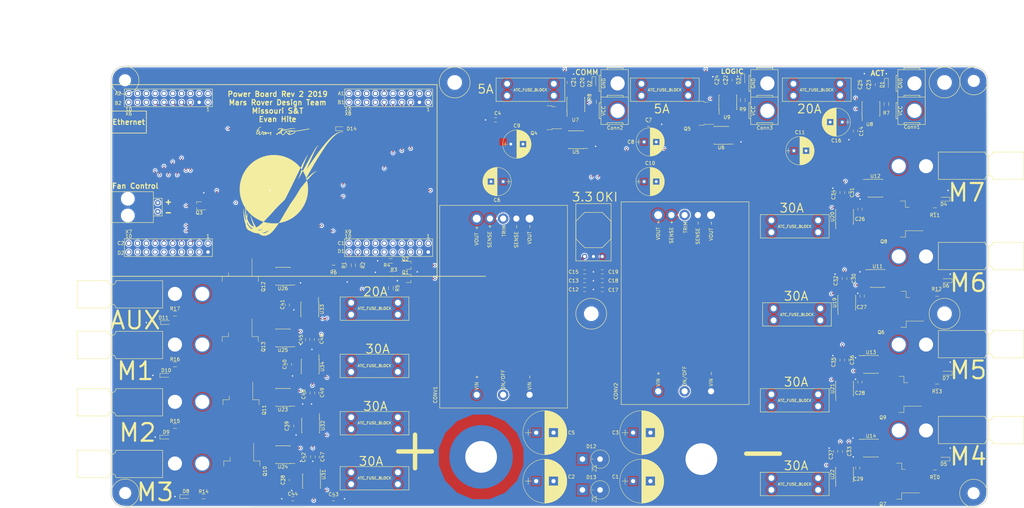
<source format=kicad_pcb>
(kicad_pcb (version 20171130) (host pcbnew "(5.0.0)")
  (layers (0 F.Cu signal) (1 UM.Cu signal) (2 BM.Cu signal) (31 B.Cu signal) (34 B.Paste user) (35 F.Paste user) (36 B.SilkS user) (37 F.SilkS user) (38 B.Mask user) (39 F.Mask user) (44 Edge.Cuts user))
  (net 0 "")
  (net 1 "Net-(3V3FAN1-Pad1)")
  (net 2 "Net-(CONV1-Pad2)")
  (net 3 "Net-(CONV2-Pad2)")
  (net 4 "Net-(Q4-Pad3)")
  (net 5 "Net-(Q4-Pad2)")
  (net 6 "Net-(Q4-Pad1)")
  (net 7 "Net-(Q5-Pad1)")
  (net 8 "Net-(Q5-Pad2)")
  (net 9 "Net-(Q5-Pad3)")
  (net 10 "Net-(U1-PadPM6)")
  (net 11 "Net-(U1-PadPQ1)")
  (net 12 "Net-(U1-PadPQ2)")
  (net 13 "Net-(U1-PadPQ3)")
  (net 14 "Net-(U1-PadPP3)")
  (net 15 "Net-(U1-PadPQ0)")
  (net 16 "Net-(U1-PadPA4)")
  (net 17 "Net-(U1-PadRese)")
  (net 18 "Net-(U1-PadPA7)")
  (net 19 "Net-(U1-PadPN5)")
  (net 20 "Net-(U1-PadPA5)")
  (net 21 "Net-(U1-PadPD2)")
  (net 22 "Net-(U1-PadPP0)")
  (net 23 "Net-(U1-PadPP1)")
  (net 24 "Net-(U1-PadPD4)")
  (net 25 "Net-(U1-PadPD5)")
  (net 26 "Net-(U1-PadPP4)")
  (net 27 "Net-(U1-PadPN4)")
  (net 28 "Net-(U1-PadPG1)")
  (net 29 "Net-(U1-PadPK4)")
  (net 30 "Net-(U1-PadPM7)")
  (net 31 "Net-(U1-PadPP5)")
  (net 32 "Net-(U1-PadPD7)")
  (net 33 "Net-(U1-PadPA6)")
  (net 34 "Net-(U1-PadPM4)")
  (net 35 "Net-(U1-PadPM5)")
  (net 36 "Net-(U1-PadPE4)")
  (net 37 "Net-(U1-PadPC6)")
  (net 38 "Net-(U1-PadPD3)")
  (net 39 "Net-(U1-PadPC7)")
  (net 40 "Net-(U1-PadPB2)")
  (net 41 "Net-(U1-PadPB3)")
  (net 42 "Net-(U1-PadPF1)")
  (net 43 "Net-(U1-PadPF2)")
  (net 44 "Net-(U1-PadPF3)")
  (net 45 "Net-(U1-PadPG0)")
  (net 46 "Net-(U1-PadPL4)")
  (net 47 "Net-(U1-PadPL5)")
  (net 48 "Net-(U1-PadPL0)")
  (net 49 "Net-(U1-PadPL1)")
  (net 50 "Net-(U1-PadPL2)")
  (net 51 "Net-(U1-PadPL3)")
  (net 52 "Net-(U1-PadPH3)")
  (net 53 "Net-(U1-PadPN2)")
  (net 54 "Net-(U5-Pad2)")
  (net 55 "Net-(U5-Pad3)")
  (net 56 "Net-(U6-Pad3)")
  (net 57 "Net-(U6-Pad2)")
  (net 58 "Net-(U11-Pad3)")
  (net 59 "Net-(U11-Pad2)")
  (net 60 "Net-(U12-Pad2)")
  (net 61 "Net-(U12-Pad3)")
  (net 62 "Net-(U13-Pad2)")
  (net 63 "Net-(U13-Pad3)")
  (net 64 "Net-(U14-Pad2)")
  (net 65 "Net-(U14-Pad3)")
  (net 66 "Net-(U23-Pad2)")
  (net 67 "Net-(U23-Pad3)")
  (net 68 "Net-(U24-Pad3)")
  (net 69 "Net-(U24-Pad2)")
  (net 70 "Net-(U25-Pad3)")
  (net 71 "Net-(U25-Pad2)")
  (net 72 "Net-(U26-Pad3)")
  (net 73 "Net-(U26-Pad2)")
  (net 74 "Net-(CONV1-Pad6)")
  (net 75 "Net-(CONV2-Pad6)")
  (net 76 GND)
  (net 77 PVDD)
  (net 78 "Net-(U1-PadPC4)")
  (net 79 "Net-(U1-PadPC5)")
  (net 80 "Net-(U1-Pad+5V)")
  (net 81 "Net-(C10-Pad1)")
  (net 82 "Net-(C11-Pad1)")
  (net 83 "Net-(C14-Pad1)")
  (net 84 "Net-(C20-Pad1)")
  (net 85 "Net-(C22-Pad1)")
  (net 86 "Net-(C23-Pad1)")
  (net 87 "Net-(C26-Pad1)")
  (net 88 "Net-(C27-Pad1)")
  (net 89 "Net-(C28-Pad1)")
  (net 90 "Net-(C29-Pad1)")
  (net 91 "Net-(C30-Pad2)")
  (net 92 "Net-(C31-Pad2)")
  (net 93 "Net-(C33-Pad2)")
  (net 94 "Net-(C36-Pad2)")
  (net 95 "Net-(C38-Pad1)")
  (net 96 "Net-(C39-Pad1)")
  (net 97 "Net-(C40-Pad1)")
  (net 98 "Net-(C41-Pad1)")
  (net 99 "Net-(C42-Pad2)")
  (net 100 "Net-(C44-Pad2)")
  (net 101 "Net-(C45-Pad2)")
  (net 102 "Net-(C46-Pad2)")
  (net 103 "Net-(Conn1-Pad2)")
  (net 104 "Net-(Conn2-Pad2)")
  (net 105 "Net-(Conn3-Pad2)")
  (net 106 "Net-(Conn4-Pad2)")
  (net 107 "Net-(Conn5-Pad2)")
  (net 108 "Net-(Conn6-Pad2)")
  (net 109 "Net-(Conn7-Pad2)")
  (net 110 "Net-(Conn8-Pad2)")
  (net 111 "Net-(Conn9-Pad2)")
  (net 112 "Net-(Conn10-Pad2)")
  (net 113 "Net-(Conn11-Pad2)")
  (net 114 "Net-(D1-Pad2)")
  (net 115 "Net-(D2-Pad2)")
  (net 116 "Net-(D3-Pad2)")
  (net 117 "Net-(D4-Pad2)")
  (net 118 "Net-(D5-Pad2)")
  (net 119 "Net-(D6-Pad2)")
  (net 120 "Net-(D7-Pad2)")
  (net 121 "Net-(D8-Pad2)")
  (net 122 "Net-(D9-Pad2)")
  (net 123 "Net-(D10-Pad2)")
  (net 124 "Net-(D11-Pad2)")
  (net 125 "Net-(Q1-Pad1)")
  (net 126 "Net-(Q2-Pad1)")
  (net 127 "Net-(Q6-Pad1)")
  (net 128 "Net-(Q7-Pad1)")
  (net 129 "Net-(Q8-Pad1)")
  (net 130 "Net-(Q9-Pad1)")
  (net 131 "Net-(Q10-Pad1)")
  (net 132 "Net-(Q11-Pad1)")
  (net 133 "Net-(Q12-Pad1)")
  (net 134 "Net-(Q13-Pad1)")
  (net 135 +3.3VA)
  (net 136 FAN_CTL)
  (net 137 LOGIC\COM_CTL)
  (net 138 ACT_CTL)
  (net 139 VMEAS_VBATT)
  (net 140 M4_IMEAS)
  (net 141 M2_IMEAS)
  (net 142 M3_IMEAS)
  (net 143 M6_IMEAS)
  (net 144 M5_IMEAS)
  (net 145 M1_IMEAS)
  (net 146 AUX_CTL)
  (net 147 M7_CTL)
  (net 148 M6_CTL)
  (net 149 M5_CTL)
  (net 150 M4_CTL)
  (net 151 M3_CTL)
  (net 152 M2_CTL)
  (net 153 M1_CTL)
  (net 154 LOGIC_IMEAS)
  (net 155 COM_IMEAS)
  (net 156 ACT_IMEAS)
  (net 157 M7_IMEAS)
  (net 158 LOGIC_CTL)
  (net 159 COM_CTL)
  (net 160 AUX_IMEAS)
  (net 161 "Net-(U15-Pad1)")
  (net 162 "Net-(U16-Pad1)")
  (net 163 "Net-(U17-Pad1)")
  (net 164 "Net-(U18-Pad1)")
  (net 165 "Net-(U27-Pad1)")
  (net 166 "Net-(U28-Pad1)")
  (net 167 "Net-(U29-Pad1)")
  (net 168 "Net-(U30-Pad1)")
  (module PowerBoard_Hardware2:DC_DC_Converter_Quarter_Brick (layer F.Cu) (at 144.78 56.388 90)
    (fp_text reference CONV1 (at -50.8 -11.938 90) (layer F.SilkS))
    (fp_text value DC-DC_Converter)
    (fp_text user "SENSE -" (at -5.08 11.43 90) (layer F.SilkS))
    (fp_text user TRIM (at -3.556 7.874 90) (layer F.SilkS))
    (fp_text user "SENSE +" (at -5.0292 3.7338 90) (layer F.SilkS))
    (fp_text user "VOUT +" (at -4.9022 -0.0254 90) (layer F.SilkS))
    (fp_text user "VOUT -" (at -4.572 15.24 90) (layer F.SilkS))
    (fp_text user "VIN +" (at -47.244 0 90) (layer F.SilkS))
    (fp_text user ON/OFF (at -46.482 7.62 90) (layer F.SilkS))
    (fp_text user "VIN -" (at -47.244 15.24 90) (layer F.SilkS))
    (pad 5 thru_hole circle (at 0 11.43 90) (size 3.048 3.048) (drill 1.778) (layers *.Cu *.Mask) (net 76 GND))
    (pad 6 thru_hole circle (at 0 7.62 90) (size 3.048 3.048) (drill 1.778) (layers *.Cu *.Mask) (net 74 "Net-(CONV1-Pad6)"))
    (pad 7 thru_hole circle (at 0 3.81 90) (size 3.048 3.048) (drill 1.778) (layers *.Cu *.Mask) (net 81 "Net-(C10-Pad1)"))
    (pad 8 thru_hole circle (at 0 0 90) (size 3.81 3.81) (drill 2.286) (layers *.Cu *.Mask) (net 81 "Net-(C10-Pad1)"))
    (pad 4 thru_hole circle (at 0 15.24 90) (size 3.81 3.81) (drill 2.286) (layers *.Cu *.Mask) (net 76 GND))
    (pad 1 thru_hole circle (at -50.8 0 90) (size 3.048 3.048) (drill 1.778) (layers *.Cu *.Mask) (net 77 PVDD))
    (pad 2 thru_hole circle (at -50.8 7.62 90) (size 3.048 3.048) (drill 1.778) (layers *.Cu *.Mask) (net 2 "Net-(CONV1-Pad2)"))
    (pad 3 thru_hole circle (at -50.8 15.24 90) (size 3.048 3.048) (drill 1.778) (layers *.Cu *.Mask) (net 76 GND))
  )
  (module PowerBoard_Hardware2:DC_DC_Converter_Quarter_Brick (layer F.Cu) (at 197.104 55.372 90)
    (fp_text reference CONV2 (at -50.8 -12.192 90) (layer F.SilkS))
    (fp_text value DC-DC_Converter)
    (fp_text user "SENSE -" (at -5.08 11.43 90) (layer F.SilkS))
    (fp_text user TRIM (at -3.556 7.874 90) (layer F.SilkS))
    (fp_text user "SENSE +" (at -4.826 3.81 90) (layer F.SilkS))
    (fp_text user "VOUT +" (at -4.318 0 90) (layer F.SilkS))
    (fp_text user "VOUT -" (at -4.572 15.24 90) (layer F.SilkS))
    (fp_text user "VIN +" (at -47.244 0 90) (layer F.SilkS))
    (fp_text user ON/OFF (at -46.482 7.62 90) (layer F.SilkS))
    (fp_text user "VIN -" (at -47.244 15.24 90) (layer F.SilkS))
    (pad 5 thru_hole circle (at 0 11.43 90) (size 3.048 3.048) (drill 1.778) (layers *.Cu *.Mask) (net 76 GND))
    (pad 6 thru_hole circle (at 0 7.62 90) (size 3.048 3.048) (drill 1.778) (layers *.Cu *.Mask) (net 75 "Net-(CONV2-Pad6)"))
    (pad 7 thru_hole circle (at 0 3.81 90) (size 3.048 3.048) (drill 1.778) (layers *.Cu *.Mask) (net 82 "Net-(C11-Pad1)"))
    (pad 8 thru_hole circle (at 0 0 90) (size 3.81 3.81) (drill 2.286) (layers *.Cu *.Mask) (net 82 "Net-(C11-Pad1)"))
    (pad 4 thru_hole circle (at 0 15.24 90) (size 3.81 3.81) (drill 2.286) (layers *.Cu *.Mask) (net 76 GND))
    (pad 1 thru_hole circle (at -50.8 0 90) (size 3.048 3.048) (drill 1.778) (layers *.Cu *.Mask) (net 77 PVDD))
    (pad 2 thru_hole circle (at -50.8 7.62 90) (size 3.048 3.048) (drill 1.778) (layers *.Cu *.Mask) (net 3 "Net-(CONV2-Pad2)"))
    (pad 3 thru_hole circle (at -50.8 15.24 90) (size 3.048 3.048) (drill 1.778) (layers *.Cu *.Mask) (net 76 GND))
  )
  (module Resistors_SMD:R_0603_HandSoldering (layer F.Cu) (at 221.488 22.225 270)
    (fp_text reference R9 (at 2.667 0) (layer F.SilkS))
    (fp_text value 500)
    (pad 2 smd rect (at 1.1 0 270) (size 1.2 0.9) (layers F.Cu F.Paste F.Mask) (net 105 "Net-(Conn3-Pad2)"))
    (pad 1 smd rect (at -1.1 0 270) (size 1.2 0.9) (layers F.Cu F.Paste F.Mask) (net 116 "Net-(D3-Pad2)"))
  )
  (module Capacitors_SMD:C_0603_HandSoldering (layer F.Cu) (at 175.895 71.755)
    (fp_text reference C15 (at -3.175 0) (layer F.SilkS))
    (fp_text value 0.1u)
    (pad 2 smd rect (at 0.95 0) (size 1.2 0.75) (layers F.Cu F.Paste F.Mask) (net 76 GND))
    (pad 1 smd rect (at -0.95 0) (size 1.2 0.75) (layers F.Cu F.Paste F.Mask) (net 135 +3.3VA))
  )
  (module Capacitors_SMD:C_0603_HandSoldering (layer F.Cu) (at 180.975 71.755 180)
    (fp_text reference C19 (at -3.175 0 180) (layer F.SilkS))
    (fp_text value 0.1u)
    (pad 2 smd rect (at 0.95 0 180) (size 1.2 0.75) (layers F.Cu F.Paste F.Mask) (net 76 GND))
    (pad 1 smd rect (at -0.95 0 180) (size 1.2 0.75) (layers F.Cu F.Paste F.Mask) (net 77 PVDD))
  )
  (module Capacitors_SMD:C_0603_HandSoldering (layer F.Cu) (at 171.45 17.145 90)
    (fp_text reference C21 (at 0.127 1.27 90) (layer F.SilkS))
    (fp_text value 0.1u)
    (pad 1 smd rect (at -0.95 0 90) (size 1.2 0.75) (layers F.Cu F.Paste F.Mask) (net 135 +3.3VA))
    (pad 2 smd rect (at 0.95 0 90) (size 1.2 0.75) (layers F.Cu F.Paste F.Mask) (net 76 GND))
  )
  (module Capacitors_SMD:C_0603_HandSoldering (layer F.Cu) (at 215.265 16.444 270)
    (fp_text reference C24 (at 0 1.27 90) (layer F.SilkS))
    (fp_text value 0.1u)
    (pad 1 smd rect (at -0.95 0 270) (size 1.2 0.75) (layers F.Cu F.Paste F.Mask) (net 76 GND))
    (pad 2 smd rect (at 0.95 0 270) (size 1.2 0.75) (layers F.Cu F.Paste F.Mask) (net 135 +3.3VA))
  )
  (module Capacitors_SMD:C_0603_HandSoldering (layer F.Cu) (at 256.54 17.78 270)
    (fp_text reference C25 (at 0 1.27 270) (layer F.SilkS))
    (fp_text value 0.1u)
    (pad 1 smd rect (at -0.95 0 270) (size 1.2 0.75) (layers F.Cu F.Paste F.Mask) (net 76 GND))
    (pad 2 smd rect (at 0.95 0 270) (size 1.2 0.75) (layers F.Cu F.Paste F.Mask) (net 135 +3.3VA))
  )
  (module Capacitors_SMD:C_0603_HandSoldering (layer F.Cu) (at 255.27 53.655 90)
    (fp_text reference C26 (at -2.86 0 180) (layer F.SilkS))
    (fp_text value 0.1u)
    (pad 1 smd rect (at -0.95 0 90) (size 1.2 0.75) (layers F.Cu F.Paste F.Mask) (net 87 "Net-(C26-Pad1)"))
    (pad 2 smd rect (at 0.95 0 90) (size 1.2 0.75) (layers F.Cu F.Paste F.Mask) (net 76 GND))
  )
  (module Capacitors_SMD:C_0603_HandSoldering (layer F.Cu) (at 255.905 78.74 90)
    (fp_text reference C27 (at -3.175 -0.127 180) (layer F.SilkS))
    (fp_text value 0.1u)
    (pad 1 smd rect (at -0.95 0 90) (size 1.2 0.75) (layers F.Cu F.Paste F.Mask) (net 88 "Net-(C27-Pad1)"))
    (pad 2 smd rect (at 0.95 0 90) (size 1.2 0.75) (layers F.Cu F.Paste F.Mask) (net 76 GND))
  )
  (module Capacitors_SMD:C_0603_HandSoldering (layer F.Cu) (at 255.27 103.505 90)
    (fp_text reference C28 (at -3.175 0 180) (layer F.SilkS))
    (fp_text value 0.1u)
    (pad 1 smd rect (at -0.95 0 90) (size 1.2 0.75) (layers F.Cu F.Paste F.Mask) (net 89 "Net-(C28-Pad1)"))
    (pad 2 smd rect (at 0.95 0 90) (size 1.2 0.75) (layers F.Cu F.Paste F.Mask) (net 76 GND))
  )
  (module Capacitors_SMD:C_0603_HandSoldering (layer F.Cu) (at 254.635 128.27 90)
    (fp_text reference C29 (at -3.175 0.127 180) (layer F.SilkS))
    (fp_text value 0.1u)
    (pad 2 smd rect (at 0.95 0 90) (size 1.2 0.75) (layers F.Cu F.Paste F.Mask) (net 76 GND))
    (pad 1 smd rect (at -0.95 0 90) (size 1.2 0.75) (layers F.Cu F.Paste F.Mask) (net 90 "Net-(C29-Pad1)"))
  )
  (module Capacitors_SMD:C_0603_HandSoldering (layer F.Cu) (at 249.555 73.66 270)
    (fp_text reference C32 (at 0.635 1.27 270) (layer F.SilkS))
    (fp_text value 0.1u)
    (pad 1 smd rect (at -0.95 0 270) (size 1.2 0.75) (layers F.Cu F.Paste F.Mask) (net 76 GND))
    (pad 2 smd rect (at 0.95 0 270) (size 1.2 0.75) (layers F.Cu F.Paste F.Mask) (net 135 +3.3VA))
  )
  (module Capacitors_SMD:C_0603_HandSoldering (layer F.Cu) (at 248.92 48.895 270)
    (fp_text reference C34 (at 0.635 1.27 270) (layer F.SilkS))
    (fp_text value 0.1u)
    (pad 1 smd rect (at -0.95 0 270) (size 1.2 0.75) (layers F.Cu F.Paste F.Mask) (net 76 GND))
    (pad 2 smd rect (at 0.95 0 270) (size 1.2 0.75) (layers F.Cu F.Paste F.Mask) (net 135 +3.3VA))
  )
  (module Capacitors_SMD:C_0603_HandSoldering (layer F.Cu) (at 248.92 97.155 270)
    (fp_text reference C35 (at 0.635 1.27 90) (layer F.SilkS))
    (fp_text value 0.1u)
    (pad 2 smd rect (at 0.95 0 270) (size 1.2 0.75) (layers F.Cu F.Paste F.Mask) (net 135 +3.3VA))
    (pad 1 smd rect (at -0.95 0 270) (size 1.2 0.75) (layers F.Cu F.Paste F.Mask) (net 76 GND))
  )
  (module Capacitors_SMD:C_0603_HandSoldering (layer F.Cu) (at 248.285 123.51 270)
    (fp_text reference C37 (at 0.95 1.397 90) (layer F.SilkS))
    (fp_text value 0.1u)
    (pad 2 smd rect (at 0.95 0 270) (size 1.2 0.75) (layers F.Cu F.Paste F.Mask) (net 135 +3.3VA))
    (pad 1 smd rect (at -0.95 0 270) (size 1.2 0.75) (layers F.Cu F.Paste F.Mask) (net 76 GND))
  )
  (module Capacitors_SMD:C_0603_HandSoldering (layer F.Cu) (at 90.17 131.76 270)
    (fp_text reference C38 (at 0 1.27 270) (layer F.SilkS))
    (fp_text value 0.1u)
    (pad 2 smd rect (at 0.95 0 270) (size 1.2 0.75) (layers F.Cu F.Paste F.Mask) (net 76 GND))
    (pad 1 smd rect (at -0.95 0 270) (size 1.2 0.75) (layers F.Cu F.Paste F.Mask) (net 95 "Net-(C38-Pad1)"))
  )
  (module Capacitors_SMD:C_0603_HandSoldering (layer F.Cu) (at 91.44 116.205 270)
    (fp_text reference C39 (at 0 1.397 270) (layer F.SilkS))
    (fp_text value 0.1u)
    (pad 1 smd rect (at -0.95 0 270) (size 1.2 0.75) (layers F.Cu F.Paste F.Mask) (net 96 "Net-(C39-Pad1)"))
    (pad 2 smd rect (at 0.95 0 270) (size 1.2 0.75) (layers F.Cu F.Paste F.Mask) (net 76 GND))
  )
  (module Capacitors_SMD:C_0603_HandSoldering (layer F.Cu) (at 90.805 98.425 270)
    (fp_text reference C40 (at 0 1.397 270) (layer F.SilkS))
    (fp_text value 0.1u)
    (pad 1 smd rect (at -0.95 0 270) (size 1.2 0.75) (layers F.Cu F.Paste F.Mask) (net 97 "Net-(C40-Pad1)"))
    (pad 2 smd rect (at 0.95 0 270) (size 1.2 0.75) (layers F.Cu F.Paste F.Mask) (net 76 GND))
  )
  (module Capacitors_SMD:C_0603_HandSoldering (layer F.Cu) (at 90.17 81.28 270)
    (fp_text reference C41 (at -0.127 1.397 270) (layer F.SilkS))
    (fp_text value 0.1u)
    (pad 2 smd rect (at 0.95 0 270) (size 1.2 0.75) (layers F.Cu F.Paste F.Mask) (net 76 GND))
    (pad 1 smd rect (at -0.95 0 270) (size 1.2 0.75) (layers F.Cu F.Paste F.Mask) (net 98 "Net-(C41-Pad1)"))
  )
  (module Capacitors_SMD:C_0603_HandSoldering (layer F.Cu) (at 103.505 137.16 180)
    (fp_text reference C43 (at 0 1.27 180) (layer F.SilkS))
    (fp_text value 0.1u)
    (pad 1 smd rect (at -0.95 0 180) (size 1.2 0.75) (layers F.Cu F.Paste F.Mask) (net 76 GND))
    (pad 2 smd rect (at 0.95 0 180) (size 1.2 0.75) (layers F.Cu F.Paste F.Mask) (net 135 +3.3VA))
  )
  (module Capacitors_SMD:C_0603_HandSoldering (layer F.Cu) (at 98.806 125.095 90)
    (fp_text reference C47 (at 0 1.524 270) (layer F.SilkS))
    (fp_text value 0.1u)
    (pad 2 smd rect (at 0.95 0 90) (size 1.2 0.75) (layers F.Cu F.Paste F.Mask) (net 135 +3.3VA))
    (pad 1 smd rect (at -0.95 0 90) (size 1.2 0.75) (layers F.Cu F.Paste F.Mask) (net 76 GND))
  )
  (module Capacitors_SMD:C_0603_HandSoldering (layer F.Cu) (at 98.552 91.2622 90)
    (fp_text reference C48 (at 0.127 1.524 90) (layer F.SilkS))
    (fp_text value 0.1u)
    (pad 1 smd rect (at -0.95 0 90) (size 1.2 0.75) (layers F.Cu F.Paste F.Mask) (net 76 GND))
    (pad 2 smd rect (at 0.95 0 90) (size 1.2 0.75) (layers F.Cu F.Paste F.Mask) (net 135 +3.3VA))
  )
  (module Capacitors_SMD:C_0603_HandSoldering (layer F.Cu) (at 98.679 106.68 90)
    (fp_text reference C49 (at 0.127 1.524 90) (layer F.SilkS))
    (fp_text value 0.1u)
    (pad 1 smd rect (at -0.95 0 90) (size 1.2 0.75) (layers F.Cu F.Paste F.Mask) (net 76 GND))
    (pad 2 smd rect (at 0.95 0 90) (size 1.2 0.75) (layers F.Cu F.Paste F.Mask) (net 135 +3.3VA))
  )
  (module Diodes_THT:D_DO-201AD_P5.08mm_Vertical_KathodeUp (layer F.Cu) (at 175.26 125.73)
    (fp_text reference D12 (at 2.54 -3.66) (layer F.SilkS))
    (fp_text value 1.5KE36)
    (pad 1 thru_hole rect (at 0 0) (size 3.2 3.2) (drill 1.6) (layers *.Cu *.Mask) (net 77 PVDD))
    (pad 2 thru_hole oval (at 5.08 0) (size 3.2 3.2) (drill 1.6) (layers *.Cu *.Mask) (net 76 GND))
  )
  (module Diodes_THT:D_DO-201AD_P5.08mm_Vertical_KathodeUp (layer F.Cu) (at 175.26 134.62)
    (fp_text reference D13 (at 2.54 -3.66) (layer F.SilkS))
    (fp_text value 1.5KE36)
    (pad 2 thru_hole oval (at 5.08 0) (size 3.2 3.2) (drill 1.6) (layers *.Cu *.Mask) (net 76 GND))
    (pad 1 thru_hole rect (at 0 0) (size 3.2 3.2) (drill 1.6) (layers *.Cu *.Mask) (net 77 PVDD))
  )
  (module Resistors_SMD:R_0603_HandSoldering (layer F.Cu) (at 120.185 72.39 180)
    (fp_text reference R3 (at -0.719 1.27 180) (layer F.SilkS))
    (fp_text value 100k)
    (pad 1 smd rect (at -1.1 0 180) (size 1.2 0.9) (layers F.Cu F.Paste F.Mask) (net 125 "Net-(Q1-Pad1)"))
    (pad 2 smd rect (at 1.1 0 180) (size 1.2 0.9) (layers F.Cu F.Paste F.Mask) (net 76 GND))
  )
  (module Resistors_SMD:R_0603_HandSoldering (layer F.Cu) (at 120.015 68.58)
    (fp_text reference R4 (at -1.143 1.27) (layer F.SilkS))
    (fp_text value 100k)
    (pad 2 smd rect (at 1.1 0) (size 1.2 0.9) (layers F.Cu F.Paste F.Mask) (net 126 "Net-(Q2-Pad1)"))
    (pad 1 smd rect (at -1.1 0) (size 1.2 0.9) (layers F.Cu F.Paste F.Mask) (net 76 GND))
  )
  (module Resistors_SMD:R_0603_HandSoldering (layer F.Cu) (at 120.015 76.454 90)
    (fp_text reference R5 (at 0 1.905 90) (layer F.SilkS))
    (fp_text value 100k)
    (pad 2 smd rect (at 1.1 0 90) (size 1.2 0.9) (layers F.Cu F.Paste F.Mask) (net 139 VMEAS_VBATT))
    (pad 1 smd rect (at -1.1 0 90) (size 1.2 0.9) (layers F.Cu F.Paste F.Mask) (net 77 PVDD))
  )
  (module Resistors_SMD:R_0603_HandSoldering (layer F.Cu) (at 103.505 70.485 180)
    (fp_text reference R6 (at 0 -1.45 180) (layer F.SilkS))
    (fp_text value 10k)
    (pad 1 smd rect (at -1.1 0 180) (size 1.2 0.9) (layers F.Cu F.Paste F.Mask) (net 139 VMEAS_VBATT))
    (pad 2 smd rect (at 1.1 0 180) (size 1.2 0.9) (layers F.Cu F.Paste F.Mask) (net 76 GND))
  )
  (module Capacitors_SMD:C_0603_HandSoldering (layer F.Cu) (at 175.895 74.295)
    (fp_text reference C13 (at -3.175 0) (layer F.SilkS))
    (fp_text value 10u)
    (pad 2 smd rect (at 0.95 0) (size 1.2 0.75) (layers F.Cu F.Paste F.Mask) (net 76 GND))
    (pad 1 smd rect (at -0.95 0) (size 1.2 0.75) (layers F.Cu F.Paste F.Mask) (net 135 +3.3VA))
  )
  (module Capacitors_SMD:C_0603_HandSoldering (layer F.Cu) (at 180.975 74.295 180)
    (fp_text reference C18 (at -3.175 0 180) (layer F.SilkS))
    (fp_text value 10u)
    (pad 1 smd rect (at -0.95 0 180) (size 1.2 0.75) (layers F.Cu F.Paste F.Mask) (net 77 PVDD))
    (pad 2 smd rect (at 0.95 0 180) (size 1.2 0.75) (layers F.Cu F.Paste F.Mask) (net 76 GND))
  )
  (module Resistors_SMD:R_0603_HandSoldering (layer F.Cu) (at 107.95 69.85 90)
    (fp_text reference R1 (at 0 -1.45 90) (layer F.SilkS))
    (fp_text value 1k)
    (pad 2 smd rect (at 1.1 0 90) (size 1.2 0.9) (layers F.Cu F.Paste F.Mask) (net 137 LOGIC\COM_CTL))
    (pad 1 smd rect (at -1.1 0 90) (size 1.2 0.9) (layers F.Cu F.Paste F.Mask) (net 125 "Net-(Q1-Pad1)"))
  )
  (module Resistors_SMD:R_0603_HandSoldering (layer F.Cu) (at 110.49 69.85 90)
    (fp_text reference R2 (at 0 1.524 90) (layer F.SilkS))
    (fp_text value 1k)
    (pad 1 smd rect (at -1.1 0 90) (size 1.2 0.9) (layers F.Cu F.Paste F.Mask) (net 126 "Net-(Q2-Pad1)"))
    (pad 2 smd rect (at 1.1 0 90) (size 1.2 0.9) (layers F.Cu F.Paste F.Mask) (net 138 ACT_CTL))
  )
  (module Resistors_SMD:R_0603_HandSoldering (layer F.Cu) (at 262.89 23.368 270)
    (fp_text reference R7 (at 2.583 0) (layer F.SilkS))
    (fp_text value 500)
    (pad 2 smd rect (at 1.1 0 270) (size 1.2 0.9) (layers F.Cu F.Paste F.Mask) (net 103 "Net-(Conn1-Pad2)"))
    (pad 1 smd rect (at -1.1 0 270) (size 1.2 0.9) (layers F.Cu F.Paste F.Mask) (net 114 "Net-(D1-Pad2)"))
  )
  (module Resistors_SMD:R_0603_HandSoldering (layer F.Cu) (at 178.562 22.69 270)
    (fp_text reference R8 (at -1.354 1.27 270) (layer F.SilkS))
    (fp_text value 500)
    (pad 2 smd rect (at 1.1 0 270) (size 1.2 0.9) (layers F.Cu F.Paste F.Mask) (net 104 "Net-(Conn2-Pad2)"))
    (pad 1 smd rect (at -1.1 0 270) (size 1.2 0.9) (layers F.Cu F.Paste F.Mask) (net 115 "Net-(D2-Pad2)"))
  )
  (module Capacitors_THT:CP_Radial_D12.5mm_P5.00mm (layer F.Cu) (at 189.865 132.08)
    (fp_text reference C1 (at -5.08 -1.27) (layer F.SilkS))
    (fp_text value 1m)
    (pad 2 thru_hole circle (at 5 0) (size 2.4 2.4) (drill 1.2) (layers *.Cu *.Mask) (net 76 GND))
    (pad 1 thru_hole rect (at 0 0) (size 2.4 2.4) (drill 1.2) (layers *.Cu *.Mask) (net 77 PVDD))
  )
  (module Capacitors_THT:CP_Radial_D12.5mm_P5.00mm (layer F.Cu) (at 161.925 132.08)
    (fp_text reference C2 (at 10.16 -1.27) (layer F.SilkS))
    (fp_text value 1m)
    (pad 1 thru_hole rect (at 0 0) (size 2.4 2.4) (drill 1.2) (layers *.Cu *.Mask) (net 77 PVDD))
    (pad 2 thru_hole circle (at 5 0) (size 2.4 2.4) (drill 1.2) (layers *.Cu *.Mask) (net 76 GND))
  )
  (module Capacitors_THT:CP_Radial_D12.5mm_P5.00mm (layer F.Cu) (at 189.865 118.11)
    (fp_text reference C3 (at -5.08 0) (layer F.SilkS))
    (fp_text value 1m)
    (pad 2 thru_hole circle (at 5 0) (size 2.4 2.4) (drill 1.2) (layers *.Cu *.Mask) (net 76 GND))
    (pad 1 thru_hole rect (at 0 0) (size 2.4 2.4) (drill 1.2) (layers *.Cu *.Mask) (net 77 PVDD))
  )
  (module Capacitors_THT:CP_Radial_D12.5mm_P5.00mm (layer F.Cu) (at 161.925 118.11)
    (fp_text reference C5 (at 10.16 0) (layer F.SilkS))
    (fp_text value 1m)
    (pad 1 thru_hole rect (at 0 0) (size 2.4 2.4) (drill 1.2) (layers *.Cu *.Mask) (net 77 PVDD))
    (pad 2 thru_hole circle (at 5 0) (size 2.4 2.4) (drill 1.2) (layers *.Cu *.Mask) (net 76 GND))
  )
  (module Capacitors_SMD:C_0603_HandSoldering (layer F.Cu) (at 175.895 76.835)
    (fp_text reference C12 (at -3.175 0) (layer F.SilkS))
    (fp_text value 1n)
    (pad 2 smd rect (at 0.95 0) (size 1.2 0.75) (layers F.Cu F.Paste F.Mask) (net 76 GND))
    (pad 1 smd rect (at -0.95 0) (size 1.2 0.75) (layers F.Cu F.Paste F.Mask) (net 135 +3.3VA))
  )
  (module Capacitors_SMD:C_0603_HandSoldering (layer F.Cu) (at 180.975 76.835 180)
    (fp_text reference C17 (at -3.175 -0.127 180) (layer F.SilkS))
    (fp_text value 1n)
    (pad 1 smd rect (at -0.95 0 180) (size 1.2 0.75) (layers F.Cu F.Paste F.Mask) (net 77 PVDD))
    (pad 2 smd rect (at 0.95 0 180) (size 1.2 0.75) (layers F.Cu F.Paste F.Mask) (net 76 GND))
  )
  (module Capacitors_SMD:C_0603_HandSoldering (layer F.Cu) (at 173.99 17.145 90)
    (fp_text reference C20 (at 0 1.27 90) (layer F.SilkS))
    (fp_text value 1n)
    (pad 1 smd rect (at -0.95 0 90) (size 1.2 0.75) (layers F.Cu F.Paste F.Mask) (net 84 "Net-(C20-Pad1)"))
    (pad 2 smd rect (at 0.95 0 90) (size 1.2 0.75) (layers F.Cu F.Paste F.Mask) (net 76 GND))
  )
  (module Capacitors_SMD:C_0603_HandSoldering (layer F.Cu) (at 217.805 16.444 90)
    (fp_text reference C22 (at 0 -1.25 90) (layer F.SilkS))
    (fp_text value 1n)
    (pad 2 smd rect (at 0.95 0 90) (size 1.2 0.75) (layers F.Cu F.Paste F.Mask) (net 76 GND))
    (pad 1 smd rect (at -0.95 0 90) (size 1.2 0.75) (layers F.Cu F.Paste F.Mask) (net 85 "Net-(C22-Pad1)"))
  )
  (module Capacitors_SMD:C_0603_HandSoldering (layer F.Cu) (at 259.08 17.78 90)
    (fp_text reference C23 (at 0 -1.27 90) (layer F.SilkS))
    (fp_text value 1n)
    (pad 2 smd rect (at 0.95 0 90) (size 1.2 0.75) (layers F.Cu F.Paste F.Mask) (net 76 GND))
    (pad 1 smd rect (at -0.95 0 90) (size 1.2 0.75) (layers F.Cu F.Paste F.Mask) (net 86 "Net-(C23-Pad1)"))
  )
  (module Capacitors_SMD:C_0603_HandSoldering (layer F.Cu) (at 252.095 73.66 270)
    (fp_text reference C30 (at 0 -1.397 270) (layer F.SilkS))
    (fp_text value 1n)
    (pad 2 smd rect (at 0.95 0 270) (size 1.2 0.75) (layers F.Cu F.Paste F.Mask) (net 91 "Net-(C30-Pad2)"))
    (pad 1 smd rect (at -0.95 0 270) (size 1.2 0.75) (layers F.Cu F.Paste F.Mask) (net 76 GND))
  )
  (module Capacitors_SMD:C_0603_HandSoldering (layer F.Cu) (at 251.46 48.895 270)
    (fp_text reference C31 (at 0 -1.524 270) (layer F.SilkS))
    (fp_text value 1n)
    (pad 2 smd rect (at 0.95 0 270) (size 1.2 0.75) (layers F.Cu F.Paste F.Mask) (net 92 "Net-(C31-Pad2)"))
    (pad 1 smd rect (at -0.95 0 270) (size 1.2 0.75) (layers F.Cu F.Paste F.Mask) (net 76 GND))
  )
  (module Capacitors_SMD:C_0603_HandSoldering (layer F.Cu) (at 250.825 123.505 270)
    (fp_text reference C33 (at 0 -1.397 270) (layer F.SilkS))
    (fp_text value 1n)
    (pad 1 smd rect (at -0.95 0 270) (size 1.2 0.75) (layers F.Cu F.Paste F.Mask) (net 76 GND))
    (pad 2 smd rect (at 0.95 0 270) (size 1.2 0.75) (layers F.Cu F.Paste F.Mask) (net 93 "Net-(C33-Pad2)"))
  )
  (module Capacitors_SMD:C_0603_HandSoldering (layer F.Cu) (at 251.46 97.155 270)
    (fp_text reference C36 (at 0 -1.524 270) (layer F.SilkS))
    (fp_text value 1n)
    (pad 1 smd rect (at -0.95 0 270) (size 1.2 0.75) (layers F.Cu F.Paste F.Mask) (net 76 GND))
    (pad 2 smd rect (at 0.95 0 270) (size 1.2 0.75) (layers F.Cu F.Paste F.Mask) (net 94 "Net-(C36-Pad2)"))
  )
  (module Capacitors_SMD:C_0603_HandSoldering (layer F.Cu) (at 96.266 125.095 90)
    (fp_text reference C42 (at -0.127 -1.397 90) (layer F.SilkS))
    (fp_text value 1n)
    (pad 1 smd rect (at -0.95 0 90) (size 1.2 0.75) (layers F.Cu F.Paste F.Mask) (net 76 GND))
    (pad 2 smd rect (at 0.95 0 90) (size 1.2 0.75) (layers F.Cu F.Paste F.Mask) (net 99 "Net-(C42-Pad2)"))
  )
  (module Capacitors_SMD:C_0603_HandSoldering (layer F.Cu) (at 91.76 137.16)
    (fp_text reference C44 (at 0 -1.397) (layer F.SilkS))
    (fp_text value 1n)
    (pad 2 smd rect (at 0.95 0) (size 1.2 0.75) (layers F.Cu F.Paste F.Mask) (net 100 "Net-(C44-Pad2)"))
    (pad 1 smd rect (at -0.95 0) (size 1.2 0.75) (layers F.Cu F.Paste F.Mask) (net 76 GND))
  )
  (module Capacitors_SMD:C_0603_HandSoldering (layer F.Cu) (at 96.012 91.247 90)
    (fp_text reference C45 (at 0 -1.905 90) (layer F.SilkS))
    (fp_text value 1n)
    (pad 2 smd rect (at 0.95 0 90) (size 1.2 0.75) (layers F.Cu F.Paste F.Mask) (net 101 "Net-(C45-Pad2)"))
    (pad 1 smd rect (at -0.95 0 90) (size 1.2 0.75) (layers F.Cu F.Paste F.Mask) (net 76 GND))
  )
  (module Capacitors_SMD:C_0603_HandSoldering (layer F.Cu) (at 96.139 106.68 90)
    (fp_text reference C46 (at -0.381 -1.27 90) (layer F.SilkS))
    (fp_text value 1n)
    (pad 2 smd rect (at 0.95 0 90) (size 1.2 0.75) (layers F.Cu F.Paste F.Mask) (net 102 "Net-(C46-Pad2)"))
    (pad 1 smd rect (at -0.95 0 90) (size 1.2 0.75) (layers F.Cu F.Paste F.Mask) (net 76 GND))
  )
  (module Capacitors_SMD:C_0603_HandSoldering (layer F.Cu) (at 150.18 27.94 180)
    (fp_text reference C4 (at -0.635 1.905) (layer F.SilkS))
    (fp_text value 2.2u)
    (pad 2 smd rect (at 0.95 0 180) (size 1.2 0.75) (layers F.Cu F.Paste F.Mask) (net 76 GND))
    (pad 1 smd rect (at -0.95 0 180) (size 1.2 0.75) (layers F.Cu F.Paste F.Mask) (net 81 "Net-(C10-Pad1)"))
  )
  (module Capacitors_SMD:C_0603_HandSoldering (layer F.Cu) (at 194.31 29.21 180)
    (fp_text reference C7 (at 0 1.27) (layer F.SilkS))
    (fp_text value 2.2u)
    (pad 1 smd rect (at -0.95 0 180) (size 1.2 0.75) (layers F.Cu F.Paste F.Mask) (net 76 GND))
    (pad 2 smd rect (at 0.95 0 180) (size 1.2 0.75) (layers F.Cu F.Paste F.Mask) (net 81 "Net-(C10-Pad1)"))
  )
  (module Capacitors_SMD:C_0603_HandSoldering (layer F.Cu) (at 254 31.115 270)
    (fp_text reference C14 (at 0.127 -1.651 90) (layer F.SilkS))
    (fp_text value 2.2u)
    (pad 2 smd rect (at 0.95 0 270) (size 1.2 0.75) (layers F.Cu F.Paste F.Mask) (net 76 GND))
    (pad 1 smd rect (at -0.95 0 270) (size 1.2 0.75) (layers F.Cu F.Paste F.Mask) (net 83 "Net-(C14-Pad1)"))
  )
  (module MRDT-Connectors:MOLEX_SL_02_Horizontal (layer F.Cu) (at 52.832 53.086 90)
    (fp_text reference 3V3FAN1 hide)
    (fp_text value Molex_SL_02)
    (pad "" np_thru_hole circle (at -2.415 -8.64 90) (size 3.45 3.45) (drill 3.45) (layers *.Cu *.Mask))
    (pad 1 thru_hole circle (at -1.27 0 90) (size 1.524 1.524) (drill 0.762) (layers *.Cu *.Mask) (net 1 "Net-(3V3FAN1-Pad1)"))
    (pad 2 thru_hole circle (at 1.27 0 90) (size 1.524 1.524) (drill 0.762) (layers *.Cu *.Mask) (net 135 +3.3VA))
    (pad "" np_thru_hole circle (at 2.413 -8.636 90) (size 3.45 3.45) (drill 3.45) (layers *.Cu *.Mask))
  )
  (module Resistors_SMD:R_0603_HandSoldering (layer F.Cu) (at 276.86 53.975 180)
    (fp_text reference R11 (at 0 -1.45 180) (layer F.SilkS))
    (fp_text value 1.5k)
    (pad 1 smd rect (at -1.1 0 180) (size 1.2 0.9) (layers F.Cu F.Paste F.Mask) (net 117 "Net-(D4-Pad2)"))
    (pad 2 smd rect (at 1.1 0 180) (size 1.2 0.9) (layers F.Cu F.Paste F.Mask) (net 106 "Net-(Conn4-Pad2)"))
  )
  (module Resistors_SMD:R_0603_HandSoldering (layer F.Cu) (at 276.86 129.54 180)
    (fp_text reference R10 (at 0 -1.45 180) (layer F.SilkS))
    (fp_text value 1.5k)
    (pad 1 smd rect (at -1.1 0 180) (size 1.2 0.9) (layers F.Cu F.Paste F.Mask) (net 118 "Net-(D5-Pad2)"))
    (pad 2 smd rect (at 1.1 0 180) (size 1.2 0.9) (layers F.Cu F.Paste F.Mask) (net 109 "Net-(Conn7-Pad2)"))
  )
  (module Resistors_SMD:R_0603_HandSoldering (layer F.Cu) (at 277.495 78.105 180)
    (fp_text reference R12 (at 0.127 1.397 180) (layer F.SilkS))
    (fp_text value 1.5k)
    (pad 2 smd rect (at 1.1 0 180) (size 1.2 0.9) (layers F.Cu F.Paste F.Mask) (net 107 "Net-(Conn5-Pad2)"))
    (pad 1 smd rect (at -1.1 0 180) (size 1.2 0.9) (layers F.Cu F.Paste F.Mask) (net 119 "Net-(D6-Pad2)"))
  )
  (module Resistors_SMD:R_0603_HandSoldering (layer F.Cu) (at 277.495 104.775 180)
    (fp_text reference R13 (at 0 -1.45 180) (layer F.SilkS))
    (fp_text value 1.5k)
    (pad 2 smd rect (at 1.1 0 180) (size 1.2 0.9) (layers F.Cu F.Paste F.Mask) (net 108 "Net-(Conn6-Pad2)"))
    (pad 1 smd rect (at -1.1 0 180) (size 1.2 0.9) (layers F.Cu F.Paste F.Mask) (net 120 "Net-(D7-Pad2)"))
  )
  (module Resistors_SMD:R_0603_HandSoldering (layer F.Cu) (at 66.04 136.525)
    (fp_text reference R14 (at 0 -1.45) (layer F.SilkS))
    (fp_text value 1.5k)
    (pad 1 smd rect (at -1.1 0) (size 1.2 0.9) (layers F.Cu F.Paste F.Mask) (net 121 "Net-(D8-Pad2)"))
    (pad 2 smd rect (at 1.1 0) (size 1.2 0.9) (layers F.Cu F.Paste F.Mask) (net 113 "Net-(Conn11-Pad2)"))
  )
  (module Resistors_SMD:R_0603_HandSoldering (layer F.Cu) (at 57.785 116.205)
    (fp_text reference R15 (at 0 -1.45) (layer F.SilkS))
    (fp_text value 1.5k)
    (pad 1 smd rect (at -1.1 0) (size 1.2 0.9) (layers F.Cu F.Paste F.Mask) (net 122 "Net-(D9-Pad2)"))
    (pad 2 smd rect (at 1.1 0) (size 1.2 0.9) (layers F.Cu F.Paste F.Mask) (net 112 "Net-(Conn10-Pad2)"))
  )
  (module Resistors_SMD:R_0603_HandSoldering (layer F.Cu) (at 57.785 98.425)
    (fp_text reference R16 (at 0 -1.45) (layer F.SilkS))
    (fp_text value 1.5k)
    (pad 1 smd rect (at -1.1 0) (size 1.2 0.9) (layers F.Cu F.Paste F.Mask) (net 123 "Net-(D10-Pad2)"))
    (pad 2 smd rect (at 1.1 0) (size 1.2 0.9) (layers F.Cu F.Paste F.Mask) (net 111 "Net-(Conn9-Pad2)"))
  )
  (module Resistors_SMD:R_0603_HandSoldering (layer F.Cu) (at 57.785 83.82)
    (fp_text reference R17 (at 0 -1.45) (layer F.SilkS))
    (fp_text value 1.5k)
    (pad 2 smd rect (at 1.1 0) (size 1.2 0.9) (layers F.Cu F.Paste F.Mask) (net 110 "Net-(Conn8-Pad2)"))
    (pad 1 smd rect (at -1.1 0) (size 1.2 0.9) (layers F.Cu F.Paste F.Mask) (net 124 "Net-(D11-Pad2)"))
  )
  (module MRDT-Connectors:Anderson_2_Vertical (layer F.Cu) (at 274.32 41.275 180)
    (fp_text reference Conn4 hide)
    (fp_text value AndersonPP)
    (pad 1 thru_hole circle (at 0 0 180) (size 5.08 5.08) (drill 4.06) (layers *.Cu *.Mask F.Paste) (net 76 GND))
    (pad 2 thru_hole circle (at 7.874 0 180) (size 5.08 5.08) (drill 4.06) (layers *.Cu *.Mask F.Paste) (net 106 "Net-(Conn4-Pad2)"))
  )
  (module MRDT-Connectors:Anderson_2_Vertical (layer F.Cu) (at 274.32 67.31 180)
    (fp_text reference Conn5 hide)
    (fp_text value AndersonPP)
    (pad 2 thru_hole circle (at 7.874 0 180) (size 5.08 5.08) (drill 4.06) (layers *.Cu *.Mask F.Paste) (net 107 "Net-(Conn5-Pad2)"))
    (pad 1 thru_hole circle (at 0 0 180) (size 5.08 5.08) (drill 4.06) (layers *.Cu *.Mask F.Paste) (net 76 GND))
  )
  (module MRDT-Connectors:Anderson_2_Vertical (layer F.Cu) (at 274.32 92.71 180)
    (fp_text reference Conn6 hide)
    (fp_text value AndersonPP)
    (pad 2 thru_hole circle (at 7.874 0 180) (size 5.08 5.08) (drill 4.06) (layers *.Cu *.Mask F.Paste) (net 108 "Net-(Conn6-Pad2)"))
    (pad 1 thru_hole circle (at 0 0 180) (size 5.08 5.08) (drill 4.06) (layers *.Cu *.Mask F.Paste) (net 76 GND))
  )
  (module MRDT-Connectors:Anderson_2_Vertical (layer F.Cu) (at 274.32 117.475 180)
    (fp_text reference Conn7 hide)
    (fp_text value AndersonPP)
    (pad 2 thru_hole circle (at 7.874 0 180) (size 5.08 5.08) (drill 4.06) (layers *.Cu *.Mask F.Paste) (net 109 "Net-(Conn7-Pad2)"))
    (pad 1 thru_hole circle (at 0 0 180) (size 5.08 5.08) (drill 4.06) (layers *.Cu *.Mask F.Paste) (net 76 GND))
  )
  (module MRDT-Connectors:Anderson_2_Vertical (layer F.Cu) (at 57.785 78.105)
    (fp_text reference Conn8 hide)
    (fp_text value AndersonPP)
    (pad 1 thru_hole circle (at 0 0) (size 5.08 5.08) (drill 4.06) (layers *.Cu *.Mask F.Paste) (net 76 GND))
    (pad 2 thru_hole circle (at 7.874 0) (size 5.08 5.08) (drill 4.06) (layers *.Cu *.Mask F.Paste) (net 110 "Net-(Conn8-Pad2)"))
  )
  (module MRDT-Connectors:Anderson_2_Vertical (layer F.Cu) (at 57.785 92.71)
    (fp_text reference Conn9 hide)
    (fp_text value AndersonPP)
    (pad 2 thru_hole circle (at 7.874 0) (size 5.08 5.08) (drill 4.06) (layers *.Cu *.Mask F.Paste) (net 111 "Net-(Conn9-Pad2)"))
    (pad 1 thru_hole circle (at 0 0) (size 5.08 5.08) (drill 4.06) (layers *.Cu *.Mask F.Paste) (net 76 GND))
  )
  (module MRDT-Connectors:Anderson_2_Vertical (layer F.Cu) (at 57.785 109.22)
    (fp_text reference Conn10 hide)
    (fp_text value AndersonPP)
    (pad 1 thru_hole circle (at 0 0) (size 5.08 5.08) (drill 4.06) (layers *.Cu *.Mask F.Paste) (net 76 GND))
    (pad 2 thru_hole circle (at 7.874 0) (size 5.08 5.08) (drill 4.06) (layers *.Cu *.Mask F.Paste) (net 112 "Net-(Conn10-Pad2)"))
  )
  (module MRDT-Connectors:Anderson_2_Vertical (layer F.Cu) (at 57.785 127)
    (fp_text reference Conn11 hide)
    (fp_text value AndersonPP)
    (pad 2 thru_hole circle (at 7.874 0) (size 5.08 5.08) (drill 4.06) (layers *.Cu *.Mask F.Paste) (net 113 "Net-(Conn11-Pad2)"))
    (pad 1 thru_hole circle (at 0 0) (size 5.08 5.08) (drill 4.06) (layers *.Cu *.Mask F.Paste) (net 76 GND))
  )
  (module LEDs:LED_0603_HandSoldering (layer F.Cu) (at 262.89 17.78 270)
    (fp_text reference D1 (at 0 1.27 90) (layer F.SilkS))
    (fp_text value LED)
    (pad 2 smd rect (at 1.1 0 270) (size 1.2 0.9) (layers F.Cu F.Paste F.Mask) (net 114 "Net-(D1-Pad2)"))
    (pad 1 smd rect (at -1.1 0 270) (size 1.2 0.9) (layers F.Cu F.Paste F.Mask) (net 76 GND))
  )
  (module LEDs:LED_0603_HandSoldering (layer F.Cu) (at 178.562 17.315 270)
    (fp_text reference D2 (at 0.211 1.27 270) (layer F.SilkS))
    (fp_text value LED)
    (pad 2 smd rect (at 1.1 0 270) (size 1.2 0.9) (layers F.Cu F.Paste F.Mask) (net 115 "Net-(D2-Pad2)"))
    (pad 1 smd rect (at -1.1 0 270) (size 1.2 0.9) (layers F.Cu F.Paste F.Mask) (net 76 GND))
  )
  (module LEDs:LED_0603_HandSoldering (layer F.Cu) (at 221.488 16.51 270)
    (fp_text reference D3 (at 0.254 1.27 270) (layer F.SilkS))
    (fp_text value LED)
    (pad 1 smd rect (at -1.1 0 270) (size 1.2 0.9) (layers F.Cu F.Paste F.Mask) (net 76 GND))
    (pad 2 smd rect (at 1.1 0 270) (size 1.2 0.9) (layers F.Cu F.Paste F.Mask) (net 116 "Net-(D3-Pad2)"))
  )
  (module LEDs:LED_0603_HandSoldering (layer F.Cu) (at 279.4 50.8 180)
    (fp_text reference D4 (at 0 -1.45 180) (layer F.SilkS))
    (fp_text value LED)
    (pad 1 smd rect (at -1.1 0 180) (size 1.2 0.9) (layers F.Cu F.Paste F.Mask) (net 76 GND))
    (pad 2 smd rect (at 1.1 0 180) (size 1.2 0.9) (layers F.Cu F.Paste F.Mask) (net 117 "Net-(D4-Pad2)"))
  )
  (module LEDs:LED_0603_HandSoldering (layer F.Cu) (at 279.4 125.73 180)
    (fp_text reference D5 (at 0 -1.45 180) (layer F.SilkS))
    (fp_text value LED)
    (pad 1 smd rect (at -1.1 0 180) (size 1.2 0.9) (layers F.Cu F.Paste F.Mask) (net 76 GND))
    (pad 2 smd rect (at 1.1 0 180) (size 1.2 0.9) (layers F.Cu F.Paste F.Mask) (net 118 "Net-(D5-Pad2)"))
  )
  (module LEDs:LED_0603_HandSoldering (layer F.Cu) (at 280.035 74.295 180)
    (fp_text reference D6 (at 0 -1.45 180) (layer F.SilkS))
    (fp_text value LED)
    (pad 1 smd rect (at -1.1 0 180) (size 1.2 0.9) (layers F.Cu F.Paste F.Mask) (net 76 GND))
    (pad 2 smd rect (at 1.1 0 180) (size 1.2 0.9) (layers F.Cu F.Paste F.Mask) (net 119 "Net-(D6-Pad2)"))
  )
  (module LEDs:LED_0603_HandSoldering (layer F.Cu) (at 280.035 100.965 180)
    (fp_text reference D7 (at 0 -1.45 180) (layer F.SilkS))
    (fp_text value LED)
    (pad 2 smd rect (at 1.1 0 180) (size 1.2 0.9) (layers F.Cu F.Paste F.Mask) (net 120 "Net-(D7-Pad2)"))
    (pad 1 smd rect (at -1.1 0 180) (size 1.2 0.9) (layers F.Cu F.Paste F.Mask) (net 76 GND))
  )
  (module LEDs:LED_0603_HandSoldering (layer F.Cu) (at 60.96 136.525)
    (fp_text reference D8 (at 0 -1.524) (layer F.SilkS))
    (fp_text value LED)
    (pad 1 smd rect (at -1.1 0) (size 1.2 0.9) (layers F.Cu F.Paste F.Mask) (net 76 GND))
    (pad 2 smd rect (at 1.1 0) (size 1.2 0.9) (layers F.Cu F.Paste F.Mask) (net 121 "Net-(D8-Pad2)"))
  )
  (module LEDs:LED_0603_HandSoldering (layer F.Cu) (at 55.245 119.38)
    (fp_text reference D9 (at 0 -1.45) (layer F.SilkS))
    (fp_text value LED)
    (pad 1 smd rect (at -1.1 0) (size 1.2 0.9) (layers F.Cu F.Paste F.Mask) (net 76 GND))
    (pad 2 smd rect (at 1.1 0) (size 1.2 0.9) (layers F.Cu F.Paste F.Mask) (net 122 "Net-(D9-Pad2)"))
  )
  (module LEDs:LED_0603_HandSoldering (layer F.Cu) (at 55.245 101.6)
    (fp_text reference D10 (at 0 -1.45) (layer F.SilkS))
    (fp_text value LED)
    (pad 2 smd rect (at 1.1 0) (size 1.2 0.9) (layers F.Cu F.Paste F.Mask) (net 123 "Net-(D10-Pad2)"))
    (pad 1 smd rect (at -1.1 0) (size 1.2 0.9) (layers F.Cu F.Paste F.Mask) (net 76 GND))
  )
  (module LEDs:LED_0603_HandSoldering (layer F.Cu) (at 55.415 86.36)
    (fp_text reference D11 (at -0.932 -1.397) (layer F.SilkS))
    (fp_text value LED)
    (pad 2 smd rect (at 1.1 0) (size 1.2 0.9) (layers F.Cu F.Paste F.Mask) (net 124 "Net-(D11-Pad2)"))
    (pad 1 smd rect (at -1.1 0) (size 1.2 0.9) (layers F.Cu F.Paste F.Mask) (net 76 GND))
  )
  (module TO_SOT_Packages_SMD:SOT-323_SC-70_Handsoldering (layer F.Cu) (at 125.095 73.66)
    (fp_text reference Q1 (at -0.889 -1.778) (layer F.SilkS))
    (fp_text value BSS138PW.115)
    (pad 3 smd rect (at 1.33 0 270) (size 0.45 1.5) (layers F.Cu F.Paste F.Mask) (net 2 "Net-(CONV1-Pad2)"))
    (pad 2 smd rect (at -1.33 0.65 270) (size 0.45 1.5) (layers F.Cu F.Paste F.Mask) (net 76 GND))
    (pad 1 smd rect (at -1.33 -0.65 270) (size 0.45 1.5) (layers F.Cu F.Paste F.Mask) (net 125 "Net-(Q1-Pad1)"))
  )
  (module TO_SOT_Packages_SMD:SOT-323_SC-70_Handsoldering (layer F.Cu) (at 125.095 69.85)
    (fp_text reference Q2 (at -0.889 -1.778) (layer F.SilkS))
    (fp_text value BSS138PW.115)
    (pad 1 smd rect (at -1.33 -0.65 270) (size 0.45 1.5) (layers F.Cu F.Paste F.Mask) (net 126 "Net-(Q2-Pad1)"))
    (pad 2 smd rect (at -1.33 0.65 270) (size 0.45 1.5) (layers F.Cu F.Paste F.Mask) (net 76 GND))
    (pad 3 smd rect (at 1.33 0 270) (size 0.45 1.5) (layers F.Cu F.Paste F.Mask) (net 3 "Net-(CONV2-Pad2)"))
  )
  (module TO_SOT_Packages_SMD:SOT-323_SC-70_Handsoldering (layer F.Cu) (at 64.77 52.705 180)
    (fp_text reference Q3 (at 0 -2 180) (layer F.SilkS))
    (fp_text value IPT020N10N3)
    (pad 3 smd rect (at 1.33 0 90) (size 0.45 1.5) (layers F.Cu F.Paste F.Mask) (net 1 "Net-(3V3FAN1-Pad1)"))
    (pad 2 smd rect (at -1.33 0.65 90) (size 0.45 1.5) (layers F.Cu F.Paste F.Mask) (net 76 GND))
    (pad 1 smd rect (at -1.33 -0.65 90) (size 0.45 1.5) (layers F.Cu F.Paste F.Mask) (net 136 FAN_CTL))
  )
  (module TO_SOT_Packages_SMD:TO-263-2 (layer F.Cu) (at 265.63 82.55 180)
    (fp_text reference Q6 (at 4.264 -6.604 180) (layer F.SilkS))
    (fp_text value Q_NMOS_GDS)
    (pad 1 smd rect (at -5.775 -2.54 180) (size 4.6 1.1) (layers F.Cu F.Paste F.Mask) (net 127 "Net-(Q6-Pad1)"))
    (pad 3 smd rect (at -5.775 2.54 180) (size 4.6 1.1) (layers F.Cu F.Paste F.Mask) (net 107 "Net-(Conn5-Pad2)"))
    (pad 2 smd rect (at 3.375 0 180) (size 9.4 10.8) (layers F.Cu F.Mask) (net 88 "Net-(C27-Pad1)"))
    (pad 2 smd rect (at 5.8 2.775 180) (size 4.55 5.25) (layers F.Cu F.Paste) (net 88 "Net-(C27-Pad1)"))
    (pad 2 smd rect (at 0.95 -2.775 180) (size 4.55 5.25) (layers F.Cu F.Paste) (net 88 "Net-(C27-Pad1)"))
    (pad 2 smd rect (at 5.8 -2.775 180) (size 4.55 5.25) (layers F.Cu F.Paste) (net 88 "Net-(C27-Pad1)"))
    (pad 2 smd rect (at 0.95 2.775 180) (size 4.55 5.25) (layers F.Cu F.Paste) (net 88 "Net-(C27-Pad1)"))
  )
  (module TO_SOT_Packages_SMD:TO-263-2 (layer F.Cu) (at 264.36 132.08 180)
    (fp_text reference Q7 (at 2.486 -6.604 180) (layer F.SilkS))
    (fp_text value Q_NMOS_GDS)
    (pad 1 smd rect (at -5.775 -2.54 180) (size 4.6 1.1) (layers F.Cu F.Paste F.Mask) (net 128 "Net-(Q7-Pad1)"))
    (pad 3 smd rect (at -5.775 2.54 180) (size 4.6 1.1) (layers F.Cu F.Paste F.Mask) (net 109 "Net-(Conn7-Pad2)"))
    (pad 2 smd rect (at 3.375 0 180) (size 9.4 10.8) (layers F.Cu F.Mask) (net 90 "Net-(C29-Pad1)"))
    (pad 2 smd rect (at 5.8 2.775 180) (size 4.55 5.25) (layers F.Cu F.Paste) (net 90 "Net-(C29-Pad1)"))
    (pad 2 smd rect (at 0.95 -2.775 180) (size 4.55 5.25) (layers F.Cu F.Paste) (net 90 "Net-(C29-Pad1)"))
    (pad 2 smd rect (at 5.8 -2.775 180) (size 4.55 5.25) (layers F.Cu F.Paste) (net 90 "Net-(C29-Pad1)"))
    (pad 2 smd rect (at 0.95 2.775 180) (size 4.55 5.25) (layers F.Cu F.Paste) (net 90 "Net-(C29-Pad1)"))
  )
  (module TO_SOT_Packages_SMD:TO-263-2 (layer F.Cu) (at 265.43 56.515 180)
    (fp_text reference Q8 (at 3.302 -6.477 180) (layer F.SilkS))
    (fp_text value Q_NMOS_GDS)
    (pad 2 smd rect (at 0.95 2.775 180) (size 4.55 5.25) (layers F.Cu F.Paste) (net 87 "Net-(C26-Pad1)"))
    (pad 2 smd rect (at 5.8 -2.775 180) (size 4.55 5.25) (layers F.Cu F.Paste) (net 87 "Net-(C26-Pad1)"))
    (pad 2 smd rect (at 0.95 -2.775 180) (size 4.55 5.25) (layers F.Cu F.Paste) (net 87 "Net-(C26-Pad1)"))
    (pad 2 smd rect (at 5.8 2.775 180) (size 4.55 5.25) (layers F.Cu F.Paste) (net 87 "Net-(C26-Pad1)"))
    (pad 2 smd rect (at 3.375 0 180) (size 9.4 10.8) (layers F.Cu F.Mask) (net 87 "Net-(C26-Pad1)"))
    (pad 3 smd rect (at -5.775 2.54 180) (size 4.6 1.1) (layers F.Cu F.Paste F.Mask) (net 106 "Net-(Conn4-Pad2)"))
    (pad 1 smd rect (at -5.775 -2.54 180) (size 4.6 1.1) (layers F.Cu F.Paste F.Mask) (net 129 "Net-(Q8-Pad1)"))
  )
  (module TO_SOT_Packages_SMD:TO-263-2 (layer F.Cu) (at 264.995 107.08 180)
    (fp_text reference Q9 (at 3.121 -6.65 180) (layer F.SilkS))
    (fp_text value Q_NMOS_GDS)
    (pad 2 smd rect (at 0.95 2.775 180) (size 4.55 5.25) (layers F.Cu F.Paste) (net 89 "Net-(C28-Pad1)"))
    (pad 2 smd rect (at 5.8 -2.775 180) (size 4.55 5.25) (layers F.Cu F.Paste) (net 89 "Net-(C28-Pad1)"))
    (pad 2 smd rect (at 0.95 -2.775 180) (size 4.55 5.25) (layers F.Cu F.Paste) (net 89 "Net-(C28-Pad1)"))
    (pad 2 smd rect (at 5.8 2.775 180) (size 4.55 5.25) (layers F.Cu F.Paste) (net 89 "Net-(C28-Pad1)"))
    (pad 2 smd rect (at 3.375 0 180) (size 9.4 10.8) (layers F.Cu F.Mask) (net 89 "Net-(C28-Pad1)"))
    (pad 3 smd rect (at -5.775 2.54 180) (size 4.6 1.1) (layers F.Cu F.Paste F.Mask) (net 108 "Net-(Conn6-Pad2)"))
    (pad 1 smd rect (at -5.775 -2.54 180) (size 4.6 1.1) (layers F.Cu F.Paste F.Mask) (net 130 "Net-(Q9-Pad1)"))
  )
  (module TO_SOT_Packages_SMD:TO-263-2 (layer F.Cu) (at 77.07 129.225 270)
    (fp_text reference Q10 (at 0 -6.65 270) (layer F.SilkS))
    (fp_text value Q_NMOS_GDS)
    (pad 2 smd rect (at 0.95 2.775 270) (size 4.55 5.25) (layers F.Cu F.Paste) (net 95 "Net-(C38-Pad1)"))
    (pad 2 smd rect (at 5.8 -2.775 270) (size 4.55 5.25) (layers F.Cu F.Paste) (net 95 "Net-(C38-Pad1)"))
    (pad 2 smd rect (at 0.95 -2.775 270) (size 4.55 5.25) (layers F.Cu F.Paste) (net 95 "Net-(C38-Pad1)"))
    (pad 2 smd rect (at 5.8 2.775 270) (size 4.55 5.25) (layers F.Cu F.Paste) (net 95 "Net-(C38-Pad1)"))
    (pad 2 smd rect (at 3.375 0 270) (size 9.4 10.8) (layers F.Cu F.Mask) (net 95 "Net-(C38-Pad1)"))
    (pad 3 smd rect (at -5.775 2.54 270) (size 4.6 1.1) (layers F.Cu F.Paste F.Mask) (net 113 "Net-(Conn11-Pad2)"))
    (pad 1 smd rect (at -5.775 -2.54 270) (size 4.6 1.1) (layers F.Cu F.Paste F.Mask) (net 131 "Net-(Q10-Pad1)"))
  )
  (module TO_SOT_Packages_SMD:TO-263-2 (layer F.Cu) (at 76.835 111.56 270)
    (fp_text reference Q11 (at 0 -6.65 270) (layer F.SilkS))
    (fp_text value Q_NMOS_GDS)
    (pad 1 smd rect (at -5.775 -2.54 270) (size 4.6 1.1) (layers F.Cu F.Paste F.Mask) (net 132 "Net-(Q11-Pad1)"))
    (pad 3 smd rect (at -5.775 2.54 270) (size 4.6 1.1) (layers F.Cu F.Paste F.Mask) (net 112 "Net-(Conn10-Pad2)"))
    (pad 2 smd rect (at 3.375 0 270) (size 9.4 10.8) (layers F.Cu F.Mask) (net 96 "Net-(C39-Pad1)"))
    (pad 2 smd rect (at 5.8 2.775 270) (size 4.55 5.25) (layers F.Cu F.Paste) (net 96 "Net-(C39-Pad1)"))
    (pad 2 smd rect (at 0.95 -2.775 270) (size 4.55 5.25) (layers F.Cu F.Paste) (net 96 "Net-(C39-Pad1)"))
    (pad 2 smd rect (at 5.8 -2.775 270) (size 4.55 5.25) (layers F.Cu F.Paste) (net 96 "Net-(C39-Pad1)"))
    (pad 2 smd rect (at 0.95 2.775 270) (size 4.55 5.25) (layers F.Cu F.Paste) (net 96 "Net-(C39-Pad1)"))
  )
  (module TO_SOT_Packages_SMD:TO-263-2 (layer F.Cu) (at 76.6 76 270)
    (fp_text reference Q12 (at 0 -6.65 270) (layer F.SilkS))
    (fp_text value Q_NMOS_GDS)
    (pad 2 smd rect (at 0.95 2.775 270) (size 4.55 5.25) (layers F.Cu F.Paste) (net 98 "Net-(C41-Pad1)"))
    (pad 2 smd rect (at 5.8 -2.775 270) (size 4.55 5.25) (layers F.Cu F.Paste) (net 98 "Net-(C41-Pad1)"))
    (pad 2 smd rect (at 0.95 -2.775 270) (size 4.55 5.25) (layers F.Cu F.Paste) (net 98 "Net-(C41-Pad1)"))
    (pad 2 smd rect (at 5.8 2.775 270) (size 4.55 5.25) (layers F.Cu F.Paste) (net 98 "Net-(C41-Pad1)"))
    (pad 2 smd rect (at 3.375 0 270) (size 9.4 10.8) (layers F.Cu F.Mask) (net 98 "Net-(C41-Pad1)"))
    (pad 3 smd rect (at -5.775 2.54 270) (size 4.6 1.1) (layers F.Cu F.Paste F.Mask) (net 110 "Net-(Conn8-Pad2)"))
    (pad 1 smd rect (at -5.775 -2.54 270) (size 4.6 1.1) (layers F.Cu F.Paste F.Mask) (net 133 "Net-(Q12-Pad1)"))
  )
  (module TO_SOT_Packages_SMD:TO-263-2 (layer F.Cu) (at 76.6 93.345 270)
    (fp_text reference Q13 (at 0 -6.65 270) (layer F.SilkS))
    (fp_text value Q_NMOS_GDS)
    (pad 2 smd rect (at 0.95 2.775 270) (size 4.55 5.25) (layers F.Cu F.Paste) (net 97 "Net-(C40-Pad1)"))
    (pad 2 smd rect (at 5.8 -2.775 270) (size 4.55 5.25) (layers F.Cu F.Paste) (net 97 "Net-(C40-Pad1)"))
    (pad 2 smd rect (at 0.95 -2.775 270) (size 4.55 5.25) (layers F.Cu F.Paste) (net 97 "Net-(C40-Pad1)"))
    (pad 2 smd rect (at 5.8 2.775 270) (size 4.55 5.25) (layers F.Cu F.Paste) (net 97 "Net-(C40-Pad1)"))
    (pad 2 smd rect (at 3.375 0 270) (size 9.4 10.8) (layers F.Cu F.Mask) (net 97 "Net-(C40-Pad1)"))
    (pad 3 smd rect (at -5.775 2.54 270) (size 4.6 1.1) (layers F.Cu F.Paste F.Mask) (net 111 "Net-(Conn9-Pad2)"))
    (pad 1 smd rect (at -5.775 -2.54 270) (size 4.6 1.1) (layers F.Cu F.Paste F.Mask) (net 134 "Net-(Q13-Pad1)"))
  )
  (module MRDT-SHIELDS:TM4C129E_Launchpad_FULL (layer F.Cu) (at 132.08 19.05 180)
    (fp_text reference U1 hide)
    (fp_text value TM4C129E_Launchpad hide)
    (fp_text user 1 (at 1.27 -42.418) (layer F.SilkS))
    (fp_text user 10 (at 24.384 -42.418) (layer F.SilkS))
    (fp_text user 1 (at 1.27 -5.842) (layer F.SilkS))
    (fp_text user 10 (at 24.384 -5.842) (layer F.SilkS))
    (fp_text user 1 (at 64.77 -42.418) (layer F.SilkS))
    (fp_text user 10 (at 87.63 -42.418) (layer F.SilkS))
    (fp_text user 10 (at 87.63 -5.842) (layer F.SilkS))
    (fp_text user 1 (at 64.77 -5.842) (layer F.SilkS))
    (fp_text user X9 (at 24.384 -41.148) (layer F.SilkS))
    (fp_text user X8 (at 24.384 -7.112) (layer F.SilkS))
    (fp_text user X7 (at 87.63 -41.148) (layer F.SilkS))
    (fp_text user X6 (at 87.63 -7.112 180) (layer F.SilkS))
    (fp_text user C1 (at 26.416 -44.45) (layer F.SilkS))
    (fp_text user D1 (at 26.416 -46.736) (layer F.SilkS))
    (fp_text user C2 (at 89.916 -44.45) (layer F.SilkS))
    (fp_text user D2 (at 89.916 -47.244 180) (layer F.SilkS))
    (fp_text user B1 (at 26.416 -3.81) (layer F.SilkS))
    (fp_text user A1 (at 26.416 -1.27) (layer F.SilkS))
    (fp_text user B2 (at 90.678 -4.064) (layer F.SilkS))
    (fp_text user A2 (at 90.678 -1.27) (layer F.SilkS))
    (pad +3V3 thru_hole circle (at 64.77 -1.27) (size 1.52 1.52) (drill 1) (layers *.Cu *.Mask F.Paste) (net 135 +3.3VA))
    (pad PM6 thru_hole circle (at 87.63 -46.99) (size 1.52 1.52) (drill 1) (layers *.Cu *.Mask F.Paste) (net 10 "Net-(U1-PadPM6)"))
    (pad PQ1 thru_hole circle (at 85.09 -46.99) (size 1.52 1.52) (drill 1) (layers *.Cu *.Mask F.Paste) (net 11 "Net-(U1-PadPQ1)"))
    (pad PQ2 thru_hole circle (at 77.47 -46.99) (size 1.52 1.52) (drill 1) (layers *.Cu *.Mask F.Paste) (net 12 "Net-(U1-PadPQ2)"))
    (pad PK0 thru_hole circle (at 74.93 -3.81) (size 1.52 1.52) (drill 1) (layers *.Cu *.Mask F.Paste) (net 140 M4_IMEAS))
    (pad PQ3 thru_hole circle (at 80.01 -46.99) (size 1.52 1.52) (drill 1) (layers *.Cu *.Mask F.Paste) (net 13 "Net-(U1-PadPQ3)"))
    (pad PP3 thru_hole circle (at 82.55 -46.99) (size 1.52 1.52) (drill 1) (layers *.Cu *.Mask F.Paste) (net 14 "Net-(U1-PadPP3)"))
    (pad PQ0 thru_hole circle (at 80.01 -1.27) (size 1.52 1.52) (drill 1) (layers *.Cu *.Mask F.Paste) (net 15 "Net-(U1-PadPQ0)"))
    (pad PA4 thru_hole circle (at 85.09 -3.81) (size 1.52 1.52) (drill 1) (layers *.Cu *.Mask F.Paste) (net 16 "Net-(U1-PadPA4)"))
    (pad Rese thru_hole circle (at 74.93 -46.99) (size 1.52 1.52) (drill 1) (layers *.Cu *.Mask F.Paste) (net 17 "Net-(U1-PadRese)"))
    (pad PA7 thru_hole circle (at 72.39 -46.99) (size 1.52 1.52) (drill 1) (layers *.Cu *.Mask F.Paste) (net 18 "Net-(U1-PadPA7)"))
    (pad PN5 thru_hole circle (at 85.09 -1.27) (size 1.52 1.52) (drill 1) (layers *.Cu *.Mask F.Paste) (net 19 "Net-(U1-PadPN5)"))
    (pad PK2 thru_hole circle (at 80.01 -3.81) (size 1.52 1.52) (drill 1) (layers *.Cu *.Mask F.Paste) (net 141 M2_IMEAS))
    (pad PK1 thru_hole circle (at 77.47 -3.81) (size 1.52 1.52) (drill 1) (layers *.Cu *.Mask F.Paste) (net 142 M3_IMEAS))
    (pad +5V thru_hole circle (at 64.77 -3.81) (size 1.52 1.52) (drill 1) (layers *.Cu *.Mask F.Paste) (net 80 "Net-(U1-Pad+5V)"))
    (pad GND thru_hole circle (at 67.31 -3.81) (size 1.52 1.52) (drill 1) (layers *.Cu *.Mask F.Paste) (net 76 GND))
    (pad PB4 thru_hole circle (at 69.85 -3.81) (size 1.52 1.52) (drill 1) (layers *.Cu *.Mask F.Paste) (net 143 M6_IMEAS))
    (pad PB5 thru_hole circle (at 72.39 -3.81) (size 1.52 1.52) (drill 1) (layers *.Cu *.Mask F.Paste) (net 144 M5_IMEAS))
    (pad PK3 thru_hole circle (at 82.55 -3.81) (size 1.52 1.52) (drill 1) (layers *.Cu *.Mask F.Paste) (net 145 M1_IMEAS))
    (pad PA5 thru_hole circle (at 87.63 -3.81) (size 1.52 1.52) (drill 1) (layers *.Cu *.Mask F.Paste) (net 20 "Net-(U1-PadPA5)"))
    (pad PD2 thru_hole circle (at 67.31 -1.27) (size 1.52 1.52) (drill 1) (layers *.Cu *.Mask F.Paste) (net 21 "Net-(U1-PadPD2)"))
    (pad PP0 thru_hole circle (at 69.85 -1.27) (size 1.52 1.52) (drill 1) (layers *.Cu *.Mask F.Paste) (net 22 "Net-(U1-PadPP0)"))
    (pad PP1 thru_hole circle (at 72.39 -1.27) (size 1.52 1.52) (drill 1) (layers *.Cu *.Mask F.Paste) (net 23 "Net-(U1-PadPP1)"))
    (pad PD4 thru_hole circle (at 74.93 -1.27) (size 1.52 1.52) (drill 1) (layers *.Cu *.Mask F.Paste) (net 24 "Net-(U1-PadPD4)"))
    (pad PD5 thru_hole circle (at 77.47 -1.27) (size 1.52 1.52) (drill 1) (layers *.Cu *.Mask F.Paste) (net 25 "Net-(U1-PadPD5)"))
    (pad PP4 thru_hole circle (at 82.55 -1.27) (size 1.52 1.52) (drill 1) (layers *.Cu *.Mask F.Paste) (net 26 "Net-(U1-PadPP4)"))
    (pad PN4 thru_hole circle (at 87.63 -1.27) (size 1.52 1.52) (drill 1) (layers *.Cu *.Mask F.Paste) (net 27 "Net-(U1-PadPN4)"))
    (pad PG1 thru_hole circle (at 64.77 -44.45) (size 1.52 1.52) (drill 1) (layers *.Cu *.Mask F.Paste) (net 28 "Net-(U1-PadPG1)"))
    (pad PK4 thru_hole circle (at 67.31 -44.45) (size 1.52 1.52) (drill 1) (layers *.Cu *.Mask F.Paste) (net 29 "Net-(U1-PadPK4)"))
    (pad PK5 thru_hole circle (at 69.85 -44.45) (size 1.52 1.52) (drill 1) (layers *.Cu *.Mask F.Paste) (net 146 AUX_CTL))
    (pad PM0 thru_hole circle (at 72.39 -44.45) (size 1.52 1.52) (drill 1) (layers *.Cu *.Mask F.Paste) (net 147 M7_CTL))
    (pad PM1 thru_hole circle (at 74.93 -44.45) (size 1.52 1.52) (drill 1) (layers *.Cu *.Mask F.Paste) (net 148 M6_CTL))
    (pad PM2 thru_hole circle (at 77.47 -44.45) (size 1.52 1.52) (drill 1) (layers *.Cu *.Mask F.Paste) (net 149 M5_CTL))
    (pad PH0 thru_hole circle (at 80.01 -44.45) (size 1.52 1.52) (drill 1) (layers *.Cu *.Mask F.Paste) (net 150 M4_CTL))
    (pad PH1 thru_hole circle (at 82.55 -44.45) (size 1.52 1.52) (drill 1) (layers *.Cu *.Mask F.Paste) (net 151 M3_CTL))
    (pad PK6 thru_hole circle (at 85.09 -44.45) (size 1.52 1.52) (drill 1) (layers *.Cu *.Mask F.Paste) (net 152 M2_CTL))
    (pad PK7 thru_hole circle (at 87.63 -44.45) (size 1.52 1.52) (drill 1) (layers *.Cu *.Mask F.Paste) (net 153 M1_CTL))
    (pad GND thru_hole circle (at 64.77 -46.99) (size 1.52 1.52) (drill 1) (layers *.Cu *.Mask F.Paste) (net 76 GND))
    (pad PM7 thru_hole circle (at 67.31 -46.99) (size 1.52 1.52) (drill 1) (layers *.Cu *.Mask F.Paste) (net 30 "Net-(U1-PadPM7)"))
    (pad PP5 thru_hole circle (at 69.85 -46.99) (size 1.52 1.52) (drill 1) (layers *.Cu *.Mask F.Paste) (net 31 "Net-(U1-PadPP5)"))
    (pad +5V thru_hole circle (at 1.27 -3.81) (size 1.52 1.52) (drill 1) (layers *.Cu *.Mask F.Paste) (net 80 "Net-(U1-Pad+5V)"))
    (pad GND thru_hole circle (at 3.81 -3.81) (size 1.52 1.52) (drill 1) (layers *.Cu *.Mask F.Paste) (net 76 GND))
    (pad PE0 thru_hole circle (at 6.35 -3.81) (size 1.52 1.52) (drill 1) (layers *.Cu *.Mask F.Paste) (net 155 COM_IMEAS))
    (pad PE1 thru_hole circle (at 8.89 -3.81) (size 1.52 1.52) (drill 1) (layers *.Cu *.Mask F.Paste) (net 154 LOGIC_IMEAS))
    (pad PE2 thru_hole circle (at 11.43 -3.81) (size 1.52 1.52) (drill 1) (layers *.Cu *.Mask F.Paste) (net 156 ACT_IMEAS))
    (pad PE3 thru_hole circle (at 13.97 -3.81) (size 1.52 1.52) (drill 1) (layers *.Cu *.Mask F.Paste) (net 157 M7_IMEAS))
    (pad PD7 thru_hole circle (at 16.51 -3.81) (size 1.52 1.52) (drill 1) (layers *.Cu *.Mask F.Paste) (net 32 "Net-(U1-PadPD7)"))
    (pad PA6 thru_hole circle (at 19.05 -3.81) (size 1.52 1.52) (drill 1) (layers *.Cu *.Mask F.Paste) (net 33 "Net-(U1-PadPA6)"))
    (pad PM4 thru_hole circle (at 21.59 -3.81) (size 1.52 1.52) (drill 1) (layers *.Cu *.Mask F.Paste) (net 34 "Net-(U1-PadPM4)"))
    (pad PM5 thru_hole circle (at 24.13 -3.81) (size 1.52 1.52) (drill 1) (layers *.Cu *.Mask F.Paste) (net 35 "Net-(U1-PadPM5)"))
    (pad +3V3 thru_hole circle (at 1.27 -1.27) (size 1.52 1.52) (drill 1) (layers *.Cu *.Mask F.Paste) (net 135 +3.3VA))
    (pad PE4 thru_hole circle (at 3.81 -1.27) (size 1.52 1.52) (drill 1) (layers *.Cu *.Mask F.Paste) (net 36 "Net-(U1-PadPE4)"))
    (pad PC4 thru_hole circle (at 6.35 -1.27) (size 1.52 1.52) (drill 1) (layers *.Cu *.Mask F.Paste) (net 78 "Net-(U1-PadPC4)"))
    (pad PC5 thru_hole circle (at 8.89 -1.27) (size 1.52 1.52) (drill 1) (layers *.Cu *.Mask F.Paste) (net 79 "Net-(U1-PadPC5)"))
    (pad PC6 thru_hole circle (at 11.43 -1.27) (size 1.52 1.52) (drill 1) (layers *.Cu *.Mask F.Paste) (net 37 "Net-(U1-PadPC6)"))
    (pad PE5 thru_hole circle (at 13.97 -1.27) (size 1.52 1.52) (drill 1) (layers *.Cu *.Mask F.Paste) (net 139 VMEAS_VBATT))
    (pad PD3 thru_hole circle (at 16.51 -1.27) (size 1.52 1.52) (drill 1) (layers *.Cu *.Mask F.Paste) (net 38 "Net-(U1-PadPD3)"))
    (pad PC7 thru_hole circle (at 19.05 -1.27) (size 1.52 1.52) (drill 1) (layers *.Cu *.Mask F.Paste) (net 39 "Net-(U1-PadPC7)"))
    (pad PB2 thru_hole circle (at 21.59 -1.27) (size 1.52 1.52) (drill 1) (layers *.Cu *.Mask F.Paste) (net 40 "Net-(U1-PadPB2)"))
    (pad PB3 thru_hole circle (at 24.13 -1.27) (size 1.52 1.52) (drill 1) (layers *.Cu *.Mask F.Paste) (net 41 "Net-(U1-PadPB3)"))
    (pad PF1 thru_hole circle (at 1.27 -44.45) (size 1.52 1.52) (drill 1) (layers *.Cu *.Mask F.Paste) (net 42 "Net-(U1-PadPF1)"))
    (pad PF2 thru_hole circle (at 3.81 -44.45) (size 1.52 1.52) (drill 1) (layers *.Cu *.Mask F.Paste) (net 43 "Net-(U1-PadPF2)"))
    (pad PF3 thru_hole circle (at 6.35 -44.45) (size 1.52 1.52) (drill 1) (layers *.Cu *.Mask F.Paste) (net 44 "Net-(U1-PadPF3)"))
    (pad PG0 thru_hole circle (at 8.89 -44.45) (size 1.52 1.52) (drill 1) (layers *.Cu *.Mask F.Paste) (net 45 "Net-(U1-PadPG0)"))
    (pad PL4 thru_hole circle (at 11.43 -44.45) (size 1.52 1.52) (drill 1) (layers *.Cu *.Mask F.Paste) (net 46 "Net-(U1-PadPL4)"))
    (pad PL5 thru_hole circle (at 13.97 -44.45) (size 1.52 1.52) (drill 1) (layers *.Cu *.Mask F.Paste) (net 47 "Net-(U1-PadPL5)"))
    (pad PL0 thru_hole circle (at 16.51 -44.45) (size 1.52 1.52) (drill 1) (layers *.Cu *.Mask F.Paste) (net 48 "Net-(U1-PadPL0)"))
    (pad PL1 thru_hole circle (at 19.05 -44.45) (size 1.52 1.52) (drill 1) (layers *.Cu *.Mask F.Paste) (net 49 "Net-(U1-PadPL1)"))
    (pad PL2 thru_hole circle (at 21.59 -44.45) (size 1.52 1.52) (drill 1) (layers *.Cu *.Mask F.Paste) (net 50 "Net-(U1-PadPL2)"))
    (pad PL3 thru_hole circle (at 24.13 -44.45) (size 1.52 1.52) (drill 1) (layers *.Cu *.Mask F.Paste) (net 51 "Net-(U1-PadPL3)"))
    (pad GND thru_hole circle (at 1.27 -46.99) (size 1.52 1.52) (drill 1) (layers *.Cu *.Mask F.Paste) (net 76 GND))
    (pad PM3 thru_hole circle (at 3.81 -46.99) (size 1.52 1.52) (drill 1) (layers *.Cu *.Mask F.Paste) (net 136 FAN_CTL))
    (pad PH2 thru_hole circle (at 6.35 -46.99) (size 1.52 1.52) (drill 1) (layers *.Cu *.Mask F.Paste) (net 159 COM_CTL))
    (pad PH3 thru_hole circle (at 8.89 -46.99) (size 1.52 1.52) (drill 1) (layers *.Cu *.Mask F.Paste) (net 52 "Net-(U1-PadPH3)"))
    (pad Rese thru_hole circle (at 11.43 -46.99) (size 1.52 1.52) (drill 1) (layers *.Cu *.Mask F.Paste) (net 17 "Net-(U1-PadRese)"))
    (pad PD1 thru_hole circle (at 13.97 -46.99) (size 1.52 1.52) (drill 1) (layers *.Cu *.Mask F.Paste) (net 158 LOGIC_CTL))
    (pad PD0 thru_hole circle (at 16.51 -46.99) (size 1.52 1.52) (drill 1) (layers *.Cu *.Mask F.Paste) (net 160 AUX_IMEAS))
    (pad PN2 thru_hole circle (at 19.05 -46.99) (size 1.52 1.52) (drill 1) (layers *.Cu *.Mask F.Paste) (net 53 "Net-(U1-PadPN2)"))
    (pad PN3 thru_hole circle (at 21.59 -46.99) (size 1.52 1.52) (drill 1) (layers *.Cu *.Mask F.Paste) (net 138 ACT_CTL))
    (pad PP2 thru_hole circle (at 24.13 -46.99) (size 1.52 1.52) (drill 1) (layers *.Cu *.Mask F.Paste) (net 137 LOGIC\COM_CTL))
  )
  (module MRDT-Passives:ATC_Fuse_Block (layer F.Cu) (at 208.915 15.875 180)
    (fp_text reference U2 hide)
    (fp_text value ATC_FUSE_BLOCK (at 9.906 -3.429 180) (layer F.SilkS) (effects (font (size 0.762 0.762))))
    (pad 2 thru_hole circle (at 16.637 -1.651 180) (size 2.8194 2.8194) (drill 1.6764) (layers *.Cu *.Mask) (net 81 "Net-(C10-Pad1)"))
    (pad 2 thru_hole circle (at 16.637 -5.08 180) (size 2.8194 2.8194) (drill 1.6764) (layers *.Cu *.Mask) (net 81 "Net-(C10-Pad1)"))
    (pad 1 thru_hole circle (at 3.175 -5.08 180) (size 2.8194 2.8194) (drill 1.6764) (layers *.Cu *.Mask) (net 8 "Net-(Q5-Pad2)"))
    (pad 1 thru_hole circle (at 3.175 -1.651 180) (size 2.8194 2.8194) (drill 1.6764) (layers *.Cu *.Mask) (net 8 "Net-(Q5-Pad2)"))
  )
  (module MRDT-Passives:ATC_Fuse_Block (layer F.Cu) (at 252.73 15.875 180)
    (fp_text reference U3 hide)
    (fp_text value ATC_FUSE_BLOCK (at 9.906 -3.429 180) (layer F.SilkS) (effects (font (size 0.762 0.762))))
    (pad 2 thru_hole circle (at 16.637 -1.651 180) (size 2.8194 2.8194) (drill 1.6764) (layers *.Cu *.Mask) (net 82 "Net-(C11-Pad1)"))
    (pad 2 thru_hole circle (at 16.637 -5.08 180) (size 2.8194 2.8194) (drill 1.6764) (layers *.Cu *.Mask) (net 82 "Net-(C11-Pad1)"))
    (pad 1 thru_hole circle (at 3.175 -5.08 180) (size 2.8194 2.8194) (drill 1.6764) (layers *.Cu *.Mask) (net 83 "Net-(C14-Pad1)"))
    (pad 1 thru_hole circle (at 3.175 -1.651 180) (size 2.8194 2.8194) (drill 1.6764) (layers *.Cu *.Mask) (net 83 "Net-(C14-Pad1)"))
  )
  (module MRDT-Passives:ATC_Fuse_Block (layer F.Cu) (at 170.18 15.875 180)
    (fp_text reference U4 hide)
    (fp_text value ATC_FUSE_BLOCK (at 9.906 -3.429 180) (layer F.SilkS) (effects (font (size 0.762 0.762))))
    (pad 1 thru_hole circle (at 3.175 -1.651 180) (size 2.8194 2.8194) (drill 1.6764) (layers *.Cu *.Mask) (net 5 "Net-(Q4-Pad2)"))
    (pad 1 thru_hole circle (at 3.175 -5.08 180) (size 2.8194 2.8194) (drill 1.6764) (layers *.Cu *.Mask) (net 5 "Net-(Q4-Pad2)"))
    (pad 2 thru_hole circle (at 16.637 -5.08 180) (size 2.8194 2.8194) (drill 1.6764) (layers *.Cu *.Mask) (net 81 "Net-(C10-Pad1)"))
    (pad 2 thru_hole circle (at 16.637 -1.651 180) (size 2.8194 2.8194) (drill 1.6764) (layers *.Cu *.Mask) (net 81 "Net-(C10-Pad1)"))
  )
  (module Housings_SOIC:SOIC-8_3.9x4.9mm_Pitch1.27mm (layer F.Cu) (at 173.355 33.655 180)
    (fp_text reference U5 (at 0 -3.5 180) (layer F.SilkS))
    (fp_text value LT1910)
    (pad 1 smd rect (at -2.7 -1.905 180) (size 1.55 0.6) (layers F.Cu F.Paste F.Mask) (net 76 GND))
    (pad 2 smd rect (at -2.7 -0.635 180) (size 1.55 0.6) (layers F.Cu F.Paste F.Mask) (net 54 "Net-(U5-Pad2)"))
    (pad 3 smd rect (at -2.7 0.635 180) (size 1.55 0.6) (layers F.Cu F.Paste F.Mask) (net 55 "Net-(U5-Pad3)"))
    (pad 4 smd rect (at -2.7 1.905 180) (size 1.55 0.6) (layers F.Cu F.Paste F.Mask) (net 159 COM_CTL))
    (pad 5 smd rect (at 2.7 1.905 180) (size 1.55 0.6) (layers F.Cu F.Paste F.Mask) (net 6 "Net-(Q4-Pad1)"))
    (pad 6 smd rect (at 2.7 0.635 180) (size 1.55 0.6) (layers F.Cu F.Paste F.Mask) (net 5 "Net-(Q4-Pad2)"))
    (pad 7 smd rect (at 2.7 -0.635 180) (size 1.55 0.6) (layers F.Cu F.Paste F.Mask))
    (pad 8 smd rect (at 2.7 -1.905 180) (size 1.55 0.6) (layers F.Cu F.Paste F.Mask) (net 5 "Net-(Q4-Pad2)"))
  )
  (module Housings_SOIC:SOIC-8_3.9x4.9mm_Pitch1.27mm (layer F.Cu) (at 215.265 32.385 180)
    (fp_text reference U6 (at 0 -3.5 180) (layer F.SilkS))
    (fp_text value LT1910)
    (pad 8 smd rect (at 2.7 -1.905 180) (size 1.55 0.6) (layers F.Cu F.Paste F.Mask) (net 8 "Net-(Q5-Pad2)"))
    (pad 7 smd rect (at 2.7 -0.635 180) (size 1.55 0.6) (layers F.Cu F.Paste F.Mask))
    (pad 6 smd rect (at 2.7 0.635 180) (size 1.55 0.6) (layers F.Cu F.Paste F.Mask) (net 8 "Net-(Q5-Pad2)"))
    (pad 5 smd rect (at 2.7 1.905 180) (size 1.55 0.6) (layers F.Cu F.Paste F.Mask) (net 7 "Net-(Q5-Pad1)"))
    (pad 4 smd rect (at -2.7 1.905 180) (size 1.55 0.6) (layers F.Cu F.Paste F.Mask) (net 158 LOGIC_CTL))
    (pad 3 smd rect (at -2.7 0.635 180) (size 1.55 0.6) (layers F.Cu F.Paste F.Mask) (net 56 "Net-(U6-Pad3)"))
    (pad 2 smd rect (at -2.7 -0.635 180) (size 1.55 0.6) (layers F.Cu F.Paste F.Mask) (net 57 "Net-(U6-Pad2)"))
    (pad 1 smd rect (at -2.7 -1.905 180) (size 1.55 0.6) (layers F.Cu F.Paste F.Mask) (net 76 GND))
  )
  (module MRDT-Devices:OKI_Horizontal (layer F.Cu) (at 183.515 68.58 180)
    (fp_text reference U10 hide)
    (fp_text value OKI (at 1.27 18.415 180) (layer F.SilkS) (effects (font (size 2.54 2.54) (thickness 0.3))))
    (pad 1 thru_hole circle (at 2.54 1.27 180) (size 1.524 1.524) (drill 0.889) (layers *.Cu *.Mask) (net 77 PVDD))
    (pad 2 thru_hole circle (at 5.08 1.27 180) (size 1.524 1.524) (drill 0.889) (layers *.Cu *.Mask) (net 76 GND))
    (pad 3 thru_hole circle (at 7.62 1.27 180) (size 1.524 1.524) (drill 0.889) (layers *.Cu *.Mask) (net 135 +3.3VA))
  )
  (module Housings_SOIC:SOIC-8_3.9x4.9mm_Pitch1.27mm (layer F.Cu) (at 260.35 73.66)
    (fp_text reference U11 (at 0 -3.5) (layer F.SilkS))
    (fp_text value LT1910)
    (pad 8 smd rect (at 2.7 -1.905) (size 1.55 0.6) (layers F.Cu F.Paste F.Mask) (net 88 "Net-(C27-Pad1)"))
    (pad 7 smd rect (at 2.7 -0.635) (size 1.55 0.6) (layers F.Cu F.Paste F.Mask))
    (pad 6 smd rect (at 2.7 0.635) (size 1.55 0.6) (layers F.Cu F.Paste F.Mask) (net 88 "Net-(C27-Pad1)"))
    (pad 5 smd rect (at 2.7 1.905) (size 1.55 0.6) (layers F.Cu F.Paste F.Mask) (net 127 "Net-(Q6-Pad1)"))
    (pad 4 smd rect (at -2.7 1.905) (size 1.55 0.6) (layers F.Cu F.Paste F.Mask) (net 148 M6_CTL))
    (pad 3 smd rect (at -2.7 0.635) (size 1.55 0.6) (layers F.Cu F.Paste F.Mask) (net 58 "Net-(U11-Pad3)"))
    (pad 2 smd rect (at -2.7 -0.635) (size 1.55 0.6) (layers F.Cu F.Paste F.Mask) (net 59 "Net-(U11-Pad2)"))
    (pad 1 smd rect (at -2.7 -1.905) (size 1.55 0.6) (layers F.Cu F.Paste F.Mask) (net 76 GND))
  )
  (module Housings_SOIC:SOIC-8_3.9x4.9mm_Pitch1.27mm (layer F.Cu) (at 259.715 47.625)
    (fp_text reference U12 (at 0 -3.5) (layer F.SilkS))
    (fp_text value LT1910)
    (pad 1 smd rect (at -2.7 -1.905) (size 1.55 0.6) (layers F.Cu F.Paste F.Mask) (net 76 GND))
    (pad 2 smd rect (at -2.7 -0.635) (size 1.55 0.6) (layers F.Cu F.Paste F.Mask) (net 60 "Net-(U12-Pad2)"))
    (pad 3 smd rect (at -2.7 0.635) (size 1.55 0.6) (layers F.Cu F.Paste F.Mask) (net 61 "Net-(U12-Pad3)"))
    (pad 4 smd rect (at -2.7 1.905) (size 1.55 0.6) (layers F.Cu F.Paste F.Mask) (net 147 M7_CTL))
    (pad 5 smd rect (at 2.7 1.905) (size 1.55 0.6) (layers F.Cu F.Paste F.Mask) (net 129 "Net-(Q8-Pad1)"))
    (pad 6 smd rect (at 2.7 0.635) (size 1.55 0.6) (layers F.Cu F.Paste F.Mask) (net 87 "Net-(C26-Pad1)"))
    (pad 7 smd rect (at 2.7 -0.635) (size 1.55 0.6) (layers F.Cu F.Paste F.Mask))
    (pad 8 smd rect (at 2.7 -1.905) (size 1.55 0.6) (layers F.Cu F.Paste F.Mask) (net 87 "Net-(C26-Pad1)"))
  )
  (module Housings_SOIC:SOIC-8_3.9x4.9mm_Pitch1.27mm (layer F.Cu) (at 258.445 98.425)
    (fp_text reference U13 (at 0 -3.5) (layer F.SilkS))
    (fp_text value LT1910)
    (pad 1 smd rect (at -2.7 -1.905) (size 1.55 0.6) (layers F.Cu F.Paste F.Mask) (net 76 GND))
    (pad 2 smd rect (at -2.7 -0.635) (size 1.55 0.6) (layers F.Cu F.Paste F.Mask) (net 62 "Net-(U13-Pad2)"))
    (pad 3 smd rect (at -2.7 0.635) (size 1.55 0.6) (layers F.Cu F.Paste F.Mask) (net 63 "Net-(U13-Pad3)"))
    (pad 4 smd rect (at -2.7 1.905) (size 1.55 0.6) (layers F.Cu F.Paste F.Mask) (net 149 M5_CTL))
    (pad 5 smd rect (at 2.7 1.905) (size 1.55 0.6) (layers F.Cu F.Paste F.Mask) (net 130 "Net-(Q9-Pad1)"))
    (pad 6 smd rect (at 2.7 0.635) (size 1.55 0.6) (layers F.Cu F.Paste F.Mask) (net 89 "Net-(C28-Pad1)"))
    (pad 7 smd rect (at 2.7 -0.635) (size 1.55 0.6) (layers F.Cu F.Paste F.Mask))
    (pad 8 smd rect (at 2.7 -1.905) (size 1.55 0.6) (layers F.Cu F.Paste F.Mask) (net 89 "Net-(C28-Pad1)"))
  )
  (module Housings_SOIC:SOIC-8_3.9x4.9mm_Pitch1.27mm (layer F.Cu) (at 258.445 122.555)
    (fp_text reference U14 (at 0 -3.5) (layer F.SilkS))
    (fp_text value LT1910)
    (pad 1 smd rect (at -2.7 -1.905) (size 1.55 0.6) (layers F.Cu F.Paste F.Mask) (net 76 GND))
    (pad 2 smd rect (at -2.7 -0.635) (size 1.55 0.6) (layers F.Cu F.Paste F.Mask) (net 64 "Net-(U14-Pad2)"))
    (pad 3 smd rect (at -2.7 0.635) (size 1.55 0.6) (layers F.Cu F.Paste F.Mask) (net 65 "Net-(U14-Pad3)"))
    (pad 4 smd rect (at -2.7 1.905) (size 1.55 0.6) (layers F.Cu F.Paste F.Mask) (net 150 M4_CTL))
    (pad 5 smd rect (at 2.7 1.905) (size 1.55 0.6) (layers F.Cu F.Paste F.Mask) (net 128 "Net-(Q7-Pad1)"))
    (pad 6 smd rect (at 2.7 0.635) (size 1.55 0.6) (layers F.Cu F.Paste F.Mask) (net 90 "Net-(C29-Pad1)"))
    (pad 7 smd rect (at 2.7 -0.635) (size 1.55 0.6) (layers F.Cu F.Paste F.Mask))
    (pad 8 smd rect (at 2.7 -1.905) (size 1.55 0.6) (layers F.Cu F.Paste F.Mask) (net 90 "Net-(C29-Pad1)"))
  )
  (module MRDT-Passives:ATC_Fuse_Block (layer F.Cu) (at 247.015 80.645 180)
    (fp_text reference U15 hide)
    (fp_text value ATC_FUSE_BLOCK (at 9.906 -3.429 180) (layer F.SilkS) (effects (font (size 0.762 0.762))))
    (pad 1 thru_hole circle (at 3.175 -1.651 180) (size 2.8194 2.8194) (drill 1.6764) (layers *.Cu *.Mask) (net 161 "Net-(U15-Pad1)"))
    (pad 1 thru_hole circle (at 3.175 -5.08 180) (size 2.8194 2.8194) (drill 1.6764) (layers *.Cu *.Mask) (net 161 "Net-(U15-Pad1)"))
    (pad 2 thru_hole circle (at 16.637 -5.08 180) (size 2.8194 2.8194) (drill 1.6764) (layers *.Cu *.Mask) (net 77 PVDD))
    (pad 2 thru_hole circle (at 16.637 -1.651 180) (size 2.8194 2.8194) (drill 1.6764) (layers *.Cu *.Mask) (net 77 PVDD))
  )
  (module MRDT-Passives:ATC_Fuse_Block (layer F.Cu) (at 246.38 55.245 180)
    (fp_text reference U16 hide)
    (fp_text value ATC_FUSE_BLOCK (at 9.906 -3.429 180) (layer F.SilkS) (effects (font (size 0.762 0.762))))
    (pad 2 thru_hole circle (at 16.637 -1.651 180) (size 2.8194 2.8194) (drill 1.6764) (layers *.Cu *.Mask) (net 77 PVDD))
    (pad 2 thru_hole circle (at 16.637 -5.08 180) (size 2.8194 2.8194) (drill 1.6764) (layers *.Cu *.Mask) (net 77 PVDD))
    (pad 1 thru_hole circle (at 3.175 -5.08 180) (size 2.8194 2.8194) (drill 1.6764) (layers *.Cu *.Mask) (net 162 "Net-(U16-Pad1)"))
    (pad 1 thru_hole circle (at 3.175 -1.651 180) (size 2.8194 2.8194) (drill 1.6764) (layers *.Cu *.Mask) (net 162 "Net-(U16-Pad1)"))
  )
  (module MRDT-Passives:ATC_Fuse_Block (layer F.Cu) (at 246.38 105.41 180)
    (fp_text reference U17 hide)
    (fp_text value ATC_FUSE_BLOCK (at 9.906 -3.429 180) (layer F.SilkS) (effects (font (size 0.762 0.762))))
    (pad 2 thru_hole circle (at 16.637 -1.651 180) (size 2.8194 2.8194) (drill 1.6764) (layers *.Cu *.Mask) (net 77 PVDD))
    (pad 2 thru_hole circle (at 16.637 -5.08 180) (size 2.8194 2.8194) (drill 1.6764) (layers *.Cu *.Mask) (net 77 PVDD))
    (pad 1 thru_hole circle (at 3.175 -5.08 180) (size 2.8194 2.8194) (drill 1.6764) (layers *.Cu *.Mask) (net 163 "Net-(U17-Pad1)"))
    (pad 1 thru_hole circle (at 3.175 -1.651 180) (size 2.8194 2.8194) (drill 1.6764) (layers *.Cu *.Mask) (net 163 "Net-(U17-Pad1)"))
  )
  (module MRDT-Passives:ATC_Fuse_Block (layer F.Cu) (at 246.38 129.54 180)
    (fp_text reference U18 hide)
    (fp_text value ATC_FUSE_BLOCK (at 9.906 -3.429 180) (layer F.SilkS) (effects (font (size 0.762 0.762))))
    (pad 1 thru_hole circle (at 3.175 -1.651 180) (size 2.8194 2.8194) (drill 1.6764) (layers *.Cu *.Mask) (net 164 "Net-(U18-Pad1)"))
    (pad 1 thru_hole circle (at 3.175 -5.08 180) (size 2.8194 2.8194) (drill 1.6764) (layers *.Cu *.Mask) (net 164 "Net-(U18-Pad1)"))
    (pad 2 thru_hole circle (at 16.637 -5.08 180) (size 2.8194 2.8194) (drill 1.6764) (layers *.Cu *.Mask) (net 77 PVDD))
    (pad 2 thru_hole circle (at 16.637 -1.651 180) (size 2.8194 2.8194) (drill 1.6764) (layers *.Cu *.Mask) (net 77 PVDD))
  )
  (module Housings_SOIC:SOIC-8_3.9x4.9mm_Pitch1.27mm (layer F.Cu) (at 88.9 107.95 180)
    (fp_text reference U23 (at 0 -3.5 180) (layer F.SilkS))
    (fp_text value LT1910)
    (pad 1 smd rect (at -2.7 -1.905 180) (size 1.55 0.6) (layers F.Cu F.Paste F.Mask) (net 76 GND))
    (pad 2 smd rect (at -2.7 -0.635 180) (size 1.55 0.6) (layers F.Cu F.Paste F.Mask) (net 66 "Net-(U23-Pad2)"))
    (pad 3 smd rect (at -2.7 0.635 180) (size 1.55 0.6) (layers F.Cu F.Paste F.Mask) (net 67 "Net-(U23-Pad3)"))
    (pad 4 smd rect (at -2.7 1.905 180) (size 1.55 0.6) (layers F.Cu F.Paste F.Mask) (net 152 M2_CTL))
    (pad 5 smd rect (at 2.7 1.905 180) (size 1.55 0.6) (layers F.Cu F.Paste F.Mask) (net 132 "Net-(Q11-Pad1)"))
    (pad 6 smd rect (at 2.7 0.635 180) (size 1.55 0.6) (layers F.Cu F.Paste F.Mask) (net 96 "Net-(C39-Pad1)"))
    (pad 7 smd rect (at 2.7 -0.635 180) (size 1.55 0.6) (layers F.Cu F.Paste F.Mask))
    (pad 8 smd rect (at 2.7 -1.905 180) (size 1.55 0.6) (layers F.Cu F.Paste F.Mask) (net 96 "Net-(C39-Pad1)"))
  )
  (module Housings_SOIC:SOIC-8_3.9x4.9mm_Pitch1.27mm (layer F.Cu) (at 88.9 124.46 180)
    (fp_text reference U24 (at 0 -3.5 180) (layer F.SilkS))
    (fp_text value LT1910)
    (pad 8 smd rect (at 2.7 -1.905 180) (size 1.55 0.6) (layers F.Cu F.Paste F.Mask) (net 95 "Net-(C38-Pad1)"))
    (pad 7 smd rect (at 2.7 -0.635 180) (size 1.55 0.6) (layers F.Cu F.Paste F.Mask))
    (pad 6 smd rect (at 2.7 0.635 180) (size 1.55 0.6) (layers F.Cu F.Paste F.Mask) (net 95 "Net-(C38-Pad1)"))
    (pad 5 smd rect (at 2.7 1.905 180) (size 1.55 0.6) (layers F.Cu F.Paste F.Mask) (net 131 "Net-(Q10-Pad1)"))
    (pad 4 smd rect (at -2.7 1.905 180) (size 1.55 0.6) (layers F.Cu F.Paste F.Mask) (net 151 M3_CTL))
    (pad 3 smd rect (at -2.7 0.635 180) (size 1.55 0.6) (layers F.Cu F.Paste F.Mask) (net 68 "Net-(U24-Pad3)"))
    (pad 2 smd rect (at -2.7 -0.635 180) (size 1.55 0.6) (layers F.Cu F.Paste F.Mask) (net 69 "Net-(U24-Pad2)"))
    (pad 1 smd rect (at -2.7 -1.905 180) (size 1.55 0.6) (layers F.Cu F.Paste F.Mask) (net 76 GND))
  )
  (module Housings_SOIC:SOIC-8_3.9x4.9mm_Pitch1.27mm (layer F.Cu) (at 88.9 90.805 180)
    (fp_text reference U25 (at 0 -3.5 180) (layer F.SilkS))
    (fp_text value LT1910)
    (pad 8 smd rect (at 2.7 -1.905 180) (size 1.55 0.6) (layers F.Cu F.Paste F.Mask) (net 97 "Net-(C40-Pad1)"))
    (pad 7 smd rect (at 2.7 -0.635 180) (size 1.55 0.6) (layers F.Cu F.Paste F.Mask))
    (pad 6 smd rect (at 2.7 0.635 180) (size 1.55 0.6) (layers F.Cu F.Paste F.Mask) (net 97 "Net-(C40-Pad1)"))
    (pad 5 smd rect (at 2.7 1.905 180) (size 1.55 0.6) (layers F.Cu F.Paste F.Mask) (net 134 "Net-(Q13-Pad1)"))
    (pad 4 smd rect (at -2.7 1.905 180) (size 1.55 0.6) (layers F.Cu F.Paste F.Mask) (net 153 M1_CTL))
    (pad 3 smd rect (at -2.7 0.635 180) (size 1.55 0.6) (layers F.Cu F.Paste F.Mask) (net 70 "Net-(U25-Pad3)"))
    (pad 2 smd rect (at -2.7 -0.635 180) (size 1.55 0.6) (layers F.Cu F.Paste F.Mask) (net 71 "Net-(U25-Pad2)"))
    (pad 1 smd rect (at -2.7 -1.905 180) (size 1.55 0.6) (layers F.Cu F.Paste F.Mask) (net 76 GND))
  )
  (module Housings_SOIC:SOIC-8_3.9x4.9mm_Pitch1.27mm (layer F.Cu) (at 88.9 73.025 180)
    (fp_text reference U26 (at 0 -3.5 180) (layer F.SilkS))
    (fp_text value LT1910)
    (pad 8 smd rect (at 2.7 -1.905 180) (size 1.55 0.6) (layers F.Cu F.Paste F.Mask) (net 98 "Net-(C41-Pad1)"))
    (pad 7 smd rect (at 2.7 -0.635 180) (size 1.55 0.6) (layers F.Cu F.Paste F.Mask))
    (pad 6 smd rect (at 2.7 0.635 180) (size 1.55 0.6) (layers F.Cu F.Paste F.Mask) (net 98 "Net-(C41-Pad1)"))
    (pad 5 smd rect (at 2.7 1.905 180) (size 1.55 0.6) (layers F.Cu F.Paste F.Mask) (net 133 "Net-(Q12-Pad1)"))
    (pad 4 smd rect (at -2.7 1.905 180) (size 1.55 0.6) (layers F.Cu F.Paste F.Mask) (net 146 AUX_CTL))
    (pad 3 smd rect (at -2.7 0.635 180) (size 1.55 0.6) (layers F.Cu F.Paste F.Mask) (net 72 "Net-(U26-Pad3)"))
    (pad 2 smd rect (at -2.7 -0.635 180) (size 1.55 0.6) (layers F.Cu F.Paste F.Mask) (net 73 "Net-(U26-Pad2)"))
    (pad 1 smd rect (at -2.7 -1.905 180) (size 1.55 0.6) (layers F.Cu F.Paste F.Mask) (net 76 GND))
  )
  (module MRDT-Passives:ATC_Fuse_Block (layer F.Cu) (at 105.41 134.62)
    (fp_text reference U27 hide)
    (fp_text value ATC_FUSE_BLOCK (at 9.906 -3.429) (layer F.SilkS) (effects (font (size 0.762 0.762))))
    (pad 1 thru_hole circle (at 3.175 -1.651) (size 2.8194 2.8194) (drill 1.6764) (layers *.Cu *.Mask) (net 165 "Net-(U27-Pad1)"))
    (pad 1 thru_hole circle (at 3.175 -5.08) (size 2.8194 2.8194) (drill 1.6764) (layers *.Cu *.Mask) (net 165 "Net-(U27-Pad1)"))
    (pad 2 thru_hole circle (at 16.637 -5.08) (size 2.8194 2.8194) (drill 1.6764) (layers *.Cu *.Mask) (net 77 PVDD))
    (pad 2 thru_hole circle (at 16.637 -1.651) (size 2.8194 2.8194) (drill 1.6764) (layers *.Cu *.Mask) (net 77 PVDD))
  )
  (module MRDT-Passives:ATC_Fuse_Block (layer F.Cu) (at 105.41 102.235)
    (fp_text reference U28 hide)
    (fp_text value ATC_FUSE_BLOCK (at 9.906 -3.429) (layer F.SilkS) (effects (font (size 0.762 0.762))))
    (pad 2 thru_hole circle (at 16.637 -1.651) (size 2.8194 2.8194) (drill 1.6764) (layers *.Cu *.Mask) (net 77 PVDD))
    (pad 2 thru_hole circle (at 16.637 -5.08) (size 2.8194 2.8194) (drill 1.6764) (layers *.Cu *.Mask) (net 77 PVDD))
    (pad 1 thru_hole circle (at 3.175 -5.08) (size 2.8194 2.8194) (drill 1.6764) (layers *.Cu *.Mask) (net 166 "Net-(U28-Pad1)"))
    (pad 1 thru_hole circle (at 3.175 -1.651) (size 2.8194 2.8194) (drill 1.6764) (layers *.Cu *.Mask) (net 166 "Net-(U28-Pad1)"))
  )
  (module MRDT-Passives:ATC_Fuse_Block (layer F.Cu) (at 105.41 118.745)
    (fp_text reference U29 hide)
    (fp_text value ATC_FUSE_BLOCK (at 9.906 -3.429) (layer F.SilkS) (effects (font (size 0.762 0.762))))
    (pad 2 thru_hole circle (at 16.637 -1.651) (size 2.8194 2.8194) (drill 1.6764) (layers *.Cu *.Mask) (net 77 PVDD))
    (pad 2 thru_hole circle (at 16.637 -5.08) (size 2.8194 2.8194) (drill 1.6764) (layers *.Cu *.Mask) (net 77 PVDD))
    (pad 1 thru_hole circle (at 3.175 -5.08) (size 2.8194 2.8194) (drill 1.6764) (layers *.Cu *.Mask) (net 167 "Net-(U29-Pad1)"))
    (pad 1 thru_hole circle (at 3.175 -1.651) (size 2.8194 2.8194) (drill 1.6764) (layers *.Cu *.Mask) (net 167 "Net-(U29-Pad1)"))
  )
  (module MRDT-Passives:ATC_Fuse_Block (layer F.Cu) (at 105.41 85.725)
    (fp_text reference U30 hide)
    (fp_text value ATC_FUSE_BLOCK (at 9.906 -3.429) (layer F.SilkS) (effects (font (size 0.762 0.762))))
    (pad 2 thru_hole circle (at 16.637 -1.651) (size 2.8194 2.8194) (drill 1.6764) (layers *.Cu *.Mask) (net 77 PVDD))
    (pad 2 thru_hole circle (at 16.637 -5.08) (size 2.8194 2.8194) (drill 1.6764) (layers *.Cu *.Mask) (net 77 PVDD))
    (pad 1 thru_hole circle (at 3.175 -5.08) (size 2.8194 2.8194) (drill 1.6764) (layers *.Cu *.Mask) (net 168 "Net-(U30-Pad1)"))
    (pad 1 thru_hole circle (at 3.175 -1.651) (size 2.8194 2.8194) (drill 1.6764) (layers *.Cu *.Mask) (net 168 "Net-(U30-Pad1)"))
  )
  (module Housings_SOIC:SOIC-8_3.9x4.9mm_Pitch1.27mm (layer F.Cu) (at 173.355 23.495 90)
    (fp_text reference U7 (at -4.445 -0.127 180) (layer F.SilkS))
    (fp_text value ACS722xLCTR-40AU)
    (pad 8 smd rect (at 2.7 -1.905 90) (size 1.55 0.6) (layers F.Cu F.Paste F.Mask) (net 135 +3.3VA))
    (pad 7 smd rect (at 2.7 -0.635 90) (size 1.55 0.6) (layers F.Cu F.Paste F.Mask) (net 155 COM_IMEAS))
    (pad 6 smd rect (at 2.7 0.635 90) (size 1.55 0.6) (layers F.Cu F.Paste F.Mask) (net 84 "Net-(C20-Pad1)"))
    (pad 5 smd rect (at 2.7 1.905 90) (size 1.55 0.6) (layers F.Cu F.Paste F.Mask) (net 76 GND))
    (pad 4 smd rect (at -2.7 1.905 90) (size 1.55 0.6) (layers F.Cu F.Paste F.Mask) (net 104 "Net-(Conn2-Pad2)"))
    (pad 3 smd rect (at -2.7 0.635 90) (size 1.55 0.6) (layers F.Cu F.Paste F.Mask) (net 104 "Net-(Conn2-Pad2)"))
    (pad 2 smd rect (at -2.7 -0.635 90) (size 1.55 0.6) (layers F.Cu F.Paste F.Mask) (net 4 "Net-(Q4-Pad3)"))
    (pad 1 smd rect (at -2.7 -1.905 90) (size 1.55 0.6) (layers F.Cu F.Paste F.Mask) (net 4 "Net-(Q4-Pad3)"))
  )
  (module Housings_SOIC:SOIC-8_3.9x4.9mm_Pitch1.27mm (layer F.Cu) (at 258.445 24.765 90)
    (fp_text reference U8 (at -4.445 -0.381 180) (layer F.SilkS))
    (fp_text value ACS722xLCTR-40AU)
    (pad 8 smd rect (at 2.7 -1.905 90) (size 1.55 0.6) (layers F.Cu F.Paste F.Mask) (net 135 +3.3VA))
    (pad 7 smd rect (at 2.7 -0.635 90) (size 1.55 0.6) (layers F.Cu F.Paste F.Mask) (net 156 ACT_IMEAS))
    (pad 6 smd rect (at 2.7 0.635 90) (size 1.55 0.6) (layers F.Cu F.Paste F.Mask) (net 86 "Net-(C23-Pad1)"))
    (pad 5 smd rect (at 2.7 1.905 90) (size 1.55 0.6) (layers F.Cu F.Paste F.Mask) (net 76 GND))
    (pad 4 smd rect (at -2.7 1.905 90) (size 1.55 0.6) (layers F.Cu F.Paste F.Mask) (net 103 "Net-(Conn1-Pad2)"))
    (pad 3 smd rect (at -2.7 0.635 90) (size 1.55 0.6) (layers F.Cu F.Paste F.Mask) (net 103 "Net-(Conn1-Pad2)"))
    (pad 2 smd rect (at -2.7 -0.635 90) (size 1.55 0.6) (layers F.Cu F.Paste F.Mask) (net 83 "Net-(C14-Pad1)"))
    (pad 1 smd rect (at -2.7 -1.905 90) (size 1.55 0.6) (layers F.Cu F.Paste F.Mask) (net 83 "Net-(C14-Pad1)"))
  )
  (module Housings_SOIC:SOIC-8_3.9x4.9mm_Pitch1.27mm (layer F.Cu) (at 217.17 22.86 90)
    (fp_text reference U9 (at -4.318 -0.254 180) (layer F.SilkS))
    (fp_text value ACS722xLCTR-40AU)
    (pad 8 smd rect (at 2.7 -1.905 90) (size 1.55 0.6) (layers F.Cu F.Paste F.Mask) (net 135 +3.3VA))
    (pad 7 smd rect (at 2.7 -0.635 90) (size 1.55 0.6) (layers F.Cu F.Paste F.Mask) (net 154 LOGIC_IMEAS))
    (pad 6 smd rect (at 2.7 0.635 90) (size 1.55 0.6) (layers F.Cu F.Paste F.Mask) (net 85 "Net-(C22-Pad1)"))
    (pad 5 smd rect (at 2.7 1.905 90) (size 1.55 0.6) (layers F.Cu F.Paste F.Mask) (net 76 GND))
    (pad 4 smd rect (at -2.7 1.905 90) (size 1.55 0.6) (layers F.Cu F.Paste F.Mask) (net 105 "Net-(Conn3-Pad2)"))
    (pad 3 smd rect (at -2.7 0.635 90) (size 1.55 0.6) (layers F.Cu F.Paste F.Mask) (net 105 "Net-(Conn3-Pad2)"))
    (pad 2 smd rect (at -2.7 -0.635 90) (size 1.55 0.6) (layers F.Cu F.Paste F.Mask) (net 9 "Net-(Q5-Pad3)"))
    (pad 1 smd rect (at -2.7 -1.905 90) (size 1.55 0.6) (layers F.Cu F.Paste F.Mask) (net 9 "Net-(Q5-Pad3)"))
  )
  (module Housings_SOIC:SOIC-8_3.9x4.9mm_Pitch1.27mm (layer F.Cu) (at 251.46 80.645 90)
    (fp_text reference U19 (at 0 -3.5 90) (layer F.SilkS))
    (fp_text value ACS722xLCTR-40AU)
    (pad 8 smd rect (at 2.7 -1.905 90) (size 1.55 0.6) (layers F.Cu F.Paste F.Mask) (net 135 +3.3VA))
    (pad 7 smd rect (at 2.7 -0.635 90) (size 1.55 0.6) (layers F.Cu F.Paste F.Mask) (net 143 M6_IMEAS))
    (pad 6 smd rect (at 2.7 0.635 90) (size 1.55 0.6) (layers F.Cu F.Paste F.Mask) (net 91 "Net-(C30-Pad2)"))
    (pad 5 smd rect (at 2.7 1.905 90) (size 1.55 0.6) (layers F.Cu F.Paste F.Mask) (net 76 GND))
    (pad 4 smd rect (at -2.7 1.905 90) (size 1.55 0.6) (layers F.Cu F.Paste F.Mask) (net 88 "Net-(C27-Pad1)"))
    (pad 3 smd rect (at -2.7 0.635 90) (size 1.55 0.6) (layers F.Cu F.Paste F.Mask) (net 88 "Net-(C27-Pad1)"))
    (pad 2 smd rect (at -2.7 -0.635 90) (size 1.55 0.6) (layers F.Cu F.Paste F.Mask) (net 161 "Net-(U15-Pad1)"))
    (pad 1 smd rect (at -2.7 -1.905 90) (size 1.55 0.6) (layers F.Cu F.Paste F.Mask) (net 161 "Net-(U15-Pad1)"))
  )
  (module Housings_SOIC:SOIC-8_3.9x4.9mm_Pitch1.27mm (layer F.Cu) (at 250.825 55.88 90)
    (fp_text reference U20 (at 0 -3.5 90) (layer F.SilkS))
    (fp_text value ACS722xLCTR-40AU)
    (pad 1 smd rect (at -2.7 -1.905 90) (size 1.55 0.6) (layers F.Cu F.Paste F.Mask) (net 162 "Net-(U16-Pad1)"))
    (pad 2 smd rect (at -2.7 -0.635 90) (size 1.55 0.6) (layers F.Cu F.Paste F.Mask) (net 162 "Net-(U16-Pad1)"))
    (pad 3 smd rect (at -2.7 0.635 90) (size 1.55 0.6) (layers F.Cu F.Paste F.Mask) (net 87 "Net-(C26-Pad1)"))
    (pad 4 smd rect (at -2.7 1.905 90) (size 1.55 0.6) (layers F.Cu F.Paste F.Mask) (net 87 "Net-(C26-Pad1)"))
    (pad 5 smd rect (at 2.7 1.905 90) (size 1.55 0.6) (layers F.Cu F.Paste F.Mask) (net 76 GND))
    (pad 6 smd rect (at 2.7 0.635 90) (size 1.55 0.6) (layers F.Cu F.Paste F.Mask) (net 92 "Net-(C31-Pad2)"))
    (pad 7 smd rect (at 2.7 -0.635 90) (size 1.55 0.6) (layers F.Cu F.Paste F.Mask) (net 157 M7_IMEAS))
    (pad 8 smd rect (at 2.7 -1.905 90) (size 1.55 0.6) (layers F.Cu F.Paste F.Mask) (net 135 +3.3VA))
  )
  (module Housings_SOIC:SOIC-8_3.9x4.9mm_Pitch1.27mm (layer F.Cu) (at 250.825 105.41 90)
    (fp_text reference U21 (at 0 -3.5 90) (layer F.SilkS))
    (fp_text value ACS722xLCTR-40AU)
    (pad 1 smd rect (at -2.7 -1.905 90) (size 1.55 0.6) (layers F.Cu F.Paste F.Mask) (net 163 "Net-(U17-Pad1)"))
    (pad 2 smd rect (at -2.7 -0.635 90) (size 1.55 0.6) (layers F.Cu F.Paste F.Mask) (net 163 "Net-(U17-Pad1)"))
    (pad 3 smd rect (at -2.7 0.635 90) (size 1.55 0.6) (layers F.Cu F.Paste F.Mask) (net 89 "Net-(C28-Pad1)"))
    (pad 4 smd rect (at -2.7 1.905 90) (size 1.55 0.6) (layers F.Cu F.Paste F.Mask) (net 89 "Net-(C28-Pad1)"))
    (pad 5 smd rect (at 2.7 1.905 90) (size 1.55 0.6) (layers F.Cu F.Paste F.Mask) (net 76 GND))
    (pad 6 smd rect (at 2.7 0.635 90) (size 1.55 0.6) (layers F.Cu F.Paste F.Mask) (net 94 "Net-(C36-Pad2)"))
    (pad 7 smd rect (at 2.7 -0.635 90) (size 1.55 0.6) (layers F.Cu F.Paste F.Mask) (net 144 M5_IMEAS))
    (pad 8 smd rect (at 2.7 -1.905 90) (size 1.55 0.6) (layers F.Cu F.Paste F.Mask) (net 135 +3.3VA))
  )
  (module Housings_SOIC:SOIC-8_3.9x4.9mm_Pitch1.27mm (layer F.Cu) (at 250.825 130.175 90)
    (fp_text reference U22 (at 0 -3.5 90) (layer F.SilkS))
    (fp_text value ACS722xLCTR-40AU)
    (pad 1 smd rect (at -2.7 -1.905 90) (size 1.55 0.6) (layers F.Cu F.Paste F.Mask) (net 164 "Net-(U18-Pad1)"))
    (pad 2 smd rect (at -2.7 -0.635 90) (size 1.55 0.6) (layers F.Cu F.Paste F.Mask) (net 164 "Net-(U18-Pad1)"))
    (pad 3 smd rect (at -2.7 0.635 90) (size 1.55 0.6) (layers F.Cu F.Paste F.Mask) (net 90 "Net-(C29-Pad1)"))
    (pad 4 smd rect (at -2.7 1.905 90) (size 1.55 0.6) (layers F.Cu F.Paste F.Mask) (net 90 "Net-(C29-Pad1)"))
    (pad 5 smd rect (at 2.7 1.905 90) (size 1.55 0.6) (layers F.Cu F.Paste F.Mask) (net 76 GND))
    (pad 6 smd rect (at 2.7 0.635 90) (size 1.55 0.6) (layers F.Cu F.Paste F.Mask) (net 93 "Net-(C33-Pad2)"))
    (pad 7 smd rect (at 2.7 -0.635 90) (size 1.55 0.6) (layers F.Cu F.Paste F.Mask) (net 140 M4_IMEAS))
    (pad 8 smd rect (at 2.7 -1.905 90) (size 1.55 0.6) (layers F.Cu F.Paste F.Mask) (net 135 +3.3VA))
  )
  (module Housings_SOIC:SOIC-8_3.9x4.9mm_Pitch1.27mm (layer F.Cu) (at 97.155 132.08 270)
    (fp_text reference U31 (at -1.905 -3.5 270) (layer F.SilkS))
    (fp_text value ACS722xLCTR-40AU)
    (pad 8 smd rect (at 2.7 -1.905 270) (size 1.55 0.6) (layers F.Cu F.Paste F.Mask) (net 135 +3.3VA))
    (pad 7 smd rect (at 2.7 -0.635 270) (size 1.55 0.6) (layers F.Cu F.Paste F.Mask) (net 142 M3_IMEAS))
    (pad 6 smd rect (at 2.7 0.635 270) (size 1.55 0.6) (layers F.Cu F.Paste F.Mask) (net 100 "Net-(C44-Pad2)"))
    (pad 5 smd rect (at 2.7 1.905 270) (size 1.55 0.6) (layers F.Cu F.Paste F.Mask) (net 76 GND))
    (pad 4 smd rect (at -2.7 1.905 270) (size 1.55 0.6) (layers F.Cu F.Paste F.Mask) (net 95 "Net-(C38-Pad1)"))
    (pad 3 smd rect (at -2.7 0.635 270) (size 1.55 0.6) (layers F.Cu F.Paste F.Mask) (net 95 "Net-(C38-Pad1)"))
    (pad 2 smd rect (at -2.7 -0.635 270) (size 1.55 0.6) (layers F.Cu F.Paste F.Mask) (net 165 "Net-(U27-Pad1)"))
    (pad 1 smd rect (at -2.7 -1.905 270) (size 1.55 0.6) (layers F.Cu F.Paste F.Mask) (net 165 "Net-(U27-Pad1)"))
  )
  (module Housings_SOIC:SOIC-8_3.9x4.9mm_Pitch1.27mm (layer F.Cu) (at 96.901 116.078 270)
    (fp_text reference U32 (at 0 -3.5 270) (layer F.SilkS))
    (fp_text value ACS722xLCTR-40AU)
    (pad 1 smd rect (at -2.7 -1.905 270) (size 1.55 0.6) (layers F.Cu F.Paste F.Mask) (net 167 "Net-(U29-Pad1)"))
    (pad 2 smd rect (at -2.7 -0.635 270) (size 1.55 0.6) (layers F.Cu F.Paste F.Mask) (net 167 "Net-(U29-Pad1)"))
    (pad 3 smd rect (at -2.7 0.635 270) (size 1.55 0.6) (layers F.Cu F.Paste F.Mask) (net 96 "Net-(C39-Pad1)"))
    (pad 4 smd rect (at -2.7 1.905 270) (size 1.55 0.6) (layers F.Cu F.Paste F.Mask) (net 96 "Net-(C39-Pad1)"))
    (pad 5 smd rect (at 2.7 1.905 270) (size 1.55 0.6) (layers F.Cu F.Paste F.Mask) (net 76 GND))
    (pad 6 smd rect (at 2.7 0.635 270) (size 1.55 0.6) (layers F.Cu F.Paste F.Mask) (net 99 "Net-(C42-Pad2)"))
    (pad 7 smd rect (at 2.7 -0.635 270) (size 1.55 0.6) (layers F.Cu F.Paste F.Mask) (net 141 M2_IMEAS))
    (pad 8 smd rect (at 2.7 -1.905 270) (size 1.55 0.6) (layers F.Cu F.Paste F.Mask) (net 135 +3.3VA))
  )
  (module Housings_SOIC:SOIC-8_3.9x4.9mm_Pitch1.27mm (layer F.Cu) (at 96.647 82.55 270)
    (fp_text reference U33 (at 0 -3.5 270) (layer F.SilkS))
    (fp_text value ACS722xLCTR-40AU)
    (pad 1 smd rect (at -2.7 -1.905 270) (size 1.55 0.6) (layers F.Cu F.Paste F.Mask) (net 168 "Net-(U30-Pad1)"))
    (pad 2 smd rect (at -2.7 -0.635 270) (size 1.55 0.6) (layers F.Cu F.Paste F.Mask) (net 168 "Net-(U30-Pad1)"))
    (pad 3 smd rect (at -2.7 0.635 270) (size 1.55 0.6) (layers F.Cu F.Paste F.Mask) (net 98 "Net-(C41-Pad1)"))
    (pad 4 smd rect (at -2.7 1.905 270) (size 1.55 0.6) (layers F.Cu F.Paste F.Mask) (net 98 "Net-(C41-Pad1)"))
    (pad 5 smd rect (at 2.7 1.905 270) (size 1.55 0.6) (layers F.Cu F.Paste F.Mask) (net 76 GND))
    (pad 6 smd rect (at 2.7 0.635 270) (size 1.55 0.6) (layers F.Cu F.Paste F.Mask) (net 101 "Net-(C45-Pad2)"))
    (pad 7 smd rect (at 2.7 -0.635 270) (size 1.55 0.6) (layers F.Cu F.Paste F.Mask) (net 160 AUX_IMEAS))
    (pad 8 smd rect (at 2.7 -1.905 270) (size 1.55 0.6) (layers F.Cu F.Paste F.Mask) (net 135 +3.3VA))
  )
  (module Housings_SOIC:SOIC-8_3.9x4.9mm_Pitch1.27mm (layer F.Cu) (at 96.774 99.06 270)
    (fp_text reference U34 (at 0 -3.5 270) (layer F.SilkS))
    (fp_text value ACS722xLCTR-40AU)
    (pad 8 smd rect (at 2.7 -1.905 270) (size 1.55 0.6) (layers F.Cu F.Paste F.Mask) (net 135 +3.3VA))
    (pad 7 smd rect (at 2.7 -0.635 270) (size 1.55 0.6) (layers F.Cu F.Paste F.Mask) (net 145 M1_IMEAS))
    (pad 6 smd rect (at 2.7 0.635 270) (size 1.55 0.6) (layers F.Cu F.Paste F.Mask) (net 102 "Net-(C46-Pad2)"))
    (pad 5 smd rect (at 2.7 1.905 270) (size 1.55 0.6) (layers F.Cu F.Paste F.Mask) (net 76 GND))
    (pad 4 smd rect (at -2.7 1.905 270) (size 1.55 0.6) (layers F.Cu F.Paste F.Mask) (net 97 "Net-(C40-Pad1)"))
    (pad 3 smd rect (at -2.7 0.635 270) (size 1.55 0.6) (layers F.Cu F.Paste F.Mask) (net 97 "Net-(C40-Pad1)"))
    (pad 2 smd rect (at -2.7 -0.635 270) (size 1.55 0.6) (layers F.Cu F.Paste F.Mask) (net 166 "Net-(U28-Pad1)"))
    (pad 1 smd rect (at -2.7 -1.905 270) (size 1.55 0.6) (layers F.Cu F.Paste F.Mask) (net 166 "Net-(U28-Pad1)"))
  )
  (module TO_SOT_Packages_SMD:TO-252-2 (layer F.Cu) (at 164.025 27.305 180)
    (fp_text reference Q4 (at 2.735 -4.445 180) (layer F.SilkS))
    (fp_text value IPT020N10N3)
    (pad 2 smd rect (at 0.425 1.525 180) (size 3.05 2.75) (layers F.Cu F.Paste) (net 5 "Net-(Q4-Pad2)"))
    (pad 2 smd rect (at 3.775 -1.525 180) (size 3.05 2.75) (layers F.Cu F.Paste) (net 5 "Net-(Q4-Pad2)"))
    (pad 2 smd rect (at 0.425 -1.525 180) (size 3.05 2.75) (layers F.Cu F.Paste) (net 5 "Net-(Q4-Pad2)"))
    (pad 2 smd rect (at 3.775 1.525 180) (size 3.05 2.75) (layers F.Cu F.Paste) (net 5 "Net-(Q4-Pad2)"))
    (pad 2 smd rect (at 2.1 0 180) (size 6.4 5.8) (layers F.Cu F.Mask) (net 5 "Net-(Q4-Pad2)"))
    (pad 3 smd rect (at -4.2 2.28 180) (size 2.2 1.2) (layers F.Cu F.Paste F.Mask) (net 4 "Net-(Q4-Pad3)"))
    (pad 1 smd rect (at -4.2 -2.28 180) (size 2.2 1.2) (layers F.Cu F.Paste F.Mask) (net 6 "Net-(Q4-Pad1)"))
  )
  (module TO_SOT_Packages_SMD:TO-252-2 (layer F.Cu) (at 207.84 26.035 180)
    (fp_text reference Q5 (at 2.354 -4.445 180) (layer F.SilkS))
    (fp_text value IPT020N10N3)
    (pad 1 smd rect (at -4.2 -2.28 180) (size 2.2 1.2) (layers F.Cu F.Paste F.Mask) (net 7 "Net-(Q5-Pad1)"))
    (pad 3 smd rect (at -4.2 2.28 180) (size 2.2 1.2) (layers F.Cu F.Paste F.Mask) (net 9 "Net-(Q5-Pad3)"))
    (pad 2 smd rect (at 2.1 0 180) (size 6.4 5.8) (layers F.Cu F.Mask) (net 8 "Net-(Q5-Pad2)"))
    (pad 2 smd rect (at 3.775 1.525 180) (size 3.05 2.75) (layers F.Cu F.Paste) (net 8 "Net-(Q5-Pad2)"))
    (pad 2 smd rect (at 0.425 -1.525 180) (size 3.05 2.75) (layers F.Cu F.Paste) (net 8 "Net-(Q5-Pad2)"))
    (pad 2 smd rect (at 3.775 -1.525 180) (size 3.05 2.75) (layers F.Cu F.Paste) (net 8 "Net-(Q5-Pad2)"))
    (pad 2 smd rect (at 0.425 1.525 180) (size 3.05 2.75) (layers F.Cu F.Paste) (net 8 "Net-(Q5-Pad2)"))
  )
  (module MRDT-Drill_Holes:BATT_PWR_VIA (layer F.Cu) (at 146.05 125.095)
    (fp_text reference PVDD hide)
    (fp_text value PVDD hide)
    (pad 1 thru_hole circle (at 0 0) (size 18.288 18.288) (drill 9.144) (layers *.Cu *.Mask) (net 77 PVDD) (clearance 3.048))
  )
  (module MRDT-Drill_Holes:BATT_PWR_VIA (layer F.Cu) (at 209.55 125.73)
    (fp_text reference GND hide)
    (fp_text value GND hide)
    (pad 1 thru_hole circle (at 0 0) (size 18.288 18.288) (drill 9.144) (layers *.Cu *.Mask) (net 76 GND) (clearance 3.048))
  )
  (module MRDT-Drill_Holes:4_40_Hole_Corner (layer F.Cu) (at 39.37 12.50188 270)
    (fp_text reference REF** hide)
    (fp_text value 4_40_Hole hide)
    (pad "" np_thru_hole circle (at 4.00812 -4.00812 270) (size 2.9464 2.9464) (drill 2.9464) (layers *.Cu *.Mask))
  )
  (module MRDT-Drill_Holes:4_40_Hole_Corner (layer F.Cu) (at 292.1 12.7 180)
    (fp_text reference REF** hide)
    (fp_text value 4_40_Hole hide)
    (pad "" np_thru_hole circle (at 4.00812 -4.00812 180) (size 2.9464 2.9464) (drill 2.9464) (layers *.Cu *.Mask))
  )
  (module MRDT-Drill_Holes:4_40_Hole_Corner (layer F.Cu) (at 39.42588 139.51712)
    (fp_text reference REF** hide)
    (fp_text value 4_40_Hole hide)
    (pad "" np_thru_hole circle (at 4.00812 -4.00812) (size 2.9464 2.9464) (drill 2.9464) (layers *.Cu *.Mask))
  )
  (module MRDT-Drill_Holes:4_40_Hole_Corner (layer F.Cu) (at 292.04412 139.56792 90)
    (fp_text reference REF** hide)
    (fp_text value 4_40_Hole hide)
    (pad "" np_thru_hole circle (at 4.00812 -4.00812 90) (size 2.9464 2.9464) (drill 2.9464) (layers *.Cu *.Mask))
  )
  (module MRDT-Silkscreen:Evan_Hite_Sig_15mm (layer F.Cu) (at 88.9 31.115)
    (fp_text reference G*** hide)
    (fp_text value LOGO hide)
  )
  (module Drill_Hole_632:Drill_Hole_632 (layer F.Cu) (at 138.43 17.145)
    (fp_text reference REF**)
    (fp_text value Drill_Hole_632)
    (pad "" np_thru_hole circle (at 0 0) (size 3.683 3.683) (drill 3.683) (layers *.Cu *.Mask))
  )
  (module Drill_Hole_632:Drill_Hole_632 (layer F.Cu) (at 279.654 17.145)
    (fp_text reference REF**)
    (fp_text value Drill_Hole_632)
    (pad "" np_thru_hole circle (at 0 0) (size 3.683 3.683) (drill 3.683) (layers *.Cu *.Mask))
  )
  (module Drill_Hole_632:Drill_Hole_632 (layer F.Cu) (at 279.654 83.82)
    (fp_text reference REF**)
    (fp_text value Drill_Hole_632)
    (pad "" np_thru_hole circle (at 0 0) (size 3.683 3.683) (drill 3.683) (layers *.Cu *.Mask))
  )
  (module Drill_Hole_632:Drill_Hole_632 (layer F.Cu) (at 177.8 83.82)
    (fp_text reference REF**)
    (fp_text value Drill_Hole_632)
    (pad "" np_thru_hole circle (at 0 0) (size 3.683 3.683) (drill 3.683) (layers *.Cu *.Mask))
  )
  (module Diodes_SMD:D_0603 (layer F.Cu) (at 105.41 30.48)
    (fp_text reference D14 (at 3.302 0) (layer F.SilkS))
    (fp_text value D_Schottky)
    (pad 2 smd rect (at 0.85 0) (size 0.6 0.8) (layers F.Cu F.Paste F.Mask) (net 139 VMEAS_VBATT))
    (pad 1 smd rect (at -0.85 0) (size 0.6 0.8) (layers F.Cu F.Paste F.Mask) (net 135 +3.3VA))
  )
  (module MRDT-Silkscreen:MRDT_Logo_30mm (layer F.Cu) (at 91.44 46.355)
    (fp_text reference G*** hide)
    (fp_text value LOGO hide)
  )
  (module PowerBoard_Hardware:Vertical_Anderson_Double_SidebySide (layer F.Cu) (at 266.192 13.462 270)
    (fp_text reference Conn1 (at 16.51 -4.064) (layer F.SilkS))
    (fp_text value AndersonPP hide)
    (fp_text user VCC (at 11.849 -0.762 270) (layer F.SilkS))
    (fp_text user GND (at 3.937 -0.762 270) (layer F.SilkS))
    (pad 2 thru_hole circle (at 11.85 -4.8 180) (size 5.08 5.08) (drill 4.104006) (layers *.Cu *.Mask) (net 103 "Net-(Conn1-Pad2)"))
    (pad 1 thru_hole circle (at 3.95 -4.8 180) (size 5.08 5.08) (drill 4.104006) (layers *.Cu *.Mask) (net 76 GND))
  )
  (module PowerBoard_Hardware:Vertical_Anderson_Double_SidebySide (layer F.Cu) (at 180.594 13.462 270)
    (fp_text reference Conn2 (at 16.764 -4.064) (layer F.SilkS))
    (fp_text value AndersonPP hide)
    (fp_text user GND (at 3.937 -0.762 270) (layer F.SilkS))
    (fp_text user VCC (at 11.849 -0.762 270) (layer F.SilkS))
    (pad 1 thru_hole circle (at 3.95 -4.8 180) (size 5.08 5.08) (drill 4.104006) (layers *.Cu *.Mask) (net 76 GND))
    (pad 2 thru_hole circle (at 11.85 -4.8 180) (size 5.08 5.08) (drill 4.104006) (layers *.Cu *.Mask) (net 104 "Net-(Conn2-Pad2)"))
  )
  (module PowerBoard_Hardware:Vertical_Anderson_Double_SidebySide (layer F.Cu) (at 223.774 13.462 270)
    (fp_text reference Conn3 (at 16.764 -4.064) (layer F.SilkS))
    (fp_text value AndersonPP hide)
    (fp_text user VCC (at 11.849 -0.762 270) (layer F.SilkS))
    (fp_text user GND (at 3.937 -0.762 270) (layer F.SilkS))
    (pad 2 thru_hole circle (at 11.85 -4.8 180) (size 5.08 5.08) (drill 4.104006) (layers *.Cu *.Mask) (net 105 "Net-(Conn3-Pad2)"))
    (pad 1 thru_hole circle (at 3.95 -4.8 180) (size 5.08 5.08) (drill 4.104006) (layers *.Cu *.Mask) (net 76 GND))
  )
  (module Capacitors_THT:CP_Radial_D8.0mm_P3.50mm (layer F.Cu) (at 152.4 45.72 180)
    (fp_text reference C6 (at 1.75 -5.31 180) (layer F.SilkS))
    (fp_text value 330u)
    (pad 2 thru_hole circle (at 3.5 0 180) (size 1.6 1.6) (drill 0.8) (layers *.Cu *.Mask) (net 76 GND))
    (pad 1 thru_hole rect (at 0 0 180) (size 1.6 1.6) (drill 0.8) (layers *.Cu *.Mask) (net 81 "Net-(C10-Pad1)"))
  )
  (module Capacitors_THT:CP_Radial_D8.0mm_P3.50mm (layer F.Cu) (at 193.04 34.29)
    (fp_text reference C8 (at -3.81 0) (layer F.SilkS))
    (fp_text value 330u)
    (pad 1 thru_hole rect (at 0 0) (size 1.6 1.6) (drill 0.8) (layers *.Cu *.Mask) (net 81 "Net-(C10-Pad1)"))
    (pad 2 thru_hole circle (at 3.5 0) (size 1.6 1.6) (drill 0.8) (layers *.Cu *.Mask) (net 76 GND))
  )
  (module Capacitors_THT:CP_Radial_D8.0mm_P3.50mm (layer F.Cu) (at 154.615 34.925)
    (fp_text reference C9 (at 1.75 -5.31) (layer F.SilkS))
    (fp_text value 330u)
    (pad 1 thru_hole rect (at 0 0) (size 1.6 1.6) (drill 0.8) (layers *.Cu *.Mask) (net 81 "Net-(C10-Pad1)"))
    (pad 2 thru_hole circle (at 3.5 0) (size 1.6 1.6) (drill 0.8) (layers *.Cu *.Mask) (net 76 GND))
  )
  (module Capacitors_THT:CP_Radial_D8.0mm_P3.50mm (layer F.Cu) (at 193.04 45.72)
    (fp_text reference C10 (at 1.75 -5.31) (layer F.SilkS))
    (fp_text value 330u)
    (pad 2 thru_hole circle (at 3.5 0) (size 1.6 1.6) (drill 0.8) (layers *.Cu *.Mask) (net 76 GND))
    (pad 1 thru_hole rect (at 0 0) (size 1.6 1.6) (drill 0.8) (layers *.Cu *.Mask) (net 81 "Net-(C10-Pad1)"))
  )
  (module Capacitors_THT:CP_Radial_D8.0mm_P3.50mm (layer F.Cu) (at 236.22 36.83)
    (fp_text reference C11 (at 1.75 -5.31) (layer F.SilkS))
    (fp_text value 330u)
    (pad 1 thru_hole rect (at 0 0) (size 1.6 1.6) (drill 0.8) (layers *.Cu *.Mask) (net 82 "Net-(C11-Pad1)"))
    (pad 2 thru_hole circle (at 3.5 0) (size 1.6 1.6) (drill 0.8) (layers *.Cu *.Mask) (net 76 GND))
  )
  (module Capacitors_THT:CP_Radial_D8.0mm_P3.50mm (layer F.Cu) (at 250.19 28.575 180)
    (fp_text reference C16 (at 1.75 -5.31 180) (layer F.SilkS))
    (fp_text value 330u)
    (pad 2 thru_hole circle (at 3.5 0 180) (size 1.6 1.6) (drill 0.8) (layers *.Cu *.Mask) (net 76 GND))
    (pad 1 thru_hole rect (at 0 0 180) (size 1.6 1.6) (drill 0.8) (layers *.Cu *.Mask) (net 83 "Net-(C14-Pad1)"))
  )
  (gr_line (start 292.1 16.81) (end 292.07 135.34) (layer Edge.Cuts) (width 0.2))
  (gr_arc (start 43.331778 16.406375) (end 43.407978 12.443975) (angle -92.6) (layer Edge.Cuts) (width 0.2))
  (gr_text - (at 55.88 54.61) (layer F.SilkS) (effects (font (size 1.524 1.524) (thickness 0.381))))
  (gr_text + (at 55.88 51.562) (layer F.SilkS) (effects (font (size 1.524 1.524) (thickness 0.381))))
  (gr_text 20A (at 115.57 77.47) (layer F.SilkS) (effects (font (size 2.54 2.54) (thickness 0.3))))
  (gr_text 30A (at 116.205 93.98) (layer F.SilkS) (effects (font (size 2.54 2.54) (thickness 0.3))))
  (gr_text 30A (at 115.57 110.49) (layer F.SilkS) (effects (font (size 2.54 2.54) (thickness 0.3))))
  (gr_text 30A (at 114.3 126.365) (layer F.SilkS) (effects (font (size 2.54 2.54) (thickness 0.3))))
  (gr_text 30A (at 236.855 127.635) (layer F.SilkS) (effects (font (size 2.54 2.54) (thickness 0.3))))
  (gr_text 30A (at 236.855 103.505) (layer F.SilkS) (effects (font (size 2.54 2.54) (thickness 0.3))))
  (gr_text 30A (at 236.855 78.74) (layer F.SilkS) (effects (font (size 2.54 2.54) (thickness 0.3))))
  (gr_text 30A (at 235.585 53.34) (layer F.SilkS) (effects (font (size 2.54 2.54) (thickness 0.3))))
  (gr_text 20A (at 240.665 24.765) (layer F.SilkS) (effects (font (size 2.54 2.54) (thickness 0.3))))
  (gr_text 5A (at 198.12 24.765) (layer F.SilkS) (effects (font (size 2.54 2.54) (thickness 0.3))))
  (gr_text 5A (at 147.32 19.05) (layer F.SilkS) (effects (font (size 2.54 2.54) (thickness 0.3))))
  (gr_text 3.3 (at 175.26 50.165) (layer F.SilkS) (effects (font (size 2.54 2.54) (thickness 0.3))))
  (gr_text - (at 227.33 123.19) (layer F.SilkS) (effects (font (size 12.7 12.7) (thickness 1.27))))
  (gr_text + (at 127 122.555) (layer F.SilkS) (effects (font (size 12.7 12.7) (thickness 1.27))))
  (gr_arc (start 43.269284 135.640593) (end 39.37 135.636) (angle -90.97528799) (layer Edge.Cuts) (width 0.2))
  (gr_arc (start 288.010731 135.513092) (end 287.8836 139.573) (angle -94.10571235) (layer Edge.Cuts) (width 0.2))
  (gr_arc (start 288.1376 16.6624) (end 292.1 16.77) (angle -87.7888971) (layer Edge.Cuts) (width 0.2))
  (gr_text "Power Board Rev 2 2019\nMars Rover Design Team\nMissouri S&T\nEvan Hite" (at 87.376 24.13) (layer F.SilkS) (effects (font (size 1.5 1.5) (thickness 0.3))))
  (gr_text Ethernet (at 44.45 28.575) (layer F.SilkS) (effects (font (size 1.5 1.5) (thickness 0.3))))
  (gr_line (start 49.53 25.4) (end 39.37 25.4) (layer F.SilkS) (width 0.2))
  (gr_line (start 49.53 31.75) (end 49.53 25.4) (layer F.SilkS) (width 0.2))
  (gr_line (start 39.37 31.75) (end 49.53 31.75) (layer F.SilkS) (width 0.2))
  (gr_text M4 (at 286.512 124.968) (layer F.SilkS) (effects (font (size 5.08 5.08) (thickness 0.635))))
  (gr_text M5 (at 286.512 100.076) (layer F.SilkS) (effects (font (size 5.08 5.08) (thickness 0.635))))
  (gr_text M6 (at 286.512 74.93) (layer F.SilkS) (effects (font (size 5.08 5.08) (thickness 0.635))))
  (gr_text M7 (at 286.004 48.895) (layer F.SilkS) (effects (font (size 5.08 5.08) (thickness 0.635))))
  (gr_text M3 (at 52.07 135.255) (layer F.SilkS) (effects (font (size 5.08 5.08) (thickness 0.635))))
  (gr_text M2 (at 46.99 118.11) (layer F.SilkS) (effects (font (size 5.08 5.08) (thickness 0.635))))
  (gr_text M1 (at 46.355 100.33) (layer F.SilkS) (effects (font (size 5.08 5.08) (thickness 0.635))))
  (gr_text AUX (at 46.355 85.725) (layer F.SilkS) (effects (font (size 5.08 5.08) (thickness 0.635))))
  (gr_text "Fan Control" (at 46.355 46.99) (layer F.SilkS) (effects (font (size 1.5 1.5) (thickness 0.3))))
  (gr_text LOGIC (at 218.44 13.97) (layer F.SilkS) (effects (font (size 1.27 1.5) (thickness 0.3))))
  (gr_text COMM (at 176.53 14.224) (layer F.SilkS) (effects (font (size 1.524 1.524) (thickness 0.254))))
  (gr_text ACT (at 260.35 14.478) (layer F.SilkS) (effects (font (size 1.5 1.5) (thickness 0.3))))
  (gr_line (start 287.909 139.573) (end 79.9846 139.573) (layer Edge.Cuts) (width 0.2))
  (gr_line (start 288.417 12.446) (end 43.434 12.446) (layer Edge.Cuts) (width 0.2))
  (gr_line (start 39.37 16.51) (end 39.37 135.636) (layer Edge.Cuts) (width 0.2))
  (gr_line (start 133.35 17.78) (end 133.35 19.05) (layer F.SilkS) (width 0.2))
  (gr_line (start 39.37 17.78) (end 133.35 17.78) (layer F.SilkS) (width 0.2))
  (gr_line (start 133.35 73.66) (end 133.35 19.05) (layer F.SilkS) (width 0.2))
  (gr_line (start 147.32 73.025) (end 39.37 73.025) (layer F.SilkS) (width 0.2))
  (gr_line (start 39.37 19.685) (end 39.37 17.78) (layer F.SilkS) (width 0.2))
  (gr_line (start 39.37 73.025) (end 39.37 19.685) (layer F.SilkS) (width 0.2))
  (gr_line (start 43.307 139.573) (end 95.09 139.573) (layer Edge.Cuts) (width 0.2))
  (segment (start 63.44 52.705) (end 61.750501 52.705) (width 0.381) (layer F.Cu) (net 1))
  (segment (start 61.750501 52.705) (end 60.96 52.705) (width 0.381) (layer F.Cu) (net 1))
  (segment (start 60.96 52.705) (end 60.96 52.705) (width 0.381) (layer F.Cu) (net 1))
  (via (at 60.96 52.705) (size 0.8) (drill 0.4) (layers F.Cu B.Cu) (net 1))
  (via (at 132.715 73.66) (size 0.8) (drill 0.4) (layers F.Cu B.Cu) (net 2))
  (segment (start 127.556 73.66) (end 132.715 73.66) (width 0.381) (layer F.Cu) (net 2))
  (segment (start 126.425 73.66) (end 127.556 73.66) (width 0.381) (layer F.Cu) (net 2))
  (via (at 132.715 69.85) (size 0.8) (drill 0.4) (layers F.Cu B.Cu) (net 3))
  (segment (start 126.425 69.85) (end 132.715 69.85) (width 0.381) (layer F.Cu) (net 3))
  (segment (start 169.118 35.56) (end 168.91 35.352) (width 0.762) (layer F.Cu) (net 5))
  (segment (start 170.655 35.56) (end 169.118 35.56) (width 0.762) (layer F.Cu) (net 5))
  (segment (start 168.91 35.352) (end 168.91 33.655) (width 0.762) (layer F.Cu) (net 5))
  (segment (start 168.91 33.655) (end 169.545 33.02) (width 0.762) (layer F.Cu) (net 5))
  (segment (start 169.545 33.02) (end 170.655 33.02) (width 0.762) (layer F.Cu) (net 5))
  (segment (start 162.225 27.305) (end 161.925 27.305) (width 0.762) (layer F.Cu) (net 5))
  (segment (start 168.91 33.655) (end 168.575 33.655) (width 0.762) (layer F.Cu) (net 5))
  (segment (start 168.575 33.655) (end 162.225 27.305) (width 0.762) (layer F.Cu) (net 5))
  (segment (start 168.225 29.585) (end 168.225 31.065) (width 0.762) (layer F.Cu) (net 6))
  (segment (start 168.91 31.75) (end 170.655 31.75) (width 0.762) (layer F.Cu) (net 6))
  (segment (start 168.225 31.065) (end 168.91 31.75) (width 0.762) (layer F.Cu) (net 6))
  (segment (start 212.565 28.84) (end 212.04 28.315) (width 0.762) (layer F.Cu) (net 7))
  (segment (start 212.565 30.48) (end 212.565 28.84) (width 0.762) (layer F.Cu) (net 7))
  (segment (start 211.028 34.29) (end 210.185 33.447) (width 0.762) (layer F.Cu) (net 8))
  (segment (start 212.565 34.29) (end 211.028 34.29) (width 0.762) (layer F.Cu) (net 8))
  (segment (start 210.185 33.447) (end 210.185 32.385) (width 0.762) (layer F.Cu) (net 8))
  (segment (start 210.82 31.75) (end 212.565 31.75) (width 0.762) (layer F.Cu) (net 8))
  (segment (start 210.185 32.385) (end 210.82 31.75) (width 0.762) (layer F.Cu) (net 8))
  (segment (start 207.793 31.75) (end 210.82 31.75) (width 0.762) (layer F.Cu) (net 8))
  (segment (start 205.74 29.697) (end 207.793 31.75) (width 0.762) (layer F.Cu) (net 8))
  (segment (start 205.74 26.035) (end 205.74 29.697) (width 0.762) (layer F.Cu) (net 8))
  (segment (start 253.205 52.705) (end 252.73 53.18) (width 0.762) (layer F.Cu) (net 76))
  (segment (start 255.27 52.705) (end 253.205 52.705) (width 0.762) (layer F.Cu) (net 76))
  (segment (start 255.27 52.705) (end 255.27 50.8) (width 0.762) (layer F.Cu) (net 76))
  (segment (start 255.27 50.8) (end 255.27 50.8) (width 0.762) (layer F.Cu) (net 76))
  (via (at 255.27 50.8) (size 0.8) (drill 0.4) (layers F.Cu B.Cu) (net 76))
  (segment (start 253.05 71.755) (end 252.095 72.71) (width 0.762) (layer F.Cu) (net 76))
  (segment (start 257.65 71.755) (end 255.27 71.755) (width 0.762) (layer F.Cu) (net 76))
  (segment (start 248.418 72.71) (end 248.098 72.39) (width 0.762) (layer F.Cu) (net 76))
  (segment (start 249.555 72.71) (end 248.418 72.71) (width 0.762) (layer F.Cu) (net 76))
  (segment (start 255.75 77.945) (end 255.905 77.79) (width 0.762) (layer F.Cu) (net 76))
  (segment (start 253.365 77.945) (end 254.635 77.945) (width 0.762) (layer F.Cu) (net 76))
  (segment (start 254.635 77.945) (end 255.75 77.945) (width 0.762) (layer F.Cu) (net 76))
  (via (at 254.635 77.945) (size 0.8) (drill 0.4) (layers F.Cu B.Cu) (net 76))
  (segment (start 255.27 71.755) (end 253.05 71.755) (width 0.762) (layer F.Cu) (net 76))
  (via (at 255.27 71.755) (size 0.8) (drill 0.4) (layers F.Cu B.Cu) (net 76))
  (segment (start 248.098 72.39) (end 248.098 72.39) (width 0.762) (layer F.Cu) (net 76))
  (via (at 248.098 72.39) (size 0.8) (drill 0.4) (layers F.Cu B.Cu) (net 76))
  (segment (start 255.115 102.71) (end 255.27 102.555) (width 0.762) (layer F.Cu) (net 76))
  (segment (start 252.73 102.71) (end 254 102.71) (width 0.762) (layer F.Cu) (net 76))
  (segment (start 251.775 96.52) (end 251.46 96.205) (width 0.762) (layer F.Cu) (net 76))
  (segment (start 255.745 96.52) (end 254 96.52) (width 0.762) (layer F.Cu) (net 76))
  (segment (start 247.783 96.205) (end 247.463 95.885) (width 0.762) (layer F.Cu) (net 76))
  (segment (start 248.92 96.205) (end 247.783 96.205) (width 0.762) (layer F.Cu) (net 76))
  (segment (start 247.463 95.885) (end 247.463 95.885) (width 0.762) (layer F.Cu) (net 76))
  (via (at 247.463 95.885) (size 0.8) (drill 0.4) (layers F.Cu B.Cu) (net 76))
  (segment (start 254 96.52) (end 251.775 96.52) (width 0.762) (layer F.Cu) (net 76))
  (via (at 254 96.52) (size 0.8) (drill 0.4) (layers F.Cu B.Cu) (net 76))
  (segment (start 254 102.71) (end 255.115 102.71) (width 0.762) (layer F.Cu) (net 76))
  (via (at 254 102.71) (size 0.8) (drill 0.4) (layers F.Cu B.Cu) (net 76))
  (segment (start 254.48 127.475) (end 254.635 127.32) (width 0.762) (layer F.Cu) (net 76))
  (segment (start 252.73 127.475) (end 254.48 127.475) (width 0.762) (layer F.Cu) (net 76))
  (segment (start 248.285 122.56) (end 246.385 122.56) (width 0.762) (layer F.Cu) (net 76))
  (segment (start 250.825 122.555) (end 250.825 120.015) (width 0.762) (layer F.Cu) (net 76))
  (segment (start 254.208 120.65) (end 255.745 120.65) (width 0.762) (layer F.Cu) (net 76))
  (segment (start 253.226999 119.668999) (end 253.226999 119.668999) (width 0.762) (layer F.Cu) (net 76))
  (segment (start 251.171001 119.668999) (end 253.226999 119.668999) (width 0.762) (layer F.Cu) (net 76))
  (segment (start 250.825 120.015) (end 251.171001 119.668999) (width 0.762) (layer F.Cu) (net 76))
  (segment (start 246.385 122.56) (end 246.385 122.56) (width 0.762) (layer F.Cu) (net 76))
  (via (at 246.385 122.56) (size 0.8) (drill 0.4) (layers F.Cu B.Cu) (net 76))
  (via (at 253.365 125.095) (size 0.8) (drill 0.4) (layers F.Cu B.Cu) (net 76))
  (via (at 281.305 122.555) (size 0.8) (drill 0.4) (layers F.Cu B.Cu) (net 76))
  (via (at 281.305 72.39) (size 0.8) (drill 0.4) (layers F.Cu B.Cu) (net 76))
  (via (at 280.67 48.26) (size 0.8) (drill 0.4) (layers F.Cu B.Cu) (net 76))
  (segment (start 253.226999 119.668999) (end 254.208 120.65) (width 0.762) (layer F.Cu) (net 76))
  (via (at 253.226999 119.668999) (size 0.8) (drill 0.4) (layers F.Cu B.Cu) (net 76))
  (via (at 212.852 15.494) (size 0.8) (drill 0.4) (layers F.Cu B.Cu) (net 76))
  (via (at 220.048 15.41) (size 0.8) (drill 0.4) (layers F.Cu B.Cu) (net 76))
  (segment (start 256.54 16.83) (end 259.08 16.83) (width 0.762) (layer F.Cu) (net 76))
  (segment (start 256.54 16.83) (end 256.54 14.605) (width 0.762) (layer F.Cu) (net 76))
  (segment (start 256.54 14.605) (end 256.54 14.605) (width 0.762) (layer F.Cu) (net 76))
  (via (at 256.54 14.605) (size 0.8) (drill 0.4) (layers F.Cu B.Cu) (net 76))
  (via (at 262.89 14.605) (size 0.8) (drill 0.4) (layers F.Cu B.Cu) (net 76))
  (segment (start 259.4 16.83) (end 259.08 16.83) (width 0.762) (layer F.Cu) (net 76))
  (segment (start 260.35 22.065) (end 260.35 17.78) (width 0.762) (layer F.Cu) (net 76))
  (segment (start 260.35 17.78) (end 259.4 16.83) (width 0.762) (layer F.Cu) (net 76))
  (segment (start 174.31 16.195) (end 173.99 16.195) (width 0.762) (layer F.Cu) (net 76))
  (via (at 172.72 14.732) (size 0.8) (drill 0.4) (layers F.Cu B.Cu) (net 76))
  (segment (start 176.055 35.56) (end 179.07 35.56) (width 0.762) (layer F.Cu) (net 76))
  (segment (start 179.07 35.56) (end 179.07 35.56) (width 0.762) (layer F.Cu) (net 76))
  (via (at 179.07 35.56) (size 0.8) (drill 0.4) (layers F.Cu B.Cu) (net 76))
  (via (at 198.12 29.21) (size 0.8) (drill 0.4) (layers F.Cu B.Cu) (net 76))
  (segment (start 195.26 29.21) (end 198.12 29.21) (width 0.762) (layer F.Cu) (net 76))
  (segment (start 217.965 34.29) (end 220.98 34.29) (width 0.762) (layer F.Cu) (net 76))
  (segment (start 220.98 34.29) (end 220.98 34.29) (width 0.762) (layer F.Cu) (net 76))
  (via (at 220.98 34.29) (size 0.8) (drill 0.4) (layers F.Cu B.Cu) (net 76))
  (via (at 252.095 33.655) (size 0.8) (drill 0.4) (layers F.Cu B.Cu) (net 76))
  (segment (start 253.365 32.385) (end 252.095 33.655) (width 0.762) (layer F.Cu) (net 76))
  (segment (start 253.685 45.72) (end 251.46 47.945) (width 0.762) (layer F.Cu) (net 76))
  (segment (start 257.015 45.72) (end 253.685 45.72) (width 0.762) (layer F.Cu) (net 76))
  (segment (start 252.597 47.945) (end 253.365 48.713) (width 0.762) (layer F.Cu) (net 76))
  (segment (start 251.46 47.945) (end 252.597 47.945) (width 0.762) (layer F.Cu) (net 76))
  (segment (start 254.704315 50.8) (end 255.27 50.8) (width 0.762) (layer F.Cu) (net 76))
  (segment (start 254.453118 50.8) (end 254.704315 50.8) (width 0.762) (layer F.Cu) (net 76))
  (segment (start 253.365 49.711882) (end 254.453118 50.8) (width 0.762) (layer F.Cu) (net 76))
  (segment (start 253.365 48.713) (end 253.365 49.711882) (width 0.762) (layer F.Cu) (net 76))
  (segment (start 247.783 47.945) (end 247.463 47.625) (width 0.762) (layer F.Cu) (net 76))
  (segment (start 248.92 47.945) (end 247.783 47.945) (width 0.762) (layer F.Cu) (net 76))
  (segment (start 247.463 47.625) (end 247.463 47.625) (width 0.762) (layer F.Cu) (net 76))
  (via (at 247.463 47.625) (size 0.8) (drill 0.4) (layers F.Cu B.Cu) (net 76))
  (segment (start 178.435 76.835) (end 178.435 76.835) (width 0.762) (layer F.Cu) (net 76))
  (segment (start 178.435 74.295) (end 180.025 74.295) (width 0.762) (layer F.Cu) (net 76))
  (segment (start 176.845 74.295) (end 178.435 74.295) (width 0.762) (layer F.Cu) (net 76))
  (segment (start 178.435 76.835) (end 180.025 76.835) (width 0.762) (layer F.Cu) (net 76))
  (segment (start 176.845 76.835) (end 178.435 76.835) (width 0.762) (layer F.Cu) (net 76))
  (segment (start 178.435 74.295) (end 178.435 71.755) (width 0.762) (layer F.Cu) (net 76))
  (segment (start 176.845 71.755) (end 178.435 71.755) (width 0.762) (layer F.Cu) (net 76))
  (segment (start 178.435 71.755) (end 180.025 71.755) (width 0.762) (layer F.Cu) (net 76))
  (segment (start 178.435 71.755) (end 178.435 67.31) (width 0.762) (layer F.Cu) (net 76))
  (segment (start 178.435 71.755) (end 178.435 71.755) (width 0.762) (layer F.Cu) (net 76))
  (via (at 178.435 71.755) (size 0.8) (drill 0.4) (layers F.Cu B.Cu) (net 76))
  (segment (start 178.435 74.295) (end 178.435 74.295) (width 0.762) (layer F.Cu) (net 76))
  (via (at 178.435 74.295) (size 0.8) (drill 0.4) (layers F.Cu B.Cu) (net 76))
  (segment (start 178.435 76.835) (end 178.435 74.295) (width 0.762) (layer F.Cu) (net 76))
  (via (at 178.435 76.835) (size 0.8) (drill 0.4) (layers F.Cu B.Cu) (net 76))
  (segment (start 149.23 27.94) (end 147.32 27.94) (width 0.762) (layer F.Cu) (net 76))
  (segment (start 147.32 27.94) (end 147.32 27.94) (width 0.762) (layer F.Cu) (net 76))
  (via (at 147.32 27.94) (size 0.8) (drill 0.4) (layers F.Cu B.Cu) (net 76))
  (segment (start 221.488 15.41) (end 220.048 15.41) (width 0.762) (layer F.Cu) (net 76))
  (segment (start 175.26 20.795) (end 175.26 16.195) (width 0.762) (layer F.Cu) (net 76))
  (segment (start 173.99 16.195) (end 175.26 16.195) (width 0.762) (layer F.Cu) (net 76))
  (segment (start 175.26 16.195) (end 176.845 16.195) (width 0.762) (layer F.Cu) (net 76))
  (segment (start 118.915 68.58) (end 116.205 68.58) (width 0.762) (layer F.Cu) (net 76))
  (segment (start 116.205 68.58) (end 116.205 68.58) (width 0.762) (layer F.Cu) (net 76))
  (via (at 116.205 68.58) (size 0.8) (drill 0.4) (layers F.Cu B.Cu) (net 76))
  (segment (start 116.205 72.39) (end 116.205 72.39) (width 0.762) (layer F.Cu) (net 76))
  (via (at 115.57 71.882) (size 0.8) (drill 0.4) (layers F.Cu B.Cu) (net 76))
  (via (at 121.905 74.31) (size 0.8) (drill 0.4) (layers F.Cu B.Cu) (net 76))
  (segment (start 123.765 74.31) (end 121.905 74.31) (width 0.762) (layer F.Cu) (net 76))
  (segment (start 123.765 70.5) (end 123.84 70.5) (width 0.762) (layer F.Cu) (net 76))
  (segment (start 123.84 70.5) (end 125.095 71.755) (width 0.762) (layer F.Cu) (net 76))
  (segment (start 125.095 71.755) (end 127.635 71.755) (width 0.762) (layer F.Cu) (net 76))
  (segment (start 127.635 71.755) (end 127.635 71.755) (width 0.762) (layer F.Cu) (net 76))
  (via (at 127.635 71.755) (size 0.8) (drill 0.4) (layers F.Cu B.Cu) (net 76))
  (segment (start 50.8 86.36) (end 50.8 86.36) (width 0.762) (layer F.Cu) (net 76))
  (via (at 49.53 86.36) (size 0.8) (drill 0.4) (layers F.Cu B.Cu) (net 76))
  (segment (start 281.135 72.56) (end 281.305 72.39) (width 0.762) (layer F.Cu) (net 76))
  (segment (start 281.135 74.295) (end 281.135 72.56) (width 0.762) (layer F.Cu) (net 76))
  (segment (start 280.5 48.43) (end 280.67 48.26) (width 0.762) (layer F.Cu) (net 76))
  (segment (start 280.5 50.8) (end 280.5 48.43) (width 0.762) (layer F.Cu) (net 76))
  (via (at 281.305 97.79) (size 0.8) (drill 0.4) (layers F.Cu B.Cu) (net 76))
  (segment (start 281.135 97.96) (end 281.305 97.79) (width 0.762) (layer F.Cu) (net 76))
  (segment (start 281.135 100.965) (end 281.135 97.96) (width 0.762) (layer F.Cu) (net 76))
  (segment (start 280.5 123.36) (end 281.305 122.555) (width 0.762) (layer F.Cu) (net 76))
  (segment (start 280.5 125.73) (end 280.5 123.36) (width 0.762) (layer F.Cu) (net 76))
  (segment (start 212.852 15.494) (end 215.265 15.494) (width 0.762) (layer F.Cu) (net 76))
  (segment (start 215.265 15.494) (end 217.805 15.494) (width 0.762) (layer F.Cu) (net 76))
  (segment (start 219.075 16.764) (end 219.075 20.16) (width 0.762) (layer F.Cu) (net 76))
  (segment (start 217.805 15.494) (end 219.075 16.764) (width 0.762) (layer F.Cu) (net 76))
  (segment (start 262.89 16.68) (end 262.89 14.605) (width 0.762) (layer F.Cu) (net 76))
  (segment (start 176.865 16.215) (end 178.562 16.215) (width 0.762) (layer F.Cu) (net 76))
  (segment (start 176.845 16.195) (end 176.865 16.215) (width 0.762) (layer F.Cu) (net 76))
  (segment (start 172.72 16.195) (end 172.72 14.732) (width 0.762) (layer F.Cu) (net 76))
  (segment (start 172.72 16.195) (end 173.99 16.195) (width 0.762) (layer F.Cu) (net 76))
  (segment (start 171.45 16.195) (end 172.72 16.195) (width 0.762) (layer F.Cu) (net 76))
  (segment (start 253.685 32.065) (end 252.095 33.655) (width 0.762) (layer F.Cu) (net 76))
  (segment (start 254 32.065) (end 253.685 32.065) (width 0.762) (layer F.Cu) (net 76))
  (segment (start 252.73 125.73) (end 253.365 125.095) (width 0.762) (layer F.Cu) (net 76))
  (segment (start 252.73 127.475) (end 252.73 125.73) (width 0.762) (layer F.Cu) (net 76))
  (segment (start 50.8 86.36) (end 49.53 86.36) (width 0.762) (layer F.Cu) (net 76))
  (segment (start 54.315 86.36) (end 50.8 86.36) (width 0.762) (layer F.Cu) (net 76))
  (segment (start 59.86 136.525) (end 57.785 136.525) (width 0.762) (layer F.Cu) (net 76))
  (segment (start 57.785 136.525) (end 57.785 136.525) (width 0.762) (layer F.Cu) (net 76))
  (via (at 57.785 136.525) (size 0.8) (drill 0.4) (layers F.Cu B.Cu) (net 76))
  (via (at 52.07 119.38) (size 0.8) (drill 0.4) (layers F.Cu B.Cu) (net 76))
  (via (at 51.435 101.6) (size 0.8) (drill 0.4) (layers F.Cu B.Cu) (net 76))
  (segment (start 51.435 101.6) (end 54.145 101.6) (width 0.762) (layer F.Cu) (net 76))
  (segment (start 52.07 119.38) (end 54.145 119.38) (width 0.762) (layer F.Cu) (net 76))
  (segment (start 91.6 74.93) (end 93.98 74.93) (width 0.762) (layer F.Cu) (net 76))
  (segment (start 93.345 74.93) (end 93.98 74.93) (width 0.762) (layer F.Cu) (net 76))
  (segment (start 91.6 92.71) (end 93.98 92.71) (width 0.762) (layer F.Cu) (net 76))
  (segment (start 90.805 99.375) (end 90.805 101.6) (width 0.762) (layer F.Cu) (net 76))
  (segment (start 90.965 101.76) (end 91.694 101.76) (width 0.762) (layer F.Cu) (net 76))
  (segment (start 90.805 101.6) (end 90.965 101.76) (width 0.762) (layer F.Cu) (net 76))
  (segment (start 97.155 107.63) (end 97.155 109.855) (width 0.762) (layer F.Cu) (net 76))
  (segment (start 97.155 107.63) (end 98.679 107.63) (width 0.762) (layer F.Cu) (net 76))
  (segment (start 96.139 107.63) (end 97.155 107.63) (width 0.762) (layer F.Cu) (net 76))
  (segment (start 91.44 117.155) (end 91.44 118.517) (width 0.762) (layer F.Cu) (net 76))
  (segment (start 91.701 118.778) (end 91.44 118.517) (width 0.762) (layer F.Cu) (net 76))
  (segment (start 94.996 118.778) (end 92.71 118.778) (width 0.762) (layer F.Cu) (net 76))
  (segment (start 97.79 126.365) (end 98.745 126.365) (width 0.762) (layer F.Cu) (net 76))
  (segment (start 96.266 126.365) (end 97.79 126.365) (width 0.762) (layer F.Cu) (net 76))
  (segment (start 91.6 126.365) (end 93.98 126.365) (width 0.762) (layer F.Cu) (net 76))
  (segment (start 90.17 132.71) (end 90.17 134.62) (width 0.762) (layer F.Cu) (net 76))
  (segment (start 90.33 134.78) (end 90.17 134.62) (width 0.762) (layer F.Cu) (net 76))
  (segment (start 95.25 134.78) (end 91.44 134.78) (width 0.762) (layer F.Cu) (net 76))
  (segment (start 106.68 137.16) (end 104.77 137.16) (width 0.762) (layer F.Cu) (net 76))
  (segment (start 88.58 137.16) (end 90.805 137.16) (width 0.762) (layer F.Cu) (net 76))
  (segment (start 93.98 74.93) (end 93.345 74.93) (width 0.762) (layer F.Cu) (net 76))
  (via (at 93.98 74.93) (size 0.8) (drill 0.4) (layers F.Cu B.Cu) (net 76))
  (via (at 92.075 82.71) (size 0.8) (drill 0.4) (layers F.Cu B.Cu) (net 76))
  (segment (start 93.98 92.71) (end 93.98 92.71) (width 0.762) (layer F.Cu) (net 76))
  (via (at 93.98 92.71) (size 0.8) (drill 0.4) (layers F.Cu B.Cu) (net 76))
  (via (at 97.282 94.107) (size 0.8) (drill 0.4) (layers F.Cu B.Cu) (net 76))
  (segment (start 97.155 109.855) (end 97.155 109.855) (width 0.762) (layer F.Cu) (net 76))
  (via (at 97.155 109.855) (size 0.8) (drill 0.4) (layers F.Cu B.Cu) (net 76))
  (segment (start 92.71 118.778) (end 91.701 118.778) (width 0.762) (layer F.Cu) (net 76))
  (via (at 92.71 118.778) (size 0.8) (drill 0.4) (layers F.Cu B.Cu) (net 76))
  (segment (start 93.98 126.365) (end 93.98 126.365) (width 0.762) (layer F.Cu) (net 76))
  (via (at 93.98 126.365) (size 0.8) (drill 0.4) (layers F.Cu B.Cu) (net 76))
  (segment (start 97.79 126.365) (end 97.79 126.365) (width 0.762) (layer F.Cu) (net 76))
  (via (at 97.536 126.365) (size 0.8) (drill 0.4) (layers F.Cu B.Cu) (net 76))
  (segment (start 91.44 134.78) (end 90.33 134.78) (width 0.762) (layer F.Cu) (net 76))
  (via (at 91.44 134.78) (size 0.8) (drill 0.4) (layers F.Cu B.Cu) (net 76))
  (via (at 106.68 137.16) (size 0.8) (drill 0.4) (layers F.Cu B.Cu) (net 76))
  (via (at 88.58 137.16) (size 0.8) (drill 0.4) (layers F.Cu B.Cu) (net 76))
  (via (at 94.615 109.855) (size 0.8) (drill 0.4) (layers F.Cu B.Cu) (net 76))
  (segment (start 91.6 109.855) (end 94.615 109.855) (width 0.762) (layer F.Cu) (net 76))
  (segment (start 66.1 52.055) (end 66.1 48.955) (width 0.762) (layer F.Cu) (net 76))
  (segment (start 66.1 48.955) (end 66.1 48.955) (width 0.762) (layer F.Cu) (net 76))
  (via (at 66.1 48.955) (size 0.8) (drill 0.4) (layers F.Cu B.Cu) (net 76))
  (segment (start 90.65 82.71) (end 90.17 82.23) (width 0.762) (layer F.Cu) (net 76))
  (segment (start 92.075 82.71) (end 90.65 82.71) (width 0.762) (layer F.Cu) (net 76))
  (segment (start 94.615 85.25) (end 92.075 82.71) (width 0.762) (layer F.Cu) (net 76))
  (segment (start 94.742 85.25) (end 94.615 85.25) (width 0.762) (layer F.Cu) (net 76))
  (segment (start 104.775 72.39) (end 104.775 72.39) (width 0.762) (layer F.Cu) (net 76))
  (via (at 107.442 74.676) (size 0.8) (drill 0.4) (layers F.Cu B.Cu) (net 76))
  (segment (start 98.5368 92.197) (end 98.552 92.2122) (width 0.762) (layer F.Cu) (net 76))
  (segment (start 97.282 92.197) (end 97.282 94.107) (width 0.762) (layer F.Cu) (net 76))
  (segment (start 97.282 92.197) (end 98.5368 92.197) (width 0.762) (layer F.Cu) (net 76))
  (segment (start 96.012 92.197) (end 97.282 92.197) (width 0.762) (layer F.Cu) (net 76))
  (segment (start 116.078 72.39) (end 115.57 71.882) (width 0.762) (layer F.Cu) (net 76))
  (segment (start 119.085 72.39) (end 116.078 72.39) (width 0.762) (layer F.Cu) (net 76))
  (segment (start 105.156 72.39) (end 107.442 74.676) (width 0.762) (layer F.Cu) (net 76))
  (segment (start 103.098 72.39) (end 105.156 72.39) (width 0.762) (layer F.Cu) (net 76))
  (segment (start 102.405 70.485) (end 102.405 71.697) (width 0.762) (layer F.Cu) (net 76))
  (segment (start 102.405 71.697) (end 103.098 72.39) (width 0.762) (layer F.Cu) (net 76))
  (segment (start 91.694 101.76) (end 94.869 101.76) (width 0.762) (layer F.Cu) (net 76))
  (via (at 91.694 101.76) (size 0.8) (drill 0.4) (layers F.Cu B.Cu) (net 76))
  (segment (start 173.99 20.795) (end 173.99 18.095) (width 0.381) (layer F.Cu) (net 84))
  (segment (start 217.805 17.394) (end 217.805 20.16) (width 0.381) (layer F.Cu) (net 85))
  (segment (start 259.08 22.065) (end 259.08 18.73) (width 0.381) (layer F.Cu) (net 86))
  (segment (start 260.878 45.72) (end 262.415 45.72) (width 0.762) (layer F.Cu) (net 87))
  (segment (start 259.818 46.78) (end 260.878 45.72) (width 0.762) (layer F.Cu) (net 87))
  (segment (start 262.415 48.26) (end 259.818 48.26) (width 0.762) (layer F.Cu) (net 87))
  (segment (start 259.818 48.26) (end 259.818 46.78) (width 0.762) (layer F.Cu) (net 87))
  (segment (start 259.818 54.278) (end 262.055 56.515) (width 0.762) (layer F.Cu) (net 87))
  (segment (start 259.818 48.26) (end 259.818 54.278) (width 0.762) (layer F.Cu) (net 87))
  (segment (start 262.148 71.755) (end 263.685 71.755) (width 0.762) (layer F.Cu) (net 88))
  (segment (start 261.62 71.755) (end 262.148 71.755) (width 0.762) (layer F.Cu) (net 88))
  (segment (start 260.985 72.39) (end 261.62 71.755) (width 0.762) (layer F.Cu) (net 88))
  (segment (start 263.05 74.295) (end 260.985 74.295) (width 0.762) (layer F.Cu) (net 88))
  (segment (start 260.985 74.295) (end 260.985 72.39) (width 0.762) (layer F.Cu) (net 88))
  (segment (start 260.985 78.62) (end 259.83 79.775) (width 0.762) (layer F.Cu) (net 88))
  (segment (start 260.985 74.295) (end 260.985 78.62) (width 0.762) (layer F.Cu) (net 88))
  (segment (start 259.608 99.06) (end 261.145 99.06) (width 0.762) (layer F.Cu) (net 89))
  (segment (start 259.195 99.473) (end 259.608 99.06) (width 0.762) (layer F.Cu) (net 89))
  (segment (start 259.195 104.305) (end 259.195 99.473) (width 0.762) (layer F.Cu) (net 89))
  (segment (start 259.608 96.52) (end 259.08 97.048) (width 0.762) (layer F.Cu) (net 89))
  (segment (start 261.145 96.52) (end 259.608 96.52) (width 0.762) (layer F.Cu) (net 89))
  (segment (start 259.08 99.358) (end 259.195 99.473) (width 0.762) (layer F.Cu) (net 89))
  (segment (start 259.08 97.048) (end 259.08 99.358) (width 0.762) (layer F.Cu) (net 89))
  (segment (start 259.08 123.19) (end 261.145 123.19) (width 0.762) (layer F.Cu) (net 90))
  (segment (start 259.608 120.65) (end 259.08 121.178) (width 0.762) (layer F.Cu) (net 90))
  (segment (start 261.145 120.65) (end 259.608 120.65) (width 0.762) (layer F.Cu) (net 90))
  (segment (start 259.08 121.178) (end 259.08 123.19) (width 0.762) (layer F.Cu) (net 90))
  (segment (start 259.08 130.175) (end 260.985 132.08) (width 0.762) (layer F.Cu) (net 90))
  (segment (start 259.08 123.19) (end 259.08 130.175) (width 0.762) (layer F.Cu) (net 90))
  (segment (start 252.095 77.945) (end 252.095 74.61) (width 0.381) (layer F.Cu) (net 91))
  (segment (start 251.46 49.845) (end 251.46 53.18) (width 0.381) (layer F.Cu) (net 92))
  (segment (start 251.46 125.09) (end 250.825 124.455) (width 0.381) (layer F.Cu) (net 93))
  (segment (start 251.46 127.475) (end 251.46 125.09) (width 0.381) (layer F.Cu) (net 93))
  (segment (start 251.46 102.71) (end 251.46 98.105) (width 0.381) (layer F.Cu) (net 94))
  (segment (start 79.845 128.643) (end 79.845 130.175) (width 0.762) (layer F.Cu) (net 95))
  (segment (start 86.2 123.825) (end 84.663 123.825) (width 0.762) (layer F.Cu) (net 95))
  (segment (start 84.663 126.365) (end 82.123 126.365) (width 0.762) (layer F.Cu) (net 95))
  (segment (start 86.2 126.365) (end 84.663 126.365) (width 0.762) (layer F.Cu) (net 95))
  (segment (start 84.663 123.825) (end 82.123 126.365) (width 0.762) (layer F.Cu) (net 95))
  (segment (start 82.123 126.365) (end 79.845 128.643) (width 0.762) (layer F.Cu) (net 95))
  (segment (start 81.915 109.855) (end 76.835 114.935) (width 0.762) (layer F.Cu) (net 96))
  (segment (start 86.2 109.855) (end 81.915 109.855) (width 0.762) (layer F.Cu) (net 96))
  (segment (start 82.123 109.855) (end 81.915 109.855) (width 0.762) (layer F.Cu) (net 96))
  (segment (start 84.663 107.315) (end 86.2 107.315) (width 0.762) (layer F.Cu) (net 96))
  (segment (start 81.915 109.855) (end 84.455 107.315) (width 0.762) (layer F.Cu) (net 96))
  (segment (start 80.61 92.71) (end 76.6 96.72) (width 0.762) (layer F.Cu) (net 97))
  (segment (start 86.2 92.71) (end 82.55 92.71) (width 0.762) (layer F.Cu) (net 97))
  (segment (start 82.55 92.71) (end 80.61 92.71) (width 0.762) (layer F.Cu) (net 97))
  (segment (start 84.028 90.597) (end 81.915 92.71) (width 0.762) (layer F.Cu) (net 97))
  (segment (start 86.2 90.17) (end 84.455 90.17) (width 0.762) (layer F.Cu) (net 97))
  (segment (start 84.455 90.17) (end 84.028 90.597) (width 0.762) (layer F.Cu) (net 97))
  (segment (start 81.395 74.93) (end 79.375 76.95) (width 0.762) (layer F.Cu) (net 98))
  (segment (start 82.55 74.503) (end 82.55 74.93) (width 0.762) (layer F.Cu) (net 98))
  (segment (start 84.663 72.39) (end 82.55 74.503) (width 0.762) (layer F.Cu) (net 98))
  (segment (start 86.2 72.39) (end 84.663 72.39) (width 0.762) (layer F.Cu) (net 98))
  (segment (start 86.2 74.93) (end 82.55 74.93) (width 0.762) (layer F.Cu) (net 98))
  (segment (start 82.55 74.93) (end 81.395 74.93) (width 0.762) (layer F.Cu) (net 98))
  (segment (start 96.266 122.494) (end 96.266 118.778) (width 0.381) (layer F.Cu) (net 99))
  (segment (start 96.266 122.494) (end 96.266 124.145) (width 0.381) (layer F.Cu) (net 99))
  (segment (start 93.691 137.16) (end 92.71 137.16) (width 0.381) (layer F.Cu) (net 100))
  (segment (start 95.296 137.16) (end 93.691 137.16) (width 0.381) (layer F.Cu) (net 100))
  (segment (start 96.52 135.936) (end 95.296 137.16) (width 0.381) (layer F.Cu) (net 100))
  (segment (start 96.52 134.78) (end 96.52 135.936) (width 0.381) (layer F.Cu) (net 100))
  (segment (start 96.139 90.17) (end 96.012 90.297) (width 0.381) (layer F.Cu) (net 101))
  (segment (start 96.012 88.773) (end 96.012 85.25) (width 0.381) (layer F.Cu) (net 101))
  (segment (start 96.012 90.297) (end 96.012 88.773) (width 0.381) (layer F.Cu) (net 101))
  (segment (start 96.139 105.73) (end 96.139 101.76) (width 0.381) (layer F.Cu) (net 102))
  (segment (start 271.205 53.975) (end 275.76 53.975) (width 0.762) (layer F.Cu) (net 106))
  (segment (start 276.16 104.54) (end 276.395 104.775) (width 0.762) (layer F.Cu) (net 108))
  (segment (start 58.885 83.82) (end 62.23 83.82) (width 0.762) (layer F.Cu) (net 110))
  (segment (start 62.23 83.82) (end 62.865 83.185) (width 0.762) (layer F.Cu) (net 110))
  (segment (start 58.885 98.425) (end 60.247 98.425) (width 0.762) (layer F.Cu) (net 111))
  (segment (start 60.247 98.425) (end 62.865 98.425) (width 0.762) (layer F.Cu) (net 111))
  (segment (start 60.247 116.205) (end 60.882 115.57) (width 0.762) (layer F.Cu) (net 112))
  (segment (start 58.885 116.205) (end 60.247 116.205) (width 0.762) (layer F.Cu) (net 112))
  (segment (start 60.882 115.57) (end 62.865 115.57) (width 0.762) (layer F.Cu) (net 112))
  (segment (start 67.14 135.313) (end 67.31 135.143) (width 0.762) (layer F.Cu) (net 113))
  (segment (start 67.14 136.525) (end 67.14 135.313) (width 0.762) (layer F.Cu) (net 113))
  (segment (start 67.31 135.143) (end 67.31 133.35) (width 0.762) (layer F.Cu) (net 113))
  (segment (start 262.89 22.225) (end 262.89 18.88) (width 0.762) (layer F.Cu) (net 114))
  (segment (start 178.562 21.59) (end 178.562 18.415) (width 0.762) (layer F.Cu) (net 115))
  (segment (start 221.488 21.125) (end 221.488 17.61) (width 0.762) (layer F.Cu) (net 116))
  (segment (start 277.96 51.14) (end 278.3 50.8) (width 0.762) (layer F.Cu) (net 117))
  (segment (start 277.96 53.975) (end 277.96 51.14) (width 0.762) (layer F.Cu) (net 117))
  (segment (start 278.3 129.2) (end 277.96 129.54) (width 0.762) (layer F.Cu) (net 118))
  (segment (start 278.3 125.73) (end 278.3 129.2) (width 0.762) (layer F.Cu) (net 118))
  (segment (start 278.935 77.765) (end 278.595 78.105) (width 0.762) (layer F.Cu) (net 119))
  (segment (start 278.935 75.565) (end 278.935 77.765) (width 0.762) (layer F.Cu) (net 119))
  (segment (start 278.935 75.565) (end 278.935 74.295) (width 0.762) (layer F.Cu) (net 119))
  (segment (start 278.595 101.305) (end 278.935 100.965) (width 0.762) (layer F.Cu) (net 120))
  (segment (start 278.595 104.775) (end 278.595 101.305) (width 0.762) (layer F.Cu) (net 120))
  (segment (start 64.94 136.525) (end 62.06 136.525) (width 0.762) (layer F.Cu) (net 121))
  (segment (start 56.685 119.04) (end 56.345 119.38) (width 0.762) (layer F.Cu) (net 122))
  (segment (start 56.685 116.205) (end 56.685 119.04) (width 0.762) (layer F.Cu) (net 122))
  (segment (start 56.345 98.765) (end 56.685 98.425) (width 0.762) (layer F.Cu) (net 123))
  (segment (start 56.345 101.6) (end 56.345 98.765) (width 0.762) (layer F.Cu) (net 123))
  (segment (start 56.685 86.19) (end 56.515 86.36) (width 0.762) (layer F.Cu) (net 124))
  (segment (start 56.685 83.82) (end 56.685 86.19) (width 0.762) (layer F.Cu) (net 124))
  (segment (start 123.145 72.39) (end 123.765 73.01) (width 0.381) (layer F.Cu) (net 125))
  (segment (start 121.285 72.39) (end 123.145 72.39) (width 0.381) (layer F.Cu) (net 125))
  (segment (start 121.285 73.221) (end 120.846 73.66) (width 0.381) (layer F.Cu) (net 125))
  (segment (start 121.285 72.39) (end 121.285 73.221) (width 0.381) (layer F.Cu) (net 125))
  (segment (start 107.95 71.931) (end 107.95 70.95) (width 0.381) (layer F.Cu) (net 125))
  (segment (start 113.03 73.025) (end 109.044 73.025) (width 0.381) (layer F.Cu) (net 125))
  (segment (start 109.044 73.025) (end 107.95 71.931) (width 0.381) (layer F.Cu) (net 125))
  (segment (start 120.846 73.66) (end 115.57 73.66) (width 0.381) (layer F.Cu) (net 125))
  (segment (start 114.935 73.025) (end 113.03 73.025) (width 0.381) (layer F.Cu) (net 125))
  (segment (start 115.57 73.66) (end 114.935 73.025) (width 0.381) (layer F.Cu) (net 125))
  (segment (start 117.619 70.95) (end 117.475 70.95) (width 0.381) (layer F.Cu) (net 126))
  (segment (start 110.49 70.95) (end 117.475 70.95) (width 0.381) (layer F.Cu) (net 126))
  (segment (start 117.475 70.95) (end 117.645 70.95) (width 0.381) (layer F.Cu) (net 126))
  (segment (start 121.735 69.2) (end 121.115 68.58) (width 0.381) (layer F.Cu) (net 126))
  (segment (start 123.765 69.2) (end 121.735 69.2) (width 0.381) (layer F.Cu) (net 126))
  (segment (start 119.576 70.95) (end 117.475 70.95) (width 0.381) (layer F.Cu) (net 126))
  (segment (start 121.115 69.411) (end 119.576 70.95) (width 0.381) (layer F.Cu) (net 126))
  (segment (start 121.115 68.58) (end 121.115 69.411) (width 0.381) (layer F.Cu) (net 126))
  (segment (start 268.343 85.09) (end 267.97 84.717) (width 0.762) (layer F.Cu) (net 127))
  (segment (start 271.405 85.09) (end 268.343 85.09) (width 0.762) (layer F.Cu) (net 127))
  (segment (start 267.97 84.717) (end 267.97 76.2) (width 0.762) (layer F.Cu) (net 127))
  (segment (start 267.97 76.2) (end 267.335 75.565) (width 0.762) (layer F.Cu) (net 127))
  (segment (start 263.05 75.565) (end 264.16 75.565) (width 0.762) (layer F.Cu) (net 127))
  (segment (start 267.335 75.565) (end 264.16 75.565) (width 0.762) (layer F.Cu) (net 127))
  (segment (start 264.16 75.565) (end 263.685 75.565) (width 0.762) (layer F.Cu) (net 127))
  (segment (start 265.43 124.46) (end 261.145 124.46) (width 0.762) (layer F.Cu) (net 128))
  (segment (start 266.7 125.73) (end 265.43 124.46) (width 0.762) (layer F.Cu) (net 128))
  (segment (start 266.7 134.247) (end 266.7 125.73) (width 0.762) (layer F.Cu) (net 128))
  (segment (start 270.135 134.62) (end 267.073 134.62) (width 0.762) (layer F.Cu) (net 128))
  (segment (start 267.073 134.62) (end 266.7 134.247) (width 0.762) (layer F.Cu) (net 128))
  (segment (start 271.205 59.055) (end 268.097 59.055) (width 0.762) (layer F.Cu) (net 129))
  (segment (start 268.097 59.055) (end 267.462 58.42) (width 0.762) (layer F.Cu) (net 129))
  (segment (start 266.7 49.53) (end 267.462 50.292) (width 0.762) (layer F.Cu) (net 129))
  (segment (start 262.415 49.53) (end 266.7 49.53) (width 0.762) (layer F.Cu) (net 129))
  (segment (start 267.462 58.42) (end 267.462 50.292) (width 0.762) (layer F.Cu) (net 129))
  (segment (start 263.05 100.33) (end 261.145 100.33) (width 0.762) (layer F.Cu) (net 130))
  (segment (start 266.7 100.33) (end 263.05 100.33) (width 0.762) (layer F.Cu) (net 130))
  (segment (start 267.335 100.965) (end 266.7 100.33) (width 0.762) (layer F.Cu) (net 130))
  (segment (start 267.335 109.247) (end 267.335 100.965) (width 0.762) (layer F.Cu) (net 130))
  (segment (start 270.77 109.62) (end 267.708 109.62) (width 0.762) (layer F.Cu) (net 130))
  (segment (start 267.708 109.62) (end 267.335 109.247) (width 0.762) (layer F.Cu) (net 130))
  (segment (start 80.505 122.555) (end 79.61 123.45) (width 0.762) (layer F.Cu) (net 131))
  (segment (start 86.2 122.555) (end 80.505 122.555) (width 0.762) (layer F.Cu) (net 131))
  (segment (start 79.635 106.045) (end 79.375 105.785) (width 0.762) (layer F.Cu) (net 132))
  (segment (start 86.2 106.045) (end 79.635 106.045) (width 0.762) (layer F.Cu) (net 132))
  (segment (start 80.035 71.12) (end 79.14 70.225) (width 0.762) (layer F.Cu) (net 133))
  (segment (start 86.2 71.12) (end 80.035 71.12) (width 0.762) (layer F.Cu) (net 133))
  (segment (start 80.47 88.9) (end 79.14 87.57) (width 0.762) (layer F.Cu) (net 134))
  (segment (start 86.2 88.9) (end 80.47 88.9) (width 0.762) (layer F.Cu) (net 134))
  (segment (start 248.92 49.845) (end 248.92 53.18) (width 0.381) (layer F.Cu) (net 135))
  (segment (start 249.555 77.945) (end 249.555 74.61) (width 0.381) (layer F.Cu) (net 135))
  (segment (start 248.92 99.086) (end 248.92 102.71) (width 0.381) (layer F.Cu) (net 135))
  (segment (start 248.92 98.105) (end 248.92 99.086) (width 0.381) (layer F.Cu) (net 135))
  (segment (start 248.285 126.84) (end 248.92 127.475) (width 0.381) (layer F.Cu) (net 135))
  (segment (start 248.285 124.46) (end 248.285 126.84) (width 0.381) (layer F.Cu) (net 135))
  (segment (start 248.92 53.18) (end 247.175 53.18) (width 0.381) (layer F.Cu) (net 135))
  (segment (start 247.175 53.18) (end 247.015 53.34) (width 0.381) (layer F.Cu) (net 135))
  (segment (start 247.175 53.18) (end 247.175 53.18) (width 0.381) (layer F.Cu) (net 135))
  (via (at 247.175 53.18) (size 0.8) (drill 0.4) (layers F.Cu B.Cu) (net 135))
  (via (at 247.015 102.87) (size 0.8) (drill 0.4) (layers F.Cu B.Cu) (net 135))
  (segment (start 171.45 20.795) (end 171.45 18.095) (width 0.381) (layer F.Cu) (net 135))
  (segment (start 256.54 22.065) (end 256.54 18.73) (width 0.381) (layer F.Cu) (net 135))
  (segment (start 174.945 68.26) (end 174.945 71.755) (width 1.016) (layer F.Cu) (net 135))
  (segment (start 175.895 67.31) (end 174.945 68.26) (width 1.016) (layer F.Cu) (net 135))
  (segment (start 174.945 71.755) (end 174.945 74.295) (width 1.016) (layer F.Cu) (net 135))
  (segment (start 174.945 76.835) (end 174.945 74.295) (width 1.016) (layer F.Cu) (net 135))
  (via (at 247.015 78.105) (size 0.8) (drill 0.4) (layers F.Cu B.Cu) (net 135))
  (segment (start 248.92 127.475) (end 246.22 127.475) (width 0.381) (layer F.Cu) (net 135))
  (segment (start 246.22 127.475) (end 245.585 127.475) (width 0.381) (layer F.Cu) (net 135))
  (segment (start 245.585 127.475) (end 245.585 127.475) (width 0.381) (layer F.Cu) (net 135))
  (via (at 245.585 127.475) (size 0.8) (drill 0.4) (layers F.Cu B.Cu) (net 135))
  (via (at 254 21.59) (size 0.8) (drill 0.4) (layers F.Cu B.Cu) (net 135))
  (segment (start 254.475 22.065) (end 254 21.59) (width 0.381) (layer F.Cu) (net 135))
  (segment (start 256.54 22.065) (end 254.475 22.065) (width 0.381) (layer F.Cu) (net 135))
  (segment (start 171.45 20.795) (end 170.655 20.795) (width 0.381) (layer F.Cu) (net 135))
  (segment (start 170.655 20.795) (end 170.18 20.32) (width 0.381) (layer F.Cu) (net 135))
  (segment (start 170.18 20.32) (end 170.18 13.97) (width 0.381) (layer F.Cu) (net 135))
  (segment (start 170.18 13.97) (end 170.18 13.335) (width 0.381) (layer F.Cu) (net 135))
  (segment (start 170.18 13.335) (end 170.18 13.335) (width 0.381) (layer F.Cu) (net 135))
  (via (at 170.18 13.335) (size 0.8) (drill 0.4) (layers F.Cu B.Cu) (net 135))
  (segment (start 247.175 77.945) (end 247.015 78.105) (width 0.381) (layer F.Cu) (net 135))
  (segment (start 249.555 77.945) (end 247.175 77.945) (width 0.381) (layer F.Cu) (net 135))
  (segment (start 247.175 102.71) (end 247.015 102.87) (width 0.381) (layer F.Cu) (net 135))
  (segment (start 248.92 102.71) (end 247.175 102.71) (width 0.381) (layer F.Cu) (net 135))
  (segment (start 104.56 30.48) (end 73.025 30.48) (width 0.381) (layer F.Cu) (net 135))
  (via (at 73.025 30.48) (size 0.8) (drill 0.4) (layers F.Cu B.Cu) (net 135))
  (segment (start 210.82 16.51) (end 210.82 13.335) (width 0.381) (layer F.Cu) (net 135))
  (via (at 210.82 13.335) (size 0.8) (drill 0.4) (layers F.Cu B.Cu) (net 135))
  (segment (start 211.704 17.394) (end 215.265 17.394) (width 0.381) (layer F.Cu) (net 135))
  (segment (start 210.82 16.51) (end 211.704 17.394) (width 0.381) (layer F.Cu) (net 135))
  (segment (start 215.265 17.394) (end 215.265 20.16) (width 0.381) (layer F.Cu) (net 135))
  (via (at 85.09 48.26) (size 0.8) (drill 0.4) (layers F.Cu B.Cu) (net 136))
  (segment (start 85.09 48.26) (end 130.81 48.26) (width 0.381) (layer F.Cu) (net 136))
  (segment (start 130.81 48.26) (end 131.445 48.26) (width 0.381) (layer F.Cu) (net 136))
  (segment (start 131.445 48.26) (end 131.445 48.26) (width 0.381) (layer F.Cu) (net 136))
  (via (at 131.445 48.26) (size 0.8) (drill 0.4) (layers F.Cu B.Cu) (net 136))
  (segment (start 107.95 68.75) (end 107.95 66.04) (width 0.381) (layer F.Cu) (net 137))
  (segment (start 110.49 68.75) (end 110.49 66.04) (width 0.381) (layer F.Cu) (net 138))
  (segment (start 118.11 19.05) (end 117.475 18.415) (width 0.381) (layer F.Cu) (net 139))
  (segment (start 118.11 20.32) (end 118.11 19.05) (width 0.381) (layer F.Cu) (net 139))
  (segment (start 107.315 18.415) (end 117.475 18.415) (width 0.381) (layer F.Cu) (net 139))
  (segment (start 106.26 30.48) (end 106.26 46.775) (width 0.381) (layer F.Cu) (net 139))
  (segment (start 106.26 46.775) (end 106.26 46.775) (width 0.381) (layer F.Cu) (net 139))
  (via (at 106.26 46.775) (size 0.8) (drill 0.4) (layers F.Cu B.Cu) (net 139))
  (via (at 106.26 49.95) (size 0.8) (drill 0.4) (layers F.Cu B.Cu) (net 139))
  (segment (start 106.26 19.47) (end 106.68 19.05) (width 0.381) (layer F.Cu) (net 139))
  (segment (start 106.26 30.48) (end 106.26 19.47) (width 0.381) (layer F.Cu) (net 139))
  (segment (start 106.68 19.05) (end 107.315 18.415) (width 0.381) (layer F.Cu) (net 139))
  (segment (start 104.605 51.605) (end 106.26 49.95) (width 0.381) (layer F.Cu) (net 139))
  (segment (start 104.605 70.485) (end 104.605 51.605) (width 0.381) (layer F.Cu) (net 139))
  (segment (start 250.19 126.319) (end 249.601 125.73) (width 0.381) (layer F.Cu) (net 140))
  (segment (start 250.19 127.475) (end 250.19 126.319) (width 0.381) (layer F.Cu) (net 140))
  (segment (start 249.601 125.73) (end 249.601 120.696) (width 0.381) (layer F.Cu) (net 140))
  (segment (start 249.601 120.696) (end 249.601 120.696) (width 0.381) (layer F.Cu) (net 140))
  (via (at 249.601 120.696) (size 0.8) (drill 0.4) (layers F.Cu B.Cu) (net 140))
  (via (at 58.42 43.815) (size 0.8) (drill 0.4) (layers F.Cu B.Cu) (net 140))
  (segment (start 58.42 24.13) (end 57.15 22.86) (width 0.381) (layer F.Cu) (net 140))
  (segment (start 58.42 42.545) (end 58.42 24.13) (width 0.381) (layer F.Cu) (net 140))
  (segment (start 58.42 42.545) (end 58.42 43.815) (width 0.381) (layer F.Cu) (net 140))
  (via (at 53.34 43.815) (size 0.8) (drill 0.4) (layers F.Cu B.Cu) (net 141))
  (segment (start 53.34 24.13) (end 52.07 22.86) (width 0.381) (layer F.Cu) (net 141))
  (segment (start 53.34 42.545) (end 53.34 24.13) (width 0.381) (layer F.Cu) (net 141))
  (segment (start 53.34 42.545) (end 53.34 43.815) (width 0.381) (layer F.Cu) (net 141))
  (via (at 55.88 43.815) (size 0.8) (drill 0.4) (layers F.Cu B.Cu) (net 142))
  (segment (start 55.88 24.13) (end 54.61 22.86) (width 0.381) (layer F.Cu) (net 142))
  (segment (start 55.88 42.545) (end 55.88 24.13) (width 0.381) (layer F.Cu) (net 142))
  (segment (start 55.88 42.545) (end 55.88 43.815) (width 0.381) (layer F.Cu) (net 142))
  (segment (start 250.825 77.945) (end 250.825 71.12) (width 0.381) (layer F.Cu) (net 143))
  (segment (start 250.825 71.12) (end 250.825 71.12) (width 0.381) (layer F.Cu) (net 143))
  (via (at 62.23 42.545) (size 0.8) (drill 0.4) (layers F.Cu B.Cu) (net 143))
  (segment (start 62.23 42.545) (end 62.23 22.86) (width 0.381) (layer F.Cu) (net 143))
  (via (at 250.825 71.12) (size 0.8) (drill 0.4) (layers F.Cu B.Cu) (net 143))
  (segment (start 250.19 102.71) (end 250.19 93.98) (width 0.381) (layer F.Cu) (net 144))
  (via (at 250.19 92.71) (size 0.8) (drill 0.4) (layers F.Cu B.Cu) (net 144))
  (segment (start 250.19 93.98) (end 250.19 92.71) (width 0.381) (layer F.Cu) (net 144))
  (via (at 60.96 42.545) (size 0.8) (drill 0.4) (layers F.Cu B.Cu) (net 144))
  (segment (start 60.96 24.13) (end 59.69 22.86) (width 0.381) (layer F.Cu) (net 144))
  (segment (start 60.96 42.545) (end 60.96 24.13) (width 0.381) (layer F.Cu) (net 144))
  (segment (start 59.69 63.5) (end 59.69 63.290509) (width 0.381) (layer F.Cu) (net 147))
  (segment (start 59.69 63.5) (end 59.69 62.425198) (width 0.381) (layer F.Cu) (net 147))
  (segment (start 59.69 62.425198) (end 59.69 45.72) (width 0.381) (layer F.Cu) (net 147))
  (segment (start 59.69 45.72) (end 59.69 38.890501) (width 0.381) (layer F.Cu) (net 147))
  (via (at 59.69 38.890501) (size 0.8) (drill 0.4) (layers F.Cu B.Cu) (net 147))
  (segment (start 257.015 49.53) (end 254.635 49.53) (width 0.381) (layer F.Cu) (net 147))
  (via (at 254.635 49.53) (size 0.8) (drill 0.4) (layers F.Cu B.Cu) (net 147))
  (via (at 254 75.565) (size 0.8) (drill 0.4) (layers F.Cu B.Cu) (net 148))
  (via (at 57.15 40.005) (size 0.8) (drill 0.4) (layers F.Cu B.Cu) (net 148))
  (segment (start 254 75.565) (end 257.65 75.565) (width 0.381) (layer F.Cu) (net 148))
  (segment (start 57.15 63.5) (end 57.15 45.085) (width 0.381) (layer F.Cu) (net 148))
  (segment (start 57.15 45.085) (end 57.15 40.005) (width 0.381) (layer F.Cu) (net 148))
  (segment (start 255.745 100.33) (end 253.365 100.33) (width 0.381) (layer F.Cu) (net 149))
  (via (at 54.61 41.275) (size 0.8) (drill 0.4) (layers F.Cu B.Cu) (net 149))
  (via (at 253.365 100.33) (size 0.8) (drill 0.4) (layers F.Cu B.Cu) (net 149))
  (segment (start 54.61 41.275) (end 54.61 63.5) (width 0.381) (layer F.Cu) (net 149))
  (via (at 52.07 42.545) (size 0.8) (drill 0.4) (layers F.Cu B.Cu) (net 150))
  (segment (start 253.365 123.19) (end 252.095 121.92) (width 0.381) (layer F.Cu) (net 150))
  (segment (start 252.095 121.92) (end 252.095 120.65) (width 0.381) (layer F.Cu) (net 150))
  (segment (start 253.365 123.236) (end 253.365 123.19) (width 0.381) (layer F.Cu) (net 150))
  (segment (start 255.745 124.46) (end 254.589 124.46) (width 0.381) (layer F.Cu) (net 150))
  (segment (start 254.589 124.46) (end 253.365 123.236) (width 0.381) (layer F.Cu) (net 150))
  (via (at 252.095 120.65) (size 0.8) (drill 0.4) (layers F.Cu B.Cu) (net 150))
  (via (at 60.96 59.944) (size 0.8) (drill 0.4) (layers F.Cu B.Cu) (net 151))
  (via (at 60.96 58.42) (size 0.8) (drill 0.4) (layers F.Cu B.Cu) (net 152))
  (via (at 123.19 36.83) (size 0.8) (drill 0.4) (layers F.Cu B.Cu) (net 154))
  (segment (start 123.19 35.56) (end 123.19 36.83) (width 0.381) (layer F.Cu) (net 154))
  (segment (start 123.19 22.86) (end 123.19 35.56) (width 0.381) (layer F.Cu) (net 154))
  (via (at 212.09 21.844) (size 0.8) (drill 0.4) (layers F.Cu B.Cu) (net 154))
  (segment (start 216.428 21.316) (end 215.9 21.844) (width 0.381) (layer F.Cu) (net 154))
  (segment (start 215.9 21.844) (end 212.09 21.844) (width 0.381) (layer F.Cu) (net 154))
  (segment (start 216.428 20.267) (end 216.535 20.16) (width 0.381) (layer F.Cu) (net 154))
  (segment (start 216.428 21.316) (end 216.428 20.267) (width 0.381) (layer F.Cu) (net 154))
  (via (at 125.73 36.195) (size 0.8) (drill 0.4) (layers F.Cu B.Cu) (net 155))
  (segment (start 125.73 35.56) (end 125.73 36.195) (width 0.381) (layer F.Cu) (net 155))
  (segment (start 125.73 35.56) (end 125.73 22.86) (width 0.381) (layer F.Cu) (net 155))
  (segment (start 172.72 20.795) (end 172.72 22.225) (width 0.381) (layer F.Cu) (net 155))
  (segment (start 172.72 22.225) (end 173.355 22.86) (width 0.381) (layer F.Cu) (net 155))
  (segment (start 173.355 22.86) (end 177.165 22.86) (width 0.381) (layer F.Cu) (net 155))
  (segment (start 177.165 22.86) (end 177.165 22.86) (width 0.381) (layer F.Cu) (net 155))
  (via (at 177.165 22.86) (size 0.8) (drill 0.4) (layers F.Cu B.Cu) (net 155))
  (via (at 120.65 37.465) (size 0.8) (drill 0.4) (layers F.Cu B.Cu) (net 156))
  (segment (start 120.65 37.465) (end 120.65 36.195) (width 0.381) (layer F.Cu) (net 156))
  (segment (start 120.65 36.195) (end 120.65 22.86) (width 0.381) (layer F.Cu) (net 156))
  (segment (start 257.81 22.065) (end 257.81 24.13) (width 0.381) (layer F.Cu) (net 156))
  (segment (start 257.81 24.13) (end 257.175 24.765) (width 0.381) (layer F.Cu) (net 156))
  (segment (start 257.175 24.765) (end 254 24.765) (width 0.381) (layer F.Cu) (net 156))
  (segment (start 254 24.765) (end 254 24.765) (width 0.381) (layer F.Cu) (net 156))
  (via (at 254 24.765) (size 0.8) (drill 0.4) (layers F.Cu B.Cu) (net 156))
  (via (at 118.11 41.91) (size 0.8) (drill 0.4) (layers F.Cu B.Cu) (net 157))
  (segment (start 250.19 53.18) (end 250.19 46.482) (width 0.381) (layer F.Cu) (net 157))
  (segment (start 118.11 41.91) (end 118.11 22.86) (width 0.381) (layer F.Cu) (net 157))
  (segment (start 250.19 46.482) (end 250.19 46.355) (width 0.381) (layer F.Cu) (net 157))
  (segment (start 250.19 46.355) (end 250.825 45.72) (width 0.381) (layer F.Cu) (net 157))
  (via (at 251.079 45.593) (size 0.8) (drill 0.4) (layers F.Cu B.Cu) (net 157))
  (via (at 198.755 36.195) (size 0.8) (drill 0.4) (layers F.Cu B.Cu) (net 158))
  (segment (start 199.39 36.83) (end 198.755 36.195) (width 0.381) (layer F.Cu) (net 158))
  (via (at 187.96 36.195) (size 0.8) (drill 0.4) (layers F.Cu B.Cu) (net 158))
  (segment (start 179.705 44.45) (end 179.705 44.45) (width 0.381) (layer F.Cu) (net 158))
  (via (at 179.705 44.45) (size 0.8) (drill 0.4) (layers F.Cu B.Cu) (net 158))
  (segment (start 187.96 36.195) (end 187.96 42.545) (width 0.381) (layer F.Cu) (net 158))
  (segment (start 187.96 42.545) (end 186.69 43.815) (width 0.381) (layer F.Cu) (net 158))
  (segment (start 180.34 43.815) (end 179.705 44.45) (width 0.381) (layer F.Cu) (net 158))
  (segment (start 186.69 43.815) (end 180.34 43.815) (width 0.381) (layer F.Cu) (net 158))
  (segment (start 215.265 36.195) (end 214.63 36.83) (width 0.381) (layer F.Cu) (net 158))
  (segment (start 215.265 31.115) (end 215.265 36.195) (width 0.381) (layer F.Cu) (net 158))
  (segment (start 215.9 30.48) (end 215.265 31.115) (width 0.381) (layer F.Cu) (net 158))
  (segment (start 217.965 30.48) (end 215.9 30.48) (width 0.381) (layer F.Cu) (net 158))
  (segment (start 214.63 36.83) (end 199.39 36.83) (width 0.381) (layer F.Cu) (net 158))
  (segment (start 176.055 31.75) (end 177.211 31.75) (width 0.381) (layer F.Cu) (net 159))
  (segment (start 177.211 31.75) (end 179.705 31.75) (width 0.381) (layer F.Cu) (net 159))
  (segment (start 179.860501 31.905501) (end 179.860501 42.389499) (width 0.381) (layer F.Cu) (net 159))
  (segment (start 179.705 31.75) (end 179.860501 31.905501) (width 0.381) (layer F.Cu) (net 159))
  (segment (start 179.860501 42.389499) (end 177.8 44.45) (width 0.381) (layer F.Cu) (net 159))
  (segment (start 177.8 44.45) (end 177.8 44.45) (width 0.381) (layer F.Cu) (net 159))
  (via (at 177.8 44.45) (size 0.8) (drill 0.4) (layers F.Cu B.Cu) (net 159))
  (segment (start 107.95 71.755) (end 107.95 71.755) (width 0.381) (layer F.Cu) (net 125))
  (via (at 75.311 51.816) (size 0.8) (drill 0.4) (layers F.Cu B.Cu) (net 135))
  (segment (start 98.552 85.25) (end 99.233 85.25) (width 0.381) (layer F.Cu) (net 135))
  (segment (start 98.552 85.25) (end 100.33 85.25) (width 0.381) (layer F.Cu) (net 135))
  (segment (start 98.679 105.73) (end 98.679 101.76) (width 0.381) (layer F.Cu) (net 135))
  (segment (start 98.806 122.555) (end 98.806 118.778) (width 0.381) (layer F.Cu) (net 135))
  (segment (start 101.574 137.16) (end 102.555 137.16) (width 0.381) (layer F.Cu) (net 135))
  (segment (start 100.284 137.16) (end 101.574 137.16) (width 0.381) (layer F.Cu) (net 135))
  (segment (start 99.06 135.936) (end 100.284 137.16) (width 0.381) (layer F.Cu) (net 135))
  (segment (start 99.06 134.78) (end 99.06 135.936) (width 0.381) (layer F.Cu) (net 135))
  (segment (start 99.06 134.78) (end 101.44 134.78) (width 0.381) (layer F.Cu) (net 135))
  (via (at 101.6 134.62) (size 0.8) (drill 0.4) (layers F.Cu B.Cu) (net 135))
  (segment (start 98.806 118.778) (end 101.567 118.778) (width 0.381) (layer F.Cu) (net 135))
  (via (at 101.6 118.745) (size 0.8) (drill 0.4) (layers F.Cu B.Cu) (net 135))
  (via (at 101.6 102.235) (size 0.8) (drill 0.4) (layers F.Cu B.Cu) (net 135))
  (segment (start 101.125 101.76) (end 101.6 102.235) (width 0.381) (layer F.Cu) (net 135))
  (segment (start 98.679 101.76) (end 101.125 101.76) (width 0.381) (layer F.Cu) (net 135))
  (segment (start 98.806 122.555) (end 98.806 124.145) (width 0.381) (layer F.Cu) (net 135))
  (segment (start 98.425 85.377) (end 98.552 85.25) (width 0.381) (layer F.Cu) (net 135))
  (segment (start 99.308 90.3122) (end 99.9582 89.662) (width 0.381) (layer F.Cu) (net 135))
  (segment (start 98.552 90.3122) (end 99.308 90.3122) (width 0.381) (layer F.Cu) (net 135))
  (segment (start 99.9582 89.662) (end 99.9582 89.662) (width 0.381) (layer F.Cu) (net 135))
  (via (at 99.9582 89.662) (size 0.8) (drill 0.4) (layers F.Cu B.Cu) (net 135))
  (via (at 100.33 85.25) (size 0.8) (drill 0.4) (layers F.Cu B.Cu) (net 135))
  (segment (start 100.33 85.25) (end 101.44 85.25) (width 0.381) (layer F.Cu) (net 135))
  (segment (start 101.44 85.25) (end 101.6 85.09) (width 0.381) (layer F.Cu) (net 135))
  (via (at 101.6 85.09) (size 0.8) (drill 0.4) (layers F.Cu B.Cu) (net 135))
  (via (at 69.85 48.26) (size 0.8) (drill 0.4) (layers F.Cu B.Cu) (net 136))
  (segment (start 69.85 48.825685) (end 69.85 48.26) (width 0.381) (layer F.Cu) (net 136))
  (segment (start 69.85 50.13) (end 69.85 48.825685) (width 0.381) (layer F.Cu) (net 136))
  (segment (start 66.625 53.355) (end 69.85 50.13) (width 0.381) (layer F.Cu) (net 136))
  (segment (start 66.1 53.355) (end 66.625 53.355) (width 0.381) (layer F.Cu) (net 136))
  (segment (start 106.025 71.755) (end 106.045 71.755) (width 0.381) (layer F.Cu) (net 139))
  (segment (start 104.755 70.485) (end 106.025 71.755) (width 0.381) (layer F.Cu) (net 139))
  (segment (start 104.605 70.485) (end 104.755 70.485) (width 0.381) (layer F.Cu) (net 139))
  (segment (start 109.644 75.354) (end 109.22 74.93) (width 0.381) (layer F.Cu) (net 139))
  (segment (start 120.015 75.354) (end 109.644 75.354) (width 0.381) (layer F.Cu) (net 139))
  (segment (start 106.045 71.755) (end 109.22 74.93) (width 0.381) (layer F.Cu) (net 139))
  (segment (start 109.22 74.93) (end 109.56 75.27) (width 0.381) (layer F.Cu) (net 139))
  (segment (start 97.536 121.158) (end 97.536 121.158) (width 0.381) (layer F.Cu) (net 141))
  (via (at 97.536 122.555) (size 0.8) (drill 0.4) (layers F.Cu B.Cu) (net 141))
  (segment (start 97.536 121.158) (end 97.536 122.555) (width 0.381) (layer F.Cu) (net 141))
  (segment (start 97.536 118.778) (end 97.536 121.158) (width 0.381) (layer F.Cu) (net 141))
  (segment (start 97.79 134.78) (end 97.79 137.668) (width 0.381) (layer F.Cu) (net 142))
  (segment (start 97.79 137.668) (end 97.79 137.668) (width 0.381) (layer F.Cu) (net 142))
  (via (at 97.79 137.668) (size 0.8) (drill 0.4) (layers F.Cu B.Cu) (net 142))
  (segment (start 97.409 101.76) (end 97.409 104.521) (width 0.381) (layer F.Cu) (net 145))
  (segment (start 97.409 104.521) (end 97.409 104.521) (width 0.381) (layer F.Cu) (net 145))
  (via (at 97.409 104.521) (size 0.8) (drill 0.4) (layers F.Cu B.Cu) (net 145))
  (segment (start 91.6 66.835) (end 91.6 71.12) (width 0.381) (layer F.Cu) (net 146))
  (segment (start 86.36 61.595) (end 91.6 66.835) (width 0.381) (layer F.Cu) (net 146))
  (segment (start 62.23 63.5) (end 64.135 61.595) (width 0.381) (layer F.Cu) (net 146))
  (segment (start 64.135 61.595) (end 86.36 61.595) (width 0.381) (layer F.Cu) (net 146))
  (segment (start 52.07 63.5) (end 52.07 56.642) (width 0.381) (layer F.Cu) (net 150))
  (segment (start 52.07 56.642) (end 51.054 55.626) (width 0.381) (layer F.Cu) (net 150))
  (segment (start 51.054 55.626) (end 51.054 49.276) (width 0.381) (layer F.Cu) (net 150))
  (segment (start 52.07 48.26) (end 52.07 42.545) (width 0.381) (layer F.Cu) (net 150))
  (segment (start 51.054 49.276) (end 52.07 48.26) (width 0.381) (layer F.Cu) (net 150))
  (segment (start 91.6 122.555) (end 93.98 122.555) (width 0.381) (layer F.Cu) (net 151))
  (segment (start 93.98 122.555) (end 93.98 122.555) (width 0.381) (layer F.Cu) (net 151))
  (via (at 93.98 122.555) (size 0.8) (drill 0.4) (layers F.Cu B.Cu) (net 151))
  (via (at 103.378 59.944) (size 0.8) (drill 0.4) (layers F.Cu B.Cu) (net 151))
  (segment (start 103.378 59.944) (end 61.341 59.944) (width 0.381) (layer F.Cu) (net 151))
  (segment (start 91.6 106.045) (end 93.98 106.045) (width 0.381) (layer F.Cu) (net 152))
  (segment (start 93.98 106.045) (end 93.98 106.045) (width 0.381) (layer F.Cu) (net 152))
  (via (at 93.98 106.045) (size 0.8) (drill 0.4) (layers F.Cu B.Cu) (net 152))
  (via (at 100.076 58.42) (size 0.8) (drill 0.4) (layers F.Cu B.Cu) (net 152))
  (segment (start 100.076 58.42) (end 60.96 58.42) (width 0.381) (layer F.Cu) (net 152))
  (segment (start 91.6 88.9) (end 92.756 88.9) (width 0.381) (layer F.Cu) (net 153))
  (segment (start 92.756 88.9) (end 93.98 88.9) (width 0.381) (layer F.Cu) (net 153))
  (segment (start 93.98 88.9) (end 93.98 88.9) (width 0.381) (layer F.Cu) (net 153))
  (via (at 93.98 88.9) (size 0.8) (drill 0.4) (layers F.Cu B.Cu) (net 153))
  (segment (start 111.76 76.708) (end 111.76 76.708) (width 0.381) (layer F.Cu) (net 160))
  (via (at 111.76 76.708) (size 0.8) (drill 0.4) (layers F.Cu B.Cu) (net 160))
  (segment (start 98.933 88.773) (end 97.282 87.122) (width 0.381) (layer F.Cu) (net 160))
  (segment (start 110.363 88.773) (end 98.933 88.773) (width 0.381) (layer F.Cu) (net 160))
  (segment (start 111.76 87.376) (end 110.363 88.773) (width 0.381) (layer F.Cu) (net 160))
  (segment (start 111.76 76.708) (end 111.76 87.376) (width 0.381) (layer F.Cu) (net 160))
  (segment (start 97.282 85.25) (end 97.282 87.122) (width 0.381) (layer F.Cu) (net 160))
  (zone (net 77) (net_name PVDD) (layer F.Cu) (connect_pads yes (clearance 1.016)) (min_thickness 0.254) (fill yes (arc_segments 16) (thermal_gap 0.508) (thermal_bridge_width 0.508))
    (polygon (pts (xy 118.11 139.573) (xy 118.11 130.81) (xy 118.11 76.2) (xy 134.62 76.2) (xy 134.62 60.452) (xy 193.675 60.452) (xy 215.9 60.325) (xy 215.9 53.34) (xy 234.95 53.34) (xy 234.95 139.7)))
  )
  (zone (net 168) (net_name "Net-(U30-Pad1)") (layer F.Cu) (connect_pads yes (clearance 0.254)) (min_thickness 0.254) (fill yes (arc_segments 16) (thermal_gap 0.508) (thermal_bridge_width 0.508))
    (polygon (pts (xy 110.49 85.393655) (xy 110.49 78.408655) (xy 96.774 78.408655) (xy 96.774 81.583655) (xy 100.33 81.583655) (xy 102.235 81.583655) (xy 106.045 86.028655) (xy 110.49 86.028655)))
  )
  (zone (net 166) (net_name "Net-(U28-Pad1)") (layer F.Cu) (connect_pads yes (clearance 0.254)) (min_thickness 0.254) (fill yes (arc_segments 16) (thermal_gap 0.508) (thermal_bridge_width 0.508))
    (polygon (pts (xy 110.49 101.6) (xy 110.49 94.615) (xy 96.774 94.615) (xy 96.774 97.79) (xy 100.33 97.79) (xy 101.6 97.79) (xy 105.41 102.235) (xy 110.49 102.235)))
  )
  (zone (net 167) (net_name "Net-(U29-Pad1)") (layer F.Cu) (connect_pads yes (clearance 0.254)) (min_thickness 0.254) (fill yes (arc_segments 16) (thermal_gap 0.508) (thermal_bridge_width 0.508))
    (polygon (pts (xy 110.49 118.872) (xy 110.49 111.887) (xy 97.155 111.887) (xy 97.155 115.062) (xy 101.219 114.935) (xy 105.029 119.38) (xy 110.109 119.38)))
  )
  (zone (net 165) (net_name "Net-(U27-Pad1)") (layer F.Cu) (connect_pads yes (clearance 0.254)) (min_thickness 0.254) (fill yes (arc_segments 16) (thermal_gap 0.508) (thermal_bridge_width 0.508))
    (polygon (pts (xy 110.49 134.62) (xy 110.49 127.635) (xy 97.282 127.635) (xy 97.282 130.81) (xy 100.33 130.81) (xy 102.235 130.81) (xy 106.045 135.255) (xy 110.49 135.255)))
  )
  (zone (net 98) (net_name "Net-(C41-Pad1)") (layer F.Cu) (connect_pads yes (clearance 0.254)) (min_thickness 0.254) (fill yes (arc_segments 16) (thermal_gap 0.508) (thermal_bridge_width 0.508))
    (polygon (pts (xy 96.52 76.1664) (xy 83.312 76.1664) (xy 83.312 74.2614) (xy 70.612 74.2614) (xy 70.612 84.4214) (xy 83.312 84.4214) (xy 89.535 81.28) (xy 96.52 81.28)))
  )
  (zone (net 97) (net_name "Net-(C40-Pad1)") (layer F.Cu) (connect_pads yes (clearance 0.254)) (min_thickness 0.254) (fill yes (arc_segments 16) (thermal_gap 0.508) (thermal_bridge_width 0.508))
    (polygon (pts (xy 96.52 93.98) (xy 83.312 93.98) (xy 83.312 92.075) (xy 70.612 92.075) (xy 70.612 102.235) (xy 83.312 102.235) (xy 89.662 98.425) (xy 96.52 98.425)))
  )
  (zone (net 96) (net_name "Net-(C39-Pad1)") (layer F.Cu) (connect_pads yes (clearance 0.254)) (min_thickness 0.254) (fill yes (arc_segments 16) (thermal_gap 0.508) (thermal_bridge_width 0.508))
    (polygon (pts (xy 96.647 111.76) (xy 83.57015 111.767811) (xy 83.57015 109.862811) (xy 70.87015 109.862811) (xy 70.87015 120.022811) (xy 83.57015 120.022811) (xy 89.92015 116.212811) (xy 96.647 116.205)))
  )
  (zone (net 95) (net_name "Net-(C38-Pad1)") (layer F.Cu) (connect_pads yes (clearance 0.254)) (min_thickness 0.254) (fill yes (arc_segments 16) (thermal_gap 0.508) (thermal_bridge_width 0.508))
    (polygon (pts (xy 97.028 127.635) (xy 83.566 127.635) (xy 70.993 127.635) (xy 70.970103 137.961138) (xy 83.670103 137.961138) (xy 90.297 131.445) (xy 97.028 131.445)))
  )
  (zone (net 162) (net_name "Net-(U16-Pad1)") (layer F.Cu) (connect_pads yes (clearance 0.254)) (min_thickness 0.254) (fill yes (arc_segments 16) (thermal_gap 0.508) (thermal_bridge_width 0.508))
    (polygon (pts (xy 241.3 54.61) (xy 247.015 54.61) (xy 250.571 57.15) (xy 250.571 59.69) (xy 246.38 59.69) (xy 244.475 62.23) (xy 241.3 62.23)))
  )
  (zone (net 161) (net_name "Net-(U15-Pad1)") (layer F.Cu) (connect_pads yes (clearance 0.254)) (min_thickness 0.254) (fill yes (arc_segments 16) (thermal_gap 0.508) (thermal_bridge_width 0.508))
    (polygon (pts (xy 241.935 80.01) (xy 247.65 80.01) (xy 251.206 82.55) (xy 251.206 85.09) (xy 247.015 85.09) (xy 245.11 87.63) (xy 241.935 87.63)))
  )
  (zone (net 163) (net_name "Net-(U17-Pad1)") (layer F.Cu) (connect_pads yes (clearance 0.254)) (min_thickness 0.254) (fill yes (arc_segments 16) (thermal_gap 0.508) (thermal_bridge_width 0.508))
    (polygon (pts (xy 241.3 104.775) (xy 247.015 104.775) (xy 250.571 107.315) (xy 250.571 109.855) (xy 246.38 109.855) (xy 244.475 112.395) (xy 241.3 112.395)))
  )
  (zone (net 164) (net_name "Net-(U18-Pad1)") (layer F.Cu) (connect_pads yes (clearance 0.254)) (min_thickness 0.254) (fill yes (arc_segments 16) (thermal_gap 0.508) (thermal_bridge_width 0.508))
    (polygon (pts (xy 241.3 129.54) (xy 247.015 129.54) (xy 250.571 132.08) (xy 250.571 134.62) (xy 246.38 134.62) (xy 244.475 137.16) (xy 241.3 137.16)))
  )
  (zone (net 87) (net_name "Net-(C26-Pad1)") (layer F.Cu) (connect_pads yes (clearance 0.254)) (min_thickness 0.254) (fill yes (arc_segments 16) (thermal_gap 0.508) (thermal_bridge_width 0.508))
    (polygon (pts (xy 250.952 59.69) (xy 253.365 59.69) (xy 256.54 62.23) (xy 266.954 62.23) (xy 266.954 50.8) (xy 257.175 50.8) (xy 256.54 53.34) (xy 254 53.34) (xy 250.952 57.15)))
  )
  (zone (net 88) (net_name "Net-(C27-Pad1)") (layer F.Cu) (connect_pads yes (clearance 0.254)) (min_thickness 0.254) (fill yes (arc_segments 16) (thermal_gap 0.508) (thermal_bridge_width 0.508))
    (polygon (pts (xy 251.587 84.963) (xy 254 84.963) (xy 257.175 88.265) (xy 267.335 88.265) (xy 267.335 76.835) (xy 257.175 76.835) (xy 257.175 78.613) (xy 254.635 78.613) (xy 251.587 82.423)))
  )
  (zone (net 89) (net_name "Net-(C28-Pad1)") (layer F.Cu) (connect_pads yes (clearance 0.254)) (min_thickness 0.254) (fill yes (arc_segments 16) (thermal_gap 0.508) (thermal_bridge_width 0.508))
    (polygon (pts (xy 250.952 109.22) (xy 253.365 109.22) (xy 255.905 113.03) (xy 266.7 113.03) (xy 266.7 101.6) (xy 256.54 101.6) (xy 256.54 103.505) (xy 254 103.505) (xy 250.952 106.68)))
  )
  (zone (net 90) (net_name "Net-(C29-Pad1)") (layer F.Cu) (connect_pads yes (clearance 0.254)) (min_thickness 0.254) (fill yes (arc_segments 16) (thermal_gap 0.508) (thermal_bridge_width 0.508))
    (polygon (pts (xy 250.952 134.62) (xy 253.365 134.62) (xy 255.905 137.795) (xy 266.065 137.795) (xy 266.065 126.365) (xy 255.905 126.365) (xy 255.905 128.27) (xy 254 128.27) (xy 250.952 132.08)))
  )
  (zone (net 110) (net_name "Net-(Conn8-Pad2)") (layer F.Cu) (connect_pads yes (clearance 0.254)) (min_thickness 0.254) (fill yes (arc_segments 16) (thermal_gap 0.508) (thermal_bridge_width 0.508))
    (polygon (pts (xy 62.23 79.616241) (xy 62.23 71.996241) (xy 62.23 67.551241) (xy 73.025 67.551241) (xy 75.311 67.564) (xy 75.311 73.279) (xy 69.85 73.266241) (xy 69.85 84.061241) (xy 62.23 84.061241)))
  )
  (zone (net 111) (net_name "Net-(Conn9-Pad2)") (layer F.Cu) (connect_pads yes (clearance 0.254)) (min_thickness 0.254) (fill yes (arc_segments 16) (thermal_gap 0.508) (thermal_bridge_width 0.508))
    (polygon (pts (xy 62.306509 99.06) (xy 62.23 91.44) (xy 62.23 85.09) (xy 72.39 85.09) (xy 75.565 85.09) (xy 75.565 90.805) (xy 69.215 90.805) (xy 69.215 99.06)))
  )
  (zone (net 112) (net_name "Net-(Conn10-Pad2)") (layer F.Cu) (connect_pads yes (clearance 0.254)) (min_thickness 0.254) (fill yes (arc_segments 16) (thermal_gap 0.508) (thermal_bridge_width 0.508))
    (polygon (pts (xy 62.306509 116.205) (xy 62.306509 109.22) (xy 62.23 102.87) (xy 73.025 102.87) (xy 75.565 102.87) (xy 75.718018 108.585) (xy 69.291509 108.585) (xy 69.215 116.205)))
  )
  (zone (net 113) (net_name "Net-(Conn11-Pad2)") (layer F.Cu) (connect_pads yes (clearance 0.254)) (min_thickness 0.254) (fill yes (arc_segments 16) (thermal_gap 0.508) (thermal_bridge_width 0.508))
    (polygon (pts (xy 62.23 133.985) (xy 62.153491 127) (xy 62.23 120.65) (xy 73.66 120.65) (xy 75.692 120.65) (xy 75.718018 126.365) (xy 69.926509 126.365) (xy 69.85 133.985)))
  )
  (zone (net 106) (net_name "Net-(Conn4-Pad2)") (layer F.Cu) (connect_pads yes (clearance 0.254)) (min_thickness 0.254) (fill yes (arc_segments 16) (thermal_gap 0.508) (thermal_bridge_width 0.508))
    (polygon (pts (xy 262.89 38.1) (xy 269.875 38.1) (xy 271.78 44.45) (xy 274.32 50.165) (xy 274.32 55.245) (xy 268.478 55.245) (xy 268.478 50.165) (xy 266.7 48.26) (xy 262.89 43.815)))
  )
  (zone (net 107) (net_name "Net-(Conn5-Pad2)") (layer F.Cu) (connect_pads yes (clearance 0.254)) (min_thickness 0.254) (fill yes (arc_segments 16) (thermal_gap 0.508) (thermal_bridge_width 0.508))
    (polygon (pts (xy 263.525 64.135) (xy 270.51 64.135) (xy 271.78 70.485) (xy 277.495 76.2) (xy 277.495 81.28) (xy 269.113 81.28) (xy 269.113 76.2) (xy 267.335 74.295) (xy 263.525 69.85)))
  )
  (zone (net 108) (net_name "Net-(Conn6-Pad2)") (layer F.Cu) (connect_pads yes (clearance 0.254)) (min_thickness 0.254) (fill yes (arc_segments 16) (thermal_gap 0.508) (thermal_bridge_width 0.508))
    (polygon (pts (xy 262.701512 89.383372) (xy 269.686512 89.383372) (xy 270.51 93.98) (xy 277.495 101.6) (xy 277.495 106.68) (xy 268.289512 106.528372) (xy 267.97 100.33) (xy 266.192 98.425) (xy 262.701512 95.098372)))
  )
  (zone (net 109) (net_name "Net-(Conn7-Pad2)") (layer F.Cu) (connect_pads yes (clearance 0.254)) (min_thickness 0.254) (fill yes (arc_segments 16) (thermal_gap 0.508) (thermal_bridge_width 0.508))
    (polygon (pts (xy 262.89 114.3) (xy 269.875 114.3) (xy 271.78 120.015) (xy 276.86 125.73) (xy 276.86 130.81) (xy 267.462 130.81) (xy 267.462 124.714) (xy 265.745488 122.706628) (xy 262.89 119.38)))
  )
  (zone (net 76) (net_name GND) (layer B.Cu) (connect_pads yes (clearance 0.254)) (min_thickness 0.254) (fill yes (arc_segments 16) (thermal_gap 0.508) (thermal_bridge_width 0.508))
    (polygon (pts (xy 39.37 12.7) (xy 292.1 12.7) (xy 292.1 139.7) (xy 39.37 139.7)))
  )
  (zone (net 8) (net_name "Net-(Q5-Pad2)") (layer F.Cu) (connect_pads yes (clearance 0.254)) (min_thickness 0.254) (fill yes (arc_segments 16) (thermal_gap 0.508) (thermal_bridge_width 0.508))
    (polygon (pts (xy 202.565 15.875) (xy 202.565 29.21) (xy 209.55 29.21) (xy 209.55 15.24) (xy 202.565 15.24)))
  )
  (zone (net 9) (net_name "Net-(Q5-Pad3)") (layer F.Cu) (connect_pads yes (clearance 0.254)) (min_thickness 0.254) (fill yes (arc_segments 16) (thermal_gap 0.508) (thermal_bridge_width 0.508))
    (polygon (pts (xy 210.185 22.86) (xy 214.63 22.86) (xy 217.043 24.13) (xy 217.043 26.67) (xy 213.995 26.67) (xy 212.725 25.4) (xy 210.185 25.4)))
  )
  (zone (net 105) (net_name "Net-(Conn3-Pad2)") (layer F.Cu) (connect_pads yes (clearance 0.254)) (min_thickness 0.254) (fill yes (arc_segments 16) (thermal_gap 0.508) (thermal_bridge_width 0.508))
    (polygon (pts (xy 217.297 26.67) (xy 217.297 24.13) (xy 219.71 22.86) (xy 220.98 22.225) (xy 231.775 22.225) (xy 231.775 28.575) (xy 224.155 28.575) (xy 219.71 26.67)))
  )
  (zone (net 5) (net_name "Net-(Q4-Pad2)") (layer F.Cu) (connect_pads yes (clearance 0.254)) (min_thickness 0.254) (fill yes (arc_segments 16) (thermal_gap 0.508) (thermal_bridge_width 0.508))
    (polygon (pts (xy 164.465 15.875) (xy 160.02 20.955) (xy 158.115 22.86) (xy 158.115 30.48) (xy 165.735 30.48) (xy 165.735 23.495) (xy 168.91 22.86) (xy 168.91 15.875)))
  )
  (zone (net 4) (net_name "Net-(Q4-Pad3)") (layer F.Cu) (connect_pads yes (clearance 0.254)) (min_thickness 0.254) (fill yes (arc_segments 16) (thermal_gap 0.508) (thermal_bridge_width 0.508))
    (polygon (pts (xy 166.878 24.13) (xy 170.18 24.13) (xy 173.228 24.765) (xy 173.228 27.305) (xy 170.18 27.305) (xy 166.878 26.035)))
  )
  (zone (net 104) (net_name "Net-(Conn2-Pad2)") (layer F.Cu) (connect_pads yes (clearance 0.254)) (min_thickness 0.254) (fill yes (arc_segments 16) (thermal_gap 0.508) (thermal_bridge_width 0.508))
    (polygon (pts (xy 188.214 28.448) (xy 180.848 28.448) (xy 175.895 27.305) (xy 173.482 27.305) (xy 173.482 24.765) (xy 175.26 24.13) (xy 178.435 22.86) (xy 179.705 22.86) (xy 181.102 22.098) (xy 188.214 22.098)))
  )
  (zone (net 83) (net_name "Net-(C14-Pad1)") (layer F.Cu) (connect_pads yes (clearance 0.254)) (min_thickness 0.254) (fill yes (arc_segments 16) (thermal_gap 0.508) (thermal_bridge_width 0.508))
    (polygon (pts (xy 247.65 15.875) (xy 247.65 15.24) (xy 253.365 15.24) (xy 253.365 26.035) (xy 255.905 26.035) (xy 258.318 26.035) (xy 258.318 28.575) (xy 255.27 31.115) (xy 247.65 31.115) (xy 247.65 22.225)))
  )
  (zone (net 103) (net_name "Net-(Conn1-Pad2)") (layer F.Cu) (connect_pads yes (clearance 0.254)) (min_thickness 0.254) (fill yes (arc_segments 16) (thermal_gap 0.508) (thermal_bridge_width 0.508))
    (polygon (pts (xy 258.572 26.162) (xy 260.985 23.495) (xy 262.255 23.495) (xy 264.16 23.495) (xy 265.684 22.098) (xy 274.32 22.098) (xy 274.32 28.448) (xy 258.572 28.448) (xy 258.572 26.67)))
  )
  (zone (net 81) (net_name "Net-(C10-Pad1)") (layer F.Cu) (connect_pads yes (clearance 0.508)) (min_thickness 0.254) (fill yes (arc_segments 16) (thermal_gap 0.508) (thermal_bridge_width 0.508))
    (polygon (pts (xy 150.495 15.875) (xy 150.495 48.26) (xy 142.24 48.26) (xy 142.24 59.436) (xy 150.5458 59.436) (xy 150.5458 54.5846) (xy 194.31 54.61) (xy 194.31 15.494) (xy 188.722 15.494) (xy 188.722 44.45) (xy 156.21 44.45) (xy 156.21 15.24) (xy 150.495 15.24)))
  )
  (zone (net 82) (net_name "Net-(C11-Pad1)") (layer F.Cu) (connect_pads yes (clearance 0.508)) (min_thickness 0.254) (fill yes (arc_segments 16) (thermal_gap 0.508) (thermal_bridge_width 0.508))
    (polygon (pts (xy 194.8942 58.9026) (xy 194.945 50.165) (xy 198.12 46.99) (xy 232.41 46.99) (xy 232.41 15.24) (xy 238.125 15.24) (xy 238.125 52.07) (xy 207.01 52.07) (xy 202.9206 52.07) (xy 202.8952 58.8772)))
  )
)
</source>
